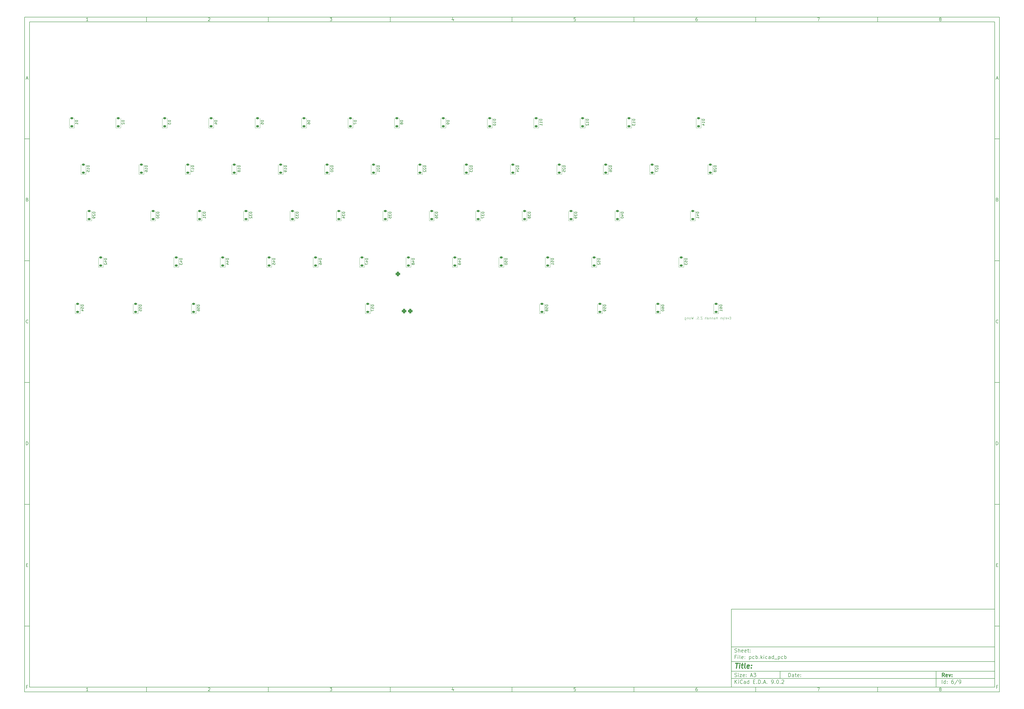
<source format=gbr>
%TF.GenerationSoftware,KiCad,Pcbnew,9.0.2*%
%TF.CreationDate,2025-06-22T01:03:44-04:00*%
%TF.ProjectId,pcb,7063622e-6b69-4636-9164-5f7063625858,rev?*%
%TF.SameCoordinates,Original*%
%TF.FileFunction,Legend,Bot*%
%TF.FilePolarity,Positive*%
%FSLAX46Y46*%
G04 Gerber Fmt 4.6, Leading zero omitted, Abs format (unit mm)*
G04 Created by KiCad (PCBNEW 9.0.2) date 2025-06-22 01:03:44*
%MOMM*%
%LPD*%
G01*
G04 APERTURE LIST*
G04 Aperture macros list*
%AMRoundRect*
0 Rectangle with rounded corners*
0 $1 Rounding radius*
0 $2 $3 $4 $5 $6 $7 $8 $9 X,Y pos of 4 corners*
0 Add a 4 corners polygon primitive as box body*
4,1,4,$2,$3,$4,$5,$6,$7,$8,$9,$2,$3,0*
0 Add four circle primitives for the rounded corners*
1,1,$1+$1,$2,$3*
1,1,$1+$1,$4,$5*
1,1,$1+$1,$6,$7*
1,1,$1+$1,$8,$9*
0 Add four rect primitives between the rounded corners*
20,1,$1+$1,$2,$3,$4,$5,0*
20,1,$1+$1,$4,$5,$6,$7,0*
20,1,$1+$1,$6,$7,$8,$9,0*
20,1,$1+$1,$8,$9,$2,$3,0*%
G04 Aperture macros list end*
%ADD10C,0.100000*%
%ADD11C,0.150000*%
%ADD12C,0.300000*%
%ADD13C,0.400000*%
%ADD14C,0.120000*%
%ADD15C,1.800000*%
%ADD16RoundRect,0.450000X0.450000X-0.450000X0.450000X0.450000X-0.450000X0.450000X-0.450000X-0.450000X0*%
%ADD17C,0.650000*%
%ADD18O,1.000000X2.100000*%
%ADD19O,1.000000X1.600000*%
%ADD20C,1.750000*%
%ADD21C,3.987800*%
%ADD22C,2.300000*%
%ADD23C,4.000000*%
%ADD24RoundRect,0.225000X0.375000X-0.225000X0.375000X0.225000X-0.375000X0.225000X-0.375000X-0.225000X0*%
G04 APERTURE END LIST*
D10*
D11*
X299989000Y-253002200D02*
X407989000Y-253002200D01*
X407989000Y-285002200D01*
X299989000Y-285002200D01*
X299989000Y-253002200D01*
D10*
D11*
X10000000Y-10000000D02*
X409989000Y-10000000D01*
X409989000Y-287002200D01*
X10000000Y-287002200D01*
X10000000Y-10000000D01*
D10*
D11*
X12000000Y-12000000D02*
X407989000Y-12000000D01*
X407989000Y-285002200D01*
X12000000Y-285002200D01*
X12000000Y-12000000D01*
D10*
D11*
X60000000Y-12000000D02*
X60000000Y-10000000D01*
D10*
D11*
X110000000Y-12000000D02*
X110000000Y-10000000D01*
D10*
D11*
X160000000Y-12000000D02*
X160000000Y-10000000D01*
D10*
D11*
X210000000Y-12000000D02*
X210000000Y-10000000D01*
D10*
D11*
X260000000Y-12000000D02*
X260000000Y-10000000D01*
D10*
D11*
X310000000Y-12000000D02*
X310000000Y-10000000D01*
D10*
D11*
X360000000Y-12000000D02*
X360000000Y-10000000D01*
D10*
D11*
X36089160Y-11593604D02*
X35346303Y-11593604D01*
X35717731Y-11593604D02*
X35717731Y-10293604D01*
X35717731Y-10293604D02*
X35593922Y-10479319D01*
X35593922Y-10479319D02*
X35470112Y-10603128D01*
X35470112Y-10603128D02*
X35346303Y-10665033D01*
D10*
D11*
X85346303Y-10417414D02*
X85408207Y-10355509D01*
X85408207Y-10355509D02*
X85532017Y-10293604D01*
X85532017Y-10293604D02*
X85841541Y-10293604D01*
X85841541Y-10293604D02*
X85965350Y-10355509D01*
X85965350Y-10355509D02*
X86027255Y-10417414D01*
X86027255Y-10417414D02*
X86089160Y-10541223D01*
X86089160Y-10541223D02*
X86089160Y-10665033D01*
X86089160Y-10665033D02*
X86027255Y-10850747D01*
X86027255Y-10850747D02*
X85284398Y-11593604D01*
X85284398Y-11593604D02*
X86089160Y-11593604D01*
D10*
D11*
X135284398Y-10293604D02*
X136089160Y-10293604D01*
X136089160Y-10293604D02*
X135655826Y-10788842D01*
X135655826Y-10788842D02*
X135841541Y-10788842D01*
X135841541Y-10788842D02*
X135965350Y-10850747D01*
X135965350Y-10850747D02*
X136027255Y-10912652D01*
X136027255Y-10912652D02*
X136089160Y-11036461D01*
X136089160Y-11036461D02*
X136089160Y-11345985D01*
X136089160Y-11345985D02*
X136027255Y-11469795D01*
X136027255Y-11469795D02*
X135965350Y-11531700D01*
X135965350Y-11531700D02*
X135841541Y-11593604D01*
X135841541Y-11593604D02*
X135470112Y-11593604D01*
X135470112Y-11593604D02*
X135346303Y-11531700D01*
X135346303Y-11531700D02*
X135284398Y-11469795D01*
D10*
D11*
X185965350Y-10726938D02*
X185965350Y-11593604D01*
X185655826Y-10231700D02*
X185346303Y-11160271D01*
X185346303Y-11160271D02*
X186151064Y-11160271D01*
D10*
D11*
X236027255Y-10293604D02*
X235408207Y-10293604D01*
X235408207Y-10293604D02*
X235346303Y-10912652D01*
X235346303Y-10912652D02*
X235408207Y-10850747D01*
X235408207Y-10850747D02*
X235532017Y-10788842D01*
X235532017Y-10788842D02*
X235841541Y-10788842D01*
X235841541Y-10788842D02*
X235965350Y-10850747D01*
X235965350Y-10850747D02*
X236027255Y-10912652D01*
X236027255Y-10912652D02*
X236089160Y-11036461D01*
X236089160Y-11036461D02*
X236089160Y-11345985D01*
X236089160Y-11345985D02*
X236027255Y-11469795D01*
X236027255Y-11469795D02*
X235965350Y-11531700D01*
X235965350Y-11531700D02*
X235841541Y-11593604D01*
X235841541Y-11593604D02*
X235532017Y-11593604D01*
X235532017Y-11593604D02*
X235408207Y-11531700D01*
X235408207Y-11531700D02*
X235346303Y-11469795D01*
D10*
D11*
X285965350Y-10293604D02*
X285717731Y-10293604D01*
X285717731Y-10293604D02*
X285593922Y-10355509D01*
X285593922Y-10355509D02*
X285532017Y-10417414D01*
X285532017Y-10417414D02*
X285408207Y-10603128D01*
X285408207Y-10603128D02*
X285346303Y-10850747D01*
X285346303Y-10850747D02*
X285346303Y-11345985D01*
X285346303Y-11345985D02*
X285408207Y-11469795D01*
X285408207Y-11469795D02*
X285470112Y-11531700D01*
X285470112Y-11531700D02*
X285593922Y-11593604D01*
X285593922Y-11593604D02*
X285841541Y-11593604D01*
X285841541Y-11593604D02*
X285965350Y-11531700D01*
X285965350Y-11531700D02*
X286027255Y-11469795D01*
X286027255Y-11469795D02*
X286089160Y-11345985D01*
X286089160Y-11345985D02*
X286089160Y-11036461D01*
X286089160Y-11036461D02*
X286027255Y-10912652D01*
X286027255Y-10912652D02*
X285965350Y-10850747D01*
X285965350Y-10850747D02*
X285841541Y-10788842D01*
X285841541Y-10788842D02*
X285593922Y-10788842D01*
X285593922Y-10788842D02*
X285470112Y-10850747D01*
X285470112Y-10850747D02*
X285408207Y-10912652D01*
X285408207Y-10912652D02*
X285346303Y-11036461D01*
D10*
D11*
X335284398Y-10293604D02*
X336151064Y-10293604D01*
X336151064Y-10293604D02*
X335593922Y-11593604D01*
D10*
D11*
X385593922Y-10850747D02*
X385470112Y-10788842D01*
X385470112Y-10788842D02*
X385408207Y-10726938D01*
X385408207Y-10726938D02*
X385346303Y-10603128D01*
X385346303Y-10603128D02*
X385346303Y-10541223D01*
X385346303Y-10541223D02*
X385408207Y-10417414D01*
X385408207Y-10417414D02*
X385470112Y-10355509D01*
X385470112Y-10355509D02*
X385593922Y-10293604D01*
X385593922Y-10293604D02*
X385841541Y-10293604D01*
X385841541Y-10293604D02*
X385965350Y-10355509D01*
X385965350Y-10355509D02*
X386027255Y-10417414D01*
X386027255Y-10417414D02*
X386089160Y-10541223D01*
X386089160Y-10541223D02*
X386089160Y-10603128D01*
X386089160Y-10603128D02*
X386027255Y-10726938D01*
X386027255Y-10726938D02*
X385965350Y-10788842D01*
X385965350Y-10788842D02*
X385841541Y-10850747D01*
X385841541Y-10850747D02*
X385593922Y-10850747D01*
X385593922Y-10850747D02*
X385470112Y-10912652D01*
X385470112Y-10912652D02*
X385408207Y-10974557D01*
X385408207Y-10974557D02*
X385346303Y-11098366D01*
X385346303Y-11098366D02*
X385346303Y-11345985D01*
X385346303Y-11345985D02*
X385408207Y-11469795D01*
X385408207Y-11469795D02*
X385470112Y-11531700D01*
X385470112Y-11531700D02*
X385593922Y-11593604D01*
X385593922Y-11593604D02*
X385841541Y-11593604D01*
X385841541Y-11593604D02*
X385965350Y-11531700D01*
X385965350Y-11531700D02*
X386027255Y-11469795D01*
X386027255Y-11469795D02*
X386089160Y-11345985D01*
X386089160Y-11345985D02*
X386089160Y-11098366D01*
X386089160Y-11098366D02*
X386027255Y-10974557D01*
X386027255Y-10974557D02*
X385965350Y-10912652D01*
X385965350Y-10912652D02*
X385841541Y-10850747D01*
D10*
D11*
X60000000Y-285002200D02*
X60000000Y-287002200D01*
D10*
D11*
X110000000Y-285002200D02*
X110000000Y-287002200D01*
D10*
D11*
X160000000Y-285002200D02*
X160000000Y-287002200D01*
D10*
D11*
X210000000Y-285002200D02*
X210000000Y-287002200D01*
D10*
D11*
X260000000Y-285002200D02*
X260000000Y-287002200D01*
D10*
D11*
X310000000Y-285002200D02*
X310000000Y-287002200D01*
D10*
D11*
X360000000Y-285002200D02*
X360000000Y-287002200D01*
D10*
D11*
X36089160Y-286595804D02*
X35346303Y-286595804D01*
X35717731Y-286595804D02*
X35717731Y-285295804D01*
X35717731Y-285295804D02*
X35593922Y-285481519D01*
X35593922Y-285481519D02*
X35470112Y-285605328D01*
X35470112Y-285605328D02*
X35346303Y-285667233D01*
D10*
D11*
X85346303Y-285419614D02*
X85408207Y-285357709D01*
X85408207Y-285357709D02*
X85532017Y-285295804D01*
X85532017Y-285295804D02*
X85841541Y-285295804D01*
X85841541Y-285295804D02*
X85965350Y-285357709D01*
X85965350Y-285357709D02*
X86027255Y-285419614D01*
X86027255Y-285419614D02*
X86089160Y-285543423D01*
X86089160Y-285543423D02*
X86089160Y-285667233D01*
X86089160Y-285667233D02*
X86027255Y-285852947D01*
X86027255Y-285852947D02*
X85284398Y-286595804D01*
X85284398Y-286595804D02*
X86089160Y-286595804D01*
D10*
D11*
X135284398Y-285295804D02*
X136089160Y-285295804D01*
X136089160Y-285295804D02*
X135655826Y-285791042D01*
X135655826Y-285791042D02*
X135841541Y-285791042D01*
X135841541Y-285791042D02*
X135965350Y-285852947D01*
X135965350Y-285852947D02*
X136027255Y-285914852D01*
X136027255Y-285914852D02*
X136089160Y-286038661D01*
X136089160Y-286038661D02*
X136089160Y-286348185D01*
X136089160Y-286348185D02*
X136027255Y-286471995D01*
X136027255Y-286471995D02*
X135965350Y-286533900D01*
X135965350Y-286533900D02*
X135841541Y-286595804D01*
X135841541Y-286595804D02*
X135470112Y-286595804D01*
X135470112Y-286595804D02*
X135346303Y-286533900D01*
X135346303Y-286533900D02*
X135284398Y-286471995D01*
D10*
D11*
X185965350Y-285729138D02*
X185965350Y-286595804D01*
X185655826Y-285233900D02*
X185346303Y-286162471D01*
X185346303Y-286162471D02*
X186151064Y-286162471D01*
D10*
D11*
X236027255Y-285295804D02*
X235408207Y-285295804D01*
X235408207Y-285295804D02*
X235346303Y-285914852D01*
X235346303Y-285914852D02*
X235408207Y-285852947D01*
X235408207Y-285852947D02*
X235532017Y-285791042D01*
X235532017Y-285791042D02*
X235841541Y-285791042D01*
X235841541Y-285791042D02*
X235965350Y-285852947D01*
X235965350Y-285852947D02*
X236027255Y-285914852D01*
X236027255Y-285914852D02*
X236089160Y-286038661D01*
X236089160Y-286038661D02*
X236089160Y-286348185D01*
X236089160Y-286348185D02*
X236027255Y-286471995D01*
X236027255Y-286471995D02*
X235965350Y-286533900D01*
X235965350Y-286533900D02*
X235841541Y-286595804D01*
X235841541Y-286595804D02*
X235532017Y-286595804D01*
X235532017Y-286595804D02*
X235408207Y-286533900D01*
X235408207Y-286533900D02*
X235346303Y-286471995D01*
D10*
D11*
X285965350Y-285295804D02*
X285717731Y-285295804D01*
X285717731Y-285295804D02*
X285593922Y-285357709D01*
X285593922Y-285357709D02*
X285532017Y-285419614D01*
X285532017Y-285419614D02*
X285408207Y-285605328D01*
X285408207Y-285605328D02*
X285346303Y-285852947D01*
X285346303Y-285852947D02*
X285346303Y-286348185D01*
X285346303Y-286348185D02*
X285408207Y-286471995D01*
X285408207Y-286471995D02*
X285470112Y-286533900D01*
X285470112Y-286533900D02*
X285593922Y-286595804D01*
X285593922Y-286595804D02*
X285841541Y-286595804D01*
X285841541Y-286595804D02*
X285965350Y-286533900D01*
X285965350Y-286533900D02*
X286027255Y-286471995D01*
X286027255Y-286471995D02*
X286089160Y-286348185D01*
X286089160Y-286348185D02*
X286089160Y-286038661D01*
X286089160Y-286038661D02*
X286027255Y-285914852D01*
X286027255Y-285914852D02*
X285965350Y-285852947D01*
X285965350Y-285852947D02*
X285841541Y-285791042D01*
X285841541Y-285791042D02*
X285593922Y-285791042D01*
X285593922Y-285791042D02*
X285470112Y-285852947D01*
X285470112Y-285852947D02*
X285408207Y-285914852D01*
X285408207Y-285914852D02*
X285346303Y-286038661D01*
D10*
D11*
X335284398Y-285295804D02*
X336151064Y-285295804D01*
X336151064Y-285295804D02*
X335593922Y-286595804D01*
D10*
D11*
X385593922Y-285852947D02*
X385470112Y-285791042D01*
X385470112Y-285791042D02*
X385408207Y-285729138D01*
X385408207Y-285729138D02*
X385346303Y-285605328D01*
X385346303Y-285605328D02*
X385346303Y-285543423D01*
X385346303Y-285543423D02*
X385408207Y-285419614D01*
X385408207Y-285419614D02*
X385470112Y-285357709D01*
X385470112Y-285357709D02*
X385593922Y-285295804D01*
X385593922Y-285295804D02*
X385841541Y-285295804D01*
X385841541Y-285295804D02*
X385965350Y-285357709D01*
X385965350Y-285357709D02*
X386027255Y-285419614D01*
X386027255Y-285419614D02*
X386089160Y-285543423D01*
X386089160Y-285543423D02*
X386089160Y-285605328D01*
X386089160Y-285605328D02*
X386027255Y-285729138D01*
X386027255Y-285729138D02*
X385965350Y-285791042D01*
X385965350Y-285791042D02*
X385841541Y-285852947D01*
X385841541Y-285852947D02*
X385593922Y-285852947D01*
X385593922Y-285852947D02*
X385470112Y-285914852D01*
X385470112Y-285914852D02*
X385408207Y-285976757D01*
X385408207Y-285976757D02*
X385346303Y-286100566D01*
X385346303Y-286100566D02*
X385346303Y-286348185D01*
X385346303Y-286348185D02*
X385408207Y-286471995D01*
X385408207Y-286471995D02*
X385470112Y-286533900D01*
X385470112Y-286533900D02*
X385593922Y-286595804D01*
X385593922Y-286595804D02*
X385841541Y-286595804D01*
X385841541Y-286595804D02*
X385965350Y-286533900D01*
X385965350Y-286533900D02*
X386027255Y-286471995D01*
X386027255Y-286471995D02*
X386089160Y-286348185D01*
X386089160Y-286348185D02*
X386089160Y-286100566D01*
X386089160Y-286100566D02*
X386027255Y-285976757D01*
X386027255Y-285976757D02*
X385965350Y-285914852D01*
X385965350Y-285914852D02*
X385841541Y-285852947D01*
D10*
D11*
X10000000Y-60000000D02*
X12000000Y-60000000D01*
D10*
D11*
X10000000Y-110000000D02*
X12000000Y-110000000D01*
D10*
D11*
X10000000Y-160000000D02*
X12000000Y-160000000D01*
D10*
D11*
X10000000Y-210000000D02*
X12000000Y-210000000D01*
D10*
D11*
X10000000Y-260000000D02*
X12000000Y-260000000D01*
D10*
D11*
X10690476Y-35222176D02*
X11309523Y-35222176D01*
X10566666Y-35593604D02*
X10999999Y-34293604D01*
X10999999Y-34293604D02*
X11433333Y-35593604D01*
D10*
D11*
X11092857Y-84912652D02*
X11278571Y-84974557D01*
X11278571Y-84974557D02*
X11340476Y-85036461D01*
X11340476Y-85036461D02*
X11402380Y-85160271D01*
X11402380Y-85160271D02*
X11402380Y-85345985D01*
X11402380Y-85345985D02*
X11340476Y-85469795D01*
X11340476Y-85469795D02*
X11278571Y-85531700D01*
X11278571Y-85531700D02*
X11154761Y-85593604D01*
X11154761Y-85593604D02*
X10659523Y-85593604D01*
X10659523Y-85593604D02*
X10659523Y-84293604D01*
X10659523Y-84293604D02*
X11092857Y-84293604D01*
X11092857Y-84293604D02*
X11216666Y-84355509D01*
X11216666Y-84355509D02*
X11278571Y-84417414D01*
X11278571Y-84417414D02*
X11340476Y-84541223D01*
X11340476Y-84541223D02*
X11340476Y-84665033D01*
X11340476Y-84665033D02*
X11278571Y-84788842D01*
X11278571Y-84788842D02*
X11216666Y-84850747D01*
X11216666Y-84850747D02*
X11092857Y-84912652D01*
X11092857Y-84912652D02*
X10659523Y-84912652D01*
D10*
D11*
X11402380Y-135469795D02*
X11340476Y-135531700D01*
X11340476Y-135531700D02*
X11154761Y-135593604D01*
X11154761Y-135593604D02*
X11030952Y-135593604D01*
X11030952Y-135593604D02*
X10845238Y-135531700D01*
X10845238Y-135531700D02*
X10721428Y-135407890D01*
X10721428Y-135407890D02*
X10659523Y-135284080D01*
X10659523Y-135284080D02*
X10597619Y-135036461D01*
X10597619Y-135036461D02*
X10597619Y-134850747D01*
X10597619Y-134850747D02*
X10659523Y-134603128D01*
X10659523Y-134603128D02*
X10721428Y-134479319D01*
X10721428Y-134479319D02*
X10845238Y-134355509D01*
X10845238Y-134355509D02*
X11030952Y-134293604D01*
X11030952Y-134293604D02*
X11154761Y-134293604D01*
X11154761Y-134293604D02*
X11340476Y-134355509D01*
X11340476Y-134355509D02*
X11402380Y-134417414D01*
D10*
D11*
X10659523Y-185593604D02*
X10659523Y-184293604D01*
X10659523Y-184293604D02*
X10969047Y-184293604D01*
X10969047Y-184293604D02*
X11154761Y-184355509D01*
X11154761Y-184355509D02*
X11278571Y-184479319D01*
X11278571Y-184479319D02*
X11340476Y-184603128D01*
X11340476Y-184603128D02*
X11402380Y-184850747D01*
X11402380Y-184850747D02*
X11402380Y-185036461D01*
X11402380Y-185036461D02*
X11340476Y-185284080D01*
X11340476Y-185284080D02*
X11278571Y-185407890D01*
X11278571Y-185407890D02*
X11154761Y-185531700D01*
X11154761Y-185531700D02*
X10969047Y-185593604D01*
X10969047Y-185593604D02*
X10659523Y-185593604D01*
D10*
D11*
X10721428Y-234912652D02*
X11154762Y-234912652D01*
X11340476Y-235593604D02*
X10721428Y-235593604D01*
X10721428Y-235593604D02*
X10721428Y-234293604D01*
X10721428Y-234293604D02*
X11340476Y-234293604D01*
D10*
D11*
X11185714Y-284912652D02*
X10752380Y-284912652D01*
X10752380Y-285593604D02*
X10752380Y-284293604D01*
X10752380Y-284293604D02*
X11371428Y-284293604D01*
D10*
D11*
X409989000Y-60000000D02*
X407989000Y-60000000D01*
D10*
D11*
X409989000Y-110000000D02*
X407989000Y-110000000D01*
D10*
D11*
X409989000Y-160000000D02*
X407989000Y-160000000D01*
D10*
D11*
X409989000Y-210000000D02*
X407989000Y-210000000D01*
D10*
D11*
X409989000Y-260000000D02*
X407989000Y-260000000D01*
D10*
D11*
X408679476Y-35222176D02*
X409298523Y-35222176D01*
X408555666Y-35593604D02*
X408988999Y-34293604D01*
X408988999Y-34293604D02*
X409422333Y-35593604D01*
D10*
D11*
X409081857Y-84912652D02*
X409267571Y-84974557D01*
X409267571Y-84974557D02*
X409329476Y-85036461D01*
X409329476Y-85036461D02*
X409391380Y-85160271D01*
X409391380Y-85160271D02*
X409391380Y-85345985D01*
X409391380Y-85345985D02*
X409329476Y-85469795D01*
X409329476Y-85469795D02*
X409267571Y-85531700D01*
X409267571Y-85531700D02*
X409143761Y-85593604D01*
X409143761Y-85593604D02*
X408648523Y-85593604D01*
X408648523Y-85593604D02*
X408648523Y-84293604D01*
X408648523Y-84293604D02*
X409081857Y-84293604D01*
X409081857Y-84293604D02*
X409205666Y-84355509D01*
X409205666Y-84355509D02*
X409267571Y-84417414D01*
X409267571Y-84417414D02*
X409329476Y-84541223D01*
X409329476Y-84541223D02*
X409329476Y-84665033D01*
X409329476Y-84665033D02*
X409267571Y-84788842D01*
X409267571Y-84788842D02*
X409205666Y-84850747D01*
X409205666Y-84850747D02*
X409081857Y-84912652D01*
X409081857Y-84912652D02*
X408648523Y-84912652D01*
D10*
D11*
X409391380Y-135469795D02*
X409329476Y-135531700D01*
X409329476Y-135531700D02*
X409143761Y-135593604D01*
X409143761Y-135593604D02*
X409019952Y-135593604D01*
X409019952Y-135593604D02*
X408834238Y-135531700D01*
X408834238Y-135531700D02*
X408710428Y-135407890D01*
X408710428Y-135407890D02*
X408648523Y-135284080D01*
X408648523Y-135284080D02*
X408586619Y-135036461D01*
X408586619Y-135036461D02*
X408586619Y-134850747D01*
X408586619Y-134850747D02*
X408648523Y-134603128D01*
X408648523Y-134603128D02*
X408710428Y-134479319D01*
X408710428Y-134479319D02*
X408834238Y-134355509D01*
X408834238Y-134355509D02*
X409019952Y-134293604D01*
X409019952Y-134293604D02*
X409143761Y-134293604D01*
X409143761Y-134293604D02*
X409329476Y-134355509D01*
X409329476Y-134355509D02*
X409391380Y-134417414D01*
D10*
D11*
X408648523Y-185593604D02*
X408648523Y-184293604D01*
X408648523Y-184293604D02*
X408958047Y-184293604D01*
X408958047Y-184293604D02*
X409143761Y-184355509D01*
X409143761Y-184355509D02*
X409267571Y-184479319D01*
X409267571Y-184479319D02*
X409329476Y-184603128D01*
X409329476Y-184603128D02*
X409391380Y-184850747D01*
X409391380Y-184850747D02*
X409391380Y-185036461D01*
X409391380Y-185036461D02*
X409329476Y-185284080D01*
X409329476Y-185284080D02*
X409267571Y-185407890D01*
X409267571Y-185407890D02*
X409143761Y-185531700D01*
X409143761Y-185531700D02*
X408958047Y-185593604D01*
X408958047Y-185593604D02*
X408648523Y-185593604D01*
D10*
D11*
X408710428Y-234912652D02*
X409143762Y-234912652D01*
X409329476Y-235593604D02*
X408710428Y-235593604D01*
X408710428Y-235593604D02*
X408710428Y-234293604D01*
X408710428Y-234293604D02*
X409329476Y-234293604D01*
D10*
D11*
X409174714Y-284912652D02*
X408741380Y-284912652D01*
X408741380Y-285593604D02*
X408741380Y-284293604D01*
X408741380Y-284293604D02*
X409360428Y-284293604D01*
D10*
D11*
X323444826Y-280788328D02*
X323444826Y-279288328D01*
X323444826Y-279288328D02*
X323801969Y-279288328D01*
X323801969Y-279288328D02*
X324016255Y-279359757D01*
X324016255Y-279359757D02*
X324159112Y-279502614D01*
X324159112Y-279502614D02*
X324230541Y-279645471D01*
X324230541Y-279645471D02*
X324301969Y-279931185D01*
X324301969Y-279931185D02*
X324301969Y-280145471D01*
X324301969Y-280145471D02*
X324230541Y-280431185D01*
X324230541Y-280431185D02*
X324159112Y-280574042D01*
X324159112Y-280574042D02*
X324016255Y-280716900D01*
X324016255Y-280716900D02*
X323801969Y-280788328D01*
X323801969Y-280788328D02*
X323444826Y-280788328D01*
X325587684Y-280788328D02*
X325587684Y-280002614D01*
X325587684Y-280002614D02*
X325516255Y-279859757D01*
X325516255Y-279859757D02*
X325373398Y-279788328D01*
X325373398Y-279788328D02*
X325087684Y-279788328D01*
X325087684Y-279788328D02*
X324944826Y-279859757D01*
X325587684Y-280716900D02*
X325444826Y-280788328D01*
X325444826Y-280788328D02*
X325087684Y-280788328D01*
X325087684Y-280788328D02*
X324944826Y-280716900D01*
X324944826Y-280716900D02*
X324873398Y-280574042D01*
X324873398Y-280574042D02*
X324873398Y-280431185D01*
X324873398Y-280431185D02*
X324944826Y-280288328D01*
X324944826Y-280288328D02*
X325087684Y-280216900D01*
X325087684Y-280216900D02*
X325444826Y-280216900D01*
X325444826Y-280216900D02*
X325587684Y-280145471D01*
X326087684Y-279788328D02*
X326659112Y-279788328D01*
X326301969Y-279288328D02*
X326301969Y-280574042D01*
X326301969Y-280574042D02*
X326373398Y-280716900D01*
X326373398Y-280716900D02*
X326516255Y-280788328D01*
X326516255Y-280788328D02*
X326659112Y-280788328D01*
X327730541Y-280716900D02*
X327587684Y-280788328D01*
X327587684Y-280788328D02*
X327301970Y-280788328D01*
X327301970Y-280788328D02*
X327159112Y-280716900D01*
X327159112Y-280716900D02*
X327087684Y-280574042D01*
X327087684Y-280574042D02*
X327087684Y-280002614D01*
X327087684Y-280002614D02*
X327159112Y-279859757D01*
X327159112Y-279859757D02*
X327301970Y-279788328D01*
X327301970Y-279788328D02*
X327587684Y-279788328D01*
X327587684Y-279788328D02*
X327730541Y-279859757D01*
X327730541Y-279859757D02*
X327801970Y-280002614D01*
X327801970Y-280002614D02*
X327801970Y-280145471D01*
X327801970Y-280145471D02*
X327087684Y-280288328D01*
X328444826Y-280645471D02*
X328516255Y-280716900D01*
X328516255Y-280716900D02*
X328444826Y-280788328D01*
X328444826Y-280788328D02*
X328373398Y-280716900D01*
X328373398Y-280716900D02*
X328444826Y-280645471D01*
X328444826Y-280645471D02*
X328444826Y-280788328D01*
X328444826Y-279859757D02*
X328516255Y-279931185D01*
X328516255Y-279931185D02*
X328444826Y-280002614D01*
X328444826Y-280002614D02*
X328373398Y-279931185D01*
X328373398Y-279931185D02*
X328444826Y-279859757D01*
X328444826Y-279859757D02*
X328444826Y-280002614D01*
D10*
D11*
X299989000Y-281502200D02*
X407989000Y-281502200D01*
D10*
D11*
X301444826Y-283588328D02*
X301444826Y-282088328D01*
X302301969Y-283588328D02*
X301659112Y-282731185D01*
X302301969Y-282088328D02*
X301444826Y-282945471D01*
X302944826Y-283588328D02*
X302944826Y-282588328D01*
X302944826Y-282088328D02*
X302873398Y-282159757D01*
X302873398Y-282159757D02*
X302944826Y-282231185D01*
X302944826Y-282231185D02*
X303016255Y-282159757D01*
X303016255Y-282159757D02*
X302944826Y-282088328D01*
X302944826Y-282088328D02*
X302944826Y-282231185D01*
X304516255Y-283445471D02*
X304444827Y-283516900D01*
X304444827Y-283516900D02*
X304230541Y-283588328D01*
X304230541Y-283588328D02*
X304087684Y-283588328D01*
X304087684Y-283588328D02*
X303873398Y-283516900D01*
X303873398Y-283516900D02*
X303730541Y-283374042D01*
X303730541Y-283374042D02*
X303659112Y-283231185D01*
X303659112Y-283231185D02*
X303587684Y-282945471D01*
X303587684Y-282945471D02*
X303587684Y-282731185D01*
X303587684Y-282731185D02*
X303659112Y-282445471D01*
X303659112Y-282445471D02*
X303730541Y-282302614D01*
X303730541Y-282302614D02*
X303873398Y-282159757D01*
X303873398Y-282159757D02*
X304087684Y-282088328D01*
X304087684Y-282088328D02*
X304230541Y-282088328D01*
X304230541Y-282088328D02*
X304444827Y-282159757D01*
X304444827Y-282159757D02*
X304516255Y-282231185D01*
X305801970Y-283588328D02*
X305801970Y-282802614D01*
X305801970Y-282802614D02*
X305730541Y-282659757D01*
X305730541Y-282659757D02*
X305587684Y-282588328D01*
X305587684Y-282588328D02*
X305301970Y-282588328D01*
X305301970Y-282588328D02*
X305159112Y-282659757D01*
X305801970Y-283516900D02*
X305659112Y-283588328D01*
X305659112Y-283588328D02*
X305301970Y-283588328D01*
X305301970Y-283588328D02*
X305159112Y-283516900D01*
X305159112Y-283516900D02*
X305087684Y-283374042D01*
X305087684Y-283374042D02*
X305087684Y-283231185D01*
X305087684Y-283231185D02*
X305159112Y-283088328D01*
X305159112Y-283088328D02*
X305301970Y-283016900D01*
X305301970Y-283016900D02*
X305659112Y-283016900D01*
X305659112Y-283016900D02*
X305801970Y-282945471D01*
X307159113Y-283588328D02*
X307159113Y-282088328D01*
X307159113Y-283516900D02*
X307016255Y-283588328D01*
X307016255Y-283588328D02*
X306730541Y-283588328D01*
X306730541Y-283588328D02*
X306587684Y-283516900D01*
X306587684Y-283516900D02*
X306516255Y-283445471D01*
X306516255Y-283445471D02*
X306444827Y-283302614D01*
X306444827Y-283302614D02*
X306444827Y-282874042D01*
X306444827Y-282874042D02*
X306516255Y-282731185D01*
X306516255Y-282731185D02*
X306587684Y-282659757D01*
X306587684Y-282659757D02*
X306730541Y-282588328D01*
X306730541Y-282588328D02*
X307016255Y-282588328D01*
X307016255Y-282588328D02*
X307159113Y-282659757D01*
X309016255Y-282802614D02*
X309516255Y-282802614D01*
X309730541Y-283588328D02*
X309016255Y-283588328D01*
X309016255Y-283588328D02*
X309016255Y-282088328D01*
X309016255Y-282088328D02*
X309730541Y-282088328D01*
X310373398Y-283445471D02*
X310444827Y-283516900D01*
X310444827Y-283516900D02*
X310373398Y-283588328D01*
X310373398Y-283588328D02*
X310301970Y-283516900D01*
X310301970Y-283516900D02*
X310373398Y-283445471D01*
X310373398Y-283445471D02*
X310373398Y-283588328D01*
X311087684Y-283588328D02*
X311087684Y-282088328D01*
X311087684Y-282088328D02*
X311444827Y-282088328D01*
X311444827Y-282088328D02*
X311659113Y-282159757D01*
X311659113Y-282159757D02*
X311801970Y-282302614D01*
X311801970Y-282302614D02*
X311873399Y-282445471D01*
X311873399Y-282445471D02*
X311944827Y-282731185D01*
X311944827Y-282731185D02*
X311944827Y-282945471D01*
X311944827Y-282945471D02*
X311873399Y-283231185D01*
X311873399Y-283231185D02*
X311801970Y-283374042D01*
X311801970Y-283374042D02*
X311659113Y-283516900D01*
X311659113Y-283516900D02*
X311444827Y-283588328D01*
X311444827Y-283588328D02*
X311087684Y-283588328D01*
X312587684Y-283445471D02*
X312659113Y-283516900D01*
X312659113Y-283516900D02*
X312587684Y-283588328D01*
X312587684Y-283588328D02*
X312516256Y-283516900D01*
X312516256Y-283516900D02*
X312587684Y-283445471D01*
X312587684Y-283445471D02*
X312587684Y-283588328D01*
X313230542Y-283159757D02*
X313944828Y-283159757D01*
X313087685Y-283588328D02*
X313587685Y-282088328D01*
X313587685Y-282088328D02*
X314087685Y-283588328D01*
X314587684Y-283445471D02*
X314659113Y-283516900D01*
X314659113Y-283516900D02*
X314587684Y-283588328D01*
X314587684Y-283588328D02*
X314516256Y-283516900D01*
X314516256Y-283516900D02*
X314587684Y-283445471D01*
X314587684Y-283445471D02*
X314587684Y-283588328D01*
X316516256Y-283588328D02*
X316801970Y-283588328D01*
X316801970Y-283588328D02*
X316944827Y-283516900D01*
X316944827Y-283516900D02*
X317016256Y-283445471D01*
X317016256Y-283445471D02*
X317159113Y-283231185D01*
X317159113Y-283231185D02*
X317230542Y-282945471D01*
X317230542Y-282945471D02*
X317230542Y-282374042D01*
X317230542Y-282374042D02*
X317159113Y-282231185D01*
X317159113Y-282231185D02*
X317087685Y-282159757D01*
X317087685Y-282159757D02*
X316944827Y-282088328D01*
X316944827Y-282088328D02*
X316659113Y-282088328D01*
X316659113Y-282088328D02*
X316516256Y-282159757D01*
X316516256Y-282159757D02*
X316444827Y-282231185D01*
X316444827Y-282231185D02*
X316373399Y-282374042D01*
X316373399Y-282374042D02*
X316373399Y-282731185D01*
X316373399Y-282731185D02*
X316444827Y-282874042D01*
X316444827Y-282874042D02*
X316516256Y-282945471D01*
X316516256Y-282945471D02*
X316659113Y-283016900D01*
X316659113Y-283016900D02*
X316944827Y-283016900D01*
X316944827Y-283016900D02*
X317087685Y-282945471D01*
X317087685Y-282945471D02*
X317159113Y-282874042D01*
X317159113Y-282874042D02*
X317230542Y-282731185D01*
X317873398Y-283445471D02*
X317944827Y-283516900D01*
X317944827Y-283516900D02*
X317873398Y-283588328D01*
X317873398Y-283588328D02*
X317801970Y-283516900D01*
X317801970Y-283516900D02*
X317873398Y-283445471D01*
X317873398Y-283445471D02*
X317873398Y-283588328D01*
X318873399Y-282088328D02*
X319016256Y-282088328D01*
X319016256Y-282088328D02*
X319159113Y-282159757D01*
X319159113Y-282159757D02*
X319230542Y-282231185D01*
X319230542Y-282231185D02*
X319301970Y-282374042D01*
X319301970Y-282374042D02*
X319373399Y-282659757D01*
X319373399Y-282659757D02*
X319373399Y-283016900D01*
X319373399Y-283016900D02*
X319301970Y-283302614D01*
X319301970Y-283302614D02*
X319230542Y-283445471D01*
X319230542Y-283445471D02*
X319159113Y-283516900D01*
X319159113Y-283516900D02*
X319016256Y-283588328D01*
X319016256Y-283588328D02*
X318873399Y-283588328D01*
X318873399Y-283588328D02*
X318730542Y-283516900D01*
X318730542Y-283516900D02*
X318659113Y-283445471D01*
X318659113Y-283445471D02*
X318587684Y-283302614D01*
X318587684Y-283302614D02*
X318516256Y-283016900D01*
X318516256Y-283016900D02*
X318516256Y-282659757D01*
X318516256Y-282659757D02*
X318587684Y-282374042D01*
X318587684Y-282374042D02*
X318659113Y-282231185D01*
X318659113Y-282231185D02*
X318730542Y-282159757D01*
X318730542Y-282159757D02*
X318873399Y-282088328D01*
X320016255Y-283445471D02*
X320087684Y-283516900D01*
X320087684Y-283516900D02*
X320016255Y-283588328D01*
X320016255Y-283588328D02*
X319944827Y-283516900D01*
X319944827Y-283516900D02*
X320016255Y-283445471D01*
X320016255Y-283445471D02*
X320016255Y-283588328D01*
X320659113Y-282231185D02*
X320730541Y-282159757D01*
X320730541Y-282159757D02*
X320873399Y-282088328D01*
X320873399Y-282088328D02*
X321230541Y-282088328D01*
X321230541Y-282088328D02*
X321373399Y-282159757D01*
X321373399Y-282159757D02*
X321444827Y-282231185D01*
X321444827Y-282231185D02*
X321516256Y-282374042D01*
X321516256Y-282374042D02*
X321516256Y-282516900D01*
X321516256Y-282516900D02*
X321444827Y-282731185D01*
X321444827Y-282731185D02*
X320587684Y-283588328D01*
X320587684Y-283588328D02*
X321516256Y-283588328D01*
D10*
D11*
X299989000Y-278502200D02*
X407989000Y-278502200D01*
D10*
D12*
X387400653Y-280780528D02*
X386900653Y-280066242D01*
X386543510Y-280780528D02*
X386543510Y-279280528D01*
X386543510Y-279280528D02*
X387114939Y-279280528D01*
X387114939Y-279280528D02*
X387257796Y-279351957D01*
X387257796Y-279351957D02*
X387329225Y-279423385D01*
X387329225Y-279423385D02*
X387400653Y-279566242D01*
X387400653Y-279566242D02*
X387400653Y-279780528D01*
X387400653Y-279780528D02*
X387329225Y-279923385D01*
X387329225Y-279923385D02*
X387257796Y-279994814D01*
X387257796Y-279994814D02*
X387114939Y-280066242D01*
X387114939Y-280066242D02*
X386543510Y-280066242D01*
X388614939Y-280709100D02*
X388472082Y-280780528D01*
X388472082Y-280780528D02*
X388186368Y-280780528D01*
X388186368Y-280780528D02*
X388043510Y-280709100D01*
X388043510Y-280709100D02*
X387972082Y-280566242D01*
X387972082Y-280566242D02*
X387972082Y-279994814D01*
X387972082Y-279994814D02*
X388043510Y-279851957D01*
X388043510Y-279851957D02*
X388186368Y-279780528D01*
X388186368Y-279780528D02*
X388472082Y-279780528D01*
X388472082Y-279780528D02*
X388614939Y-279851957D01*
X388614939Y-279851957D02*
X388686368Y-279994814D01*
X388686368Y-279994814D02*
X388686368Y-280137671D01*
X388686368Y-280137671D02*
X387972082Y-280280528D01*
X389186367Y-279780528D02*
X389543510Y-280780528D01*
X389543510Y-280780528D02*
X389900653Y-279780528D01*
X390472081Y-280637671D02*
X390543510Y-280709100D01*
X390543510Y-280709100D02*
X390472081Y-280780528D01*
X390472081Y-280780528D02*
X390400653Y-280709100D01*
X390400653Y-280709100D02*
X390472081Y-280637671D01*
X390472081Y-280637671D02*
X390472081Y-280780528D01*
X390472081Y-279851957D02*
X390543510Y-279923385D01*
X390543510Y-279923385D02*
X390472081Y-279994814D01*
X390472081Y-279994814D02*
X390400653Y-279923385D01*
X390400653Y-279923385D02*
X390472081Y-279851957D01*
X390472081Y-279851957D02*
X390472081Y-279994814D01*
D10*
D11*
X301373398Y-280716900D02*
X301587684Y-280788328D01*
X301587684Y-280788328D02*
X301944826Y-280788328D01*
X301944826Y-280788328D02*
X302087684Y-280716900D01*
X302087684Y-280716900D02*
X302159112Y-280645471D01*
X302159112Y-280645471D02*
X302230541Y-280502614D01*
X302230541Y-280502614D02*
X302230541Y-280359757D01*
X302230541Y-280359757D02*
X302159112Y-280216900D01*
X302159112Y-280216900D02*
X302087684Y-280145471D01*
X302087684Y-280145471D02*
X301944826Y-280074042D01*
X301944826Y-280074042D02*
X301659112Y-280002614D01*
X301659112Y-280002614D02*
X301516255Y-279931185D01*
X301516255Y-279931185D02*
X301444826Y-279859757D01*
X301444826Y-279859757D02*
X301373398Y-279716900D01*
X301373398Y-279716900D02*
X301373398Y-279574042D01*
X301373398Y-279574042D02*
X301444826Y-279431185D01*
X301444826Y-279431185D02*
X301516255Y-279359757D01*
X301516255Y-279359757D02*
X301659112Y-279288328D01*
X301659112Y-279288328D02*
X302016255Y-279288328D01*
X302016255Y-279288328D02*
X302230541Y-279359757D01*
X302873397Y-280788328D02*
X302873397Y-279788328D01*
X302873397Y-279288328D02*
X302801969Y-279359757D01*
X302801969Y-279359757D02*
X302873397Y-279431185D01*
X302873397Y-279431185D02*
X302944826Y-279359757D01*
X302944826Y-279359757D02*
X302873397Y-279288328D01*
X302873397Y-279288328D02*
X302873397Y-279431185D01*
X303444826Y-279788328D02*
X304230541Y-279788328D01*
X304230541Y-279788328D02*
X303444826Y-280788328D01*
X303444826Y-280788328D02*
X304230541Y-280788328D01*
X305373398Y-280716900D02*
X305230541Y-280788328D01*
X305230541Y-280788328D02*
X304944827Y-280788328D01*
X304944827Y-280788328D02*
X304801969Y-280716900D01*
X304801969Y-280716900D02*
X304730541Y-280574042D01*
X304730541Y-280574042D02*
X304730541Y-280002614D01*
X304730541Y-280002614D02*
X304801969Y-279859757D01*
X304801969Y-279859757D02*
X304944827Y-279788328D01*
X304944827Y-279788328D02*
X305230541Y-279788328D01*
X305230541Y-279788328D02*
X305373398Y-279859757D01*
X305373398Y-279859757D02*
X305444827Y-280002614D01*
X305444827Y-280002614D02*
X305444827Y-280145471D01*
X305444827Y-280145471D02*
X304730541Y-280288328D01*
X306087683Y-280645471D02*
X306159112Y-280716900D01*
X306159112Y-280716900D02*
X306087683Y-280788328D01*
X306087683Y-280788328D02*
X306016255Y-280716900D01*
X306016255Y-280716900D02*
X306087683Y-280645471D01*
X306087683Y-280645471D02*
X306087683Y-280788328D01*
X306087683Y-279859757D02*
X306159112Y-279931185D01*
X306159112Y-279931185D02*
X306087683Y-280002614D01*
X306087683Y-280002614D02*
X306016255Y-279931185D01*
X306016255Y-279931185D02*
X306087683Y-279859757D01*
X306087683Y-279859757D02*
X306087683Y-280002614D01*
X307873398Y-280359757D02*
X308587684Y-280359757D01*
X307730541Y-280788328D02*
X308230541Y-279288328D01*
X308230541Y-279288328D02*
X308730541Y-280788328D01*
X309087683Y-279288328D02*
X310016255Y-279288328D01*
X310016255Y-279288328D02*
X309516255Y-279859757D01*
X309516255Y-279859757D02*
X309730540Y-279859757D01*
X309730540Y-279859757D02*
X309873398Y-279931185D01*
X309873398Y-279931185D02*
X309944826Y-280002614D01*
X309944826Y-280002614D02*
X310016255Y-280145471D01*
X310016255Y-280145471D02*
X310016255Y-280502614D01*
X310016255Y-280502614D02*
X309944826Y-280645471D01*
X309944826Y-280645471D02*
X309873398Y-280716900D01*
X309873398Y-280716900D02*
X309730540Y-280788328D01*
X309730540Y-280788328D02*
X309301969Y-280788328D01*
X309301969Y-280788328D02*
X309159112Y-280716900D01*
X309159112Y-280716900D02*
X309087683Y-280645471D01*
D10*
D11*
X386444826Y-283588328D02*
X386444826Y-282088328D01*
X387801970Y-283588328D02*
X387801970Y-282088328D01*
X387801970Y-283516900D02*
X387659112Y-283588328D01*
X387659112Y-283588328D02*
X387373398Y-283588328D01*
X387373398Y-283588328D02*
X387230541Y-283516900D01*
X387230541Y-283516900D02*
X387159112Y-283445471D01*
X387159112Y-283445471D02*
X387087684Y-283302614D01*
X387087684Y-283302614D02*
X387087684Y-282874042D01*
X387087684Y-282874042D02*
X387159112Y-282731185D01*
X387159112Y-282731185D02*
X387230541Y-282659757D01*
X387230541Y-282659757D02*
X387373398Y-282588328D01*
X387373398Y-282588328D02*
X387659112Y-282588328D01*
X387659112Y-282588328D02*
X387801970Y-282659757D01*
X388516255Y-283445471D02*
X388587684Y-283516900D01*
X388587684Y-283516900D02*
X388516255Y-283588328D01*
X388516255Y-283588328D02*
X388444827Y-283516900D01*
X388444827Y-283516900D02*
X388516255Y-283445471D01*
X388516255Y-283445471D02*
X388516255Y-283588328D01*
X388516255Y-282659757D02*
X388587684Y-282731185D01*
X388587684Y-282731185D02*
X388516255Y-282802614D01*
X388516255Y-282802614D02*
X388444827Y-282731185D01*
X388444827Y-282731185D02*
X388516255Y-282659757D01*
X388516255Y-282659757D02*
X388516255Y-282802614D01*
X391016256Y-282088328D02*
X390730541Y-282088328D01*
X390730541Y-282088328D02*
X390587684Y-282159757D01*
X390587684Y-282159757D02*
X390516256Y-282231185D01*
X390516256Y-282231185D02*
X390373398Y-282445471D01*
X390373398Y-282445471D02*
X390301970Y-282731185D01*
X390301970Y-282731185D02*
X390301970Y-283302614D01*
X390301970Y-283302614D02*
X390373398Y-283445471D01*
X390373398Y-283445471D02*
X390444827Y-283516900D01*
X390444827Y-283516900D02*
X390587684Y-283588328D01*
X390587684Y-283588328D02*
X390873398Y-283588328D01*
X390873398Y-283588328D02*
X391016256Y-283516900D01*
X391016256Y-283516900D02*
X391087684Y-283445471D01*
X391087684Y-283445471D02*
X391159113Y-283302614D01*
X391159113Y-283302614D02*
X391159113Y-282945471D01*
X391159113Y-282945471D02*
X391087684Y-282802614D01*
X391087684Y-282802614D02*
X391016256Y-282731185D01*
X391016256Y-282731185D02*
X390873398Y-282659757D01*
X390873398Y-282659757D02*
X390587684Y-282659757D01*
X390587684Y-282659757D02*
X390444827Y-282731185D01*
X390444827Y-282731185D02*
X390373398Y-282802614D01*
X390373398Y-282802614D02*
X390301970Y-282945471D01*
X392873398Y-282016900D02*
X391587684Y-283945471D01*
X393444827Y-283588328D02*
X393730541Y-283588328D01*
X393730541Y-283588328D02*
X393873398Y-283516900D01*
X393873398Y-283516900D02*
X393944827Y-283445471D01*
X393944827Y-283445471D02*
X394087684Y-283231185D01*
X394087684Y-283231185D02*
X394159113Y-282945471D01*
X394159113Y-282945471D02*
X394159113Y-282374042D01*
X394159113Y-282374042D02*
X394087684Y-282231185D01*
X394087684Y-282231185D02*
X394016256Y-282159757D01*
X394016256Y-282159757D02*
X393873398Y-282088328D01*
X393873398Y-282088328D02*
X393587684Y-282088328D01*
X393587684Y-282088328D02*
X393444827Y-282159757D01*
X393444827Y-282159757D02*
X393373398Y-282231185D01*
X393373398Y-282231185D02*
X393301970Y-282374042D01*
X393301970Y-282374042D02*
X393301970Y-282731185D01*
X393301970Y-282731185D02*
X393373398Y-282874042D01*
X393373398Y-282874042D02*
X393444827Y-282945471D01*
X393444827Y-282945471D02*
X393587684Y-283016900D01*
X393587684Y-283016900D02*
X393873398Y-283016900D01*
X393873398Y-283016900D02*
X394016256Y-282945471D01*
X394016256Y-282945471D02*
X394087684Y-282874042D01*
X394087684Y-282874042D02*
X394159113Y-282731185D01*
D10*
D11*
X299989000Y-274502200D02*
X407989000Y-274502200D01*
D10*
D13*
X301680728Y-275206638D02*
X302823585Y-275206638D01*
X302002157Y-277206638D02*
X302252157Y-275206638D01*
X303240252Y-277206638D02*
X303406919Y-275873304D01*
X303490252Y-275206638D02*
X303383109Y-275301876D01*
X303383109Y-275301876D02*
X303466443Y-275397114D01*
X303466443Y-275397114D02*
X303573586Y-275301876D01*
X303573586Y-275301876D02*
X303490252Y-275206638D01*
X303490252Y-275206638D02*
X303466443Y-275397114D01*
X304073586Y-275873304D02*
X304835490Y-275873304D01*
X304442633Y-275206638D02*
X304228348Y-276920923D01*
X304228348Y-276920923D02*
X304299776Y-277111400D01*
X304299776Y-277111400D02*
X304478348Y-277206638D01*
X304478348Y-277206638D02*
X304668824Y-277206638D01*
X305621205Y-277206638D02*
X305442633Y-277111400D01*
X305442633Y-277111400D02*
X305371205Y-276920923D01*
X305371205Y-276920923D02*
X305585490Y-275206638D01*
X307156919Y-277111400D02*
X306954538Y-277206638D01*
X306954538Y-277206638D02*
X306573585Y-277206638D01*
X306573585Y-277206638D02*
X306395014Y-277111400D01*
X306395014Y-277111400D02*
X306323585Y-276920923D01*
X306323585Y-276920923D02*
X306418824Y-276159019D01*
X306418824Y-276159019D02*
X306537871Y-275968542D01*
X306537871Y-275968542D02*
X306740252Y-275873304D01*
X306740252Y-275873304D02*
X307121204Y-275873304D01*
X307121204Y-275873304D02*
X307299776Y-275968542D01*
X307299776Y-275968542D02*
X307371204Y-276159019D01*
X307371204Y-276159019D02*
X307347395Y-276349495D01*
X307347395Y-276349495D02*
X306371204Y-276539971D01*
X308121205Y-277016161D02*
X308204538Y-277111400D01*
X308204538Y-277111400D02*
X308097395Y-277206638D01*
X308097395Y-277206638D02*
X308014062Y-277111400D01*
X308014062Y-277111400D02*
X308121205Y-277016161D01*
X308121205Y-277016161D02*
X308097395Y-277206638D01*
X308252157Y-275968542D02*
X308335490Y-276063780D01*
X308335490Y-276063780D02*
X308228348Y-276159019D01*
X308228348Y-276159019D02*
X308145014Y-276063780D01*
X308145014Y-276063780D02*
X308252157Y-275968542D01*
X308252157Y-275968542D02*
X308228348Y-276159019D01*
D10*
D11*
X301944826Y-272602614D02*
X301444826Y-272602614D01*
X301444826Y-273388328D02*
X301444826Y-271888328D01*
X301444826Y-271888328D02*
X302159112Y-271888328D01*
X302730540Y-273388328D02*
X302730540Y-272388328D01*
X302730540Y-271888328D02*
X302659112Y-271959757D01*
X302659112Y-271959757D02*
X302730540Y-272031185D01*
X302730540Y-272031185D02*
X302801969Y-271959757D01*
X302801969Y-271959757D02*
X302730540Y-271888328D01*
X302730540Y-271888328D02*
X302730540Y-272031185D01*
X303659112Y-273388328D02*
X303516255Y-273316900D01*
X303516255Y-273316900D02*
X303444826Y-273174042D01*
X303444826Y-273174042D02*
X303444826Y-271888328D01*
X304801969Y-273316900D02*
X304659112Y-273388328D01*
X304659112Y-273388328D02*
X304373398Y-273388328D01*
X304373398Y-273388328D02*
X304230540Y-273316900D01*
X304230540Y-273316900D02*
X304159112Y-273174042D01*
X304159112Y-273174042D02*
X304159112Y-272602614D01*
X304159112Y-272602614D02*
X304230540Y-272459757D01*
X304230540Y-272459757D02*
X304373398Y-272388328D01*
X304373398Y-272388328D02*
X304659112Y-272388328D01*
X304659112Y-272388328D02*
X304801969Y-272459757D01*
X304801969Y-272459757D02*
X304873398Y-272602614D01*
X304873398Y-272602614D02*
X304873398Y-272745471D01*
X304873398Y-272745471D02*
X304159112Y-272888328D01*
X305516254Y-273245471D02*
X305587683Y-273316900D01*
X305587683Y-273316900D02*
X305516254Y-273388328D01*
X305516254Y-273388328D02*
X305444826Y-273316900D01*
X305444826Y-273316900D02*
X305516254Y-273245471D01*
X305516254Y-273245471D02*
X305516254Y-273388328D01*
X305516254Y-272459757D02*
X305587683Y-272531185D01*
X305587683Y-272531185D02*
X305516254Y-272602614D01*
X305516254Y-272602614D02*
X305444826Y-272531185D01*
X305444826Y-272531185D02*
X305516254Y-272459757D01*
X305516254Y-272459757D02*
X305516254Y-272602614D01*
X307373397Y-272388328D02*
X307373397Y-273888328D01*
X307373397Y-272459757D02*
X307516255Y-272388328D01*
X307516255Y-272388328D02*
X307801969Y-272388328D01*
X307801969Y-272388328D02*
X307944826Y-272459757D01*
X307944826Y-272459757D02*
X308016255Y-272531185D01*
X308016255Y-272531185D02*
X308087683Y-272674042D01*
X308087683Y-272674042D02*
X308087683Y-273102614D01*
X308087683Y-273102614D02*
X308016255Y-273245471D01*
X308016255Y-273245471D02*
X307944826Y-273316900D01*
X307944826Y-273316900D02*
X307801969Y-273388328D01*
X307801969Y-273388328D02*
X307516255Y-273388328D01*
X307516255Y-273388328D02*
X307373397Y-273316900D01*
X309373398Y-273316900D02*
X309230540Y-273388328D01*
X309230540Y-273388328D02*
X308944826Y-273388328D01*
X308944826Y-273388328D02*
X308801969Y-273316900D01*
X308801969Y-273316900D02*
X308730540Y-273245471D01*
X308730540Y-273245471D02*
X308659112Y-273102614D01*
X308659112Y-273102614D02*
X308659112Y-272674042D01*
X308659112Y-272674042D02*
X308730540Y-272531185D01*
X308730540Y-272531185D02*
X308801969Y-272459757D01*
X308801969Y-272459757D02*
X308944826Y-272388328D01*
X308944826Y-272388328D02*
X309230540Y-272388328D01*
X309230540Y-272388328D02*
X309373398Y-272459757D01*
X310016254Y-273388328D02*
X310016254Y-271888328D01*
X310016254Y-272459757D02*
X310159112Y-272388328D01*
X310159112Y-272388328D02*
X310444826Y-272388328D01*
X310444826Y-272388328D02*
X310587683Y-272459757D01*
X310587683Y-272459757D02*
X310659112Y-272531185D01*
X310659112Y-272531185D02*
X310730540Y-272674042D01*
X310730540Y-272674042D02*
X310730540Y-273102614D01*
X310730540Y-273102614D02*
X310659112Y-273245471D01*
X310659112Y-273245471D02*
X310587683Y-273316900D01*
X310587683Y-273316900D02*
X310444826Y-273388328D01*
X310444826Y-273388328D02*
X310159112Y-273388328D01*
X310159112Y-273388328D02*
X310016254Y-273316900D01*
X311373397Y-273245471D02*
X311444826Y-273316900D01*
X311444826Y-273316900D02*
X311373397Y-273388328D01*
X311373397Y-273388328D02*
X311301969Y-273316900D01*
X311301969Y-273316900D02*
X311373397Y-273245471D01*
X311373397Y-273245471D02*
X311373397Y-273388328D01*
X312087683Y-273388328D02*
X312087683Y-271888328D01*
X312230541Y-272816900D02*
X312659112Y-273388328D01*
X312659112Y-272388328D02*
X312087683Y-272959757D01*
X313301969Y-273388328D02*
X313301969Y-272388328D01*
X313301969Y-271888328D02*
X313230541Y-271959757D01*
X313230541Y-271959757D02*
X313301969Y-272031185D01*
X313301969Y-272031185D02*
X313373398Y-271959757D01*
X313373398Y-271959757D02*
X313301969Y-271888328D01*
X313301969Y-271888328D02*
X313301969Y-272031185D01*
X314659113Y-273316900D02*
X314516255Y-273388328D01*
X314516255Y-273388328D02*
X314230541Y-273388328D01*
X314230541Y-273388328D02*
X314087684Y-273316900D01*
X314087684Y-273316900D02*
X314016255Y-273245471D01*
X314016255Y-273245471D02*
X313944827Y-273102614D01*
X313944827Y-273102614D02*
X313944827Y-272674042D01*
X313944827Y-272674042D02*
X314016255Y-272531185D01*
X314016255Y-272531185D02*
X314087684Y-272459757D01*
X314087684Y-272459757D02*
X314230541Y-272388328D01*
X314230541Y-272388328D02*
X314516255Y-272388328D01*
X314516255Y-272388328D02*
X314659113Y-272459757D01*
X315944827Y-273388328D02*
X315944827Y-272602614D01*
X315944827Y-272602614D02*
X315873398Y-272459757D01*
X315873398Y-272459757D02*
X315730541Y-272388328D01*
X315730541Y-272388328D02*
X315444827Y-272388328D01*
X315444827Y-272388328D02*
X315301969Y-272459757D01*
X315944827Y-273316900D02*
X315801969Y-273388328D01*
X315801969Y-273388328D02*
X315444827Y-273388328D01*
X315444827Y-273388328D02*
X315301969Y-273316900D01*
X315301969Y-273316900D02*
X315230541Y-273174042D01*
X315230541Y-273174042D02*
X315230541Y-273031185D01*
X315230541Y-273031185D02*
X315301969Y-272888328D01*
X315301969Y-272888328D02*
X315444827Y-272816900D01*
X315444827Y-272816900D02*
X315801969Y-272816900D01*
X315801969Y-272816900D02*
X315944827Y-272745471D01*
X317301970Y-273388328D02*
X317301970Y-271888328D01*
X317301970Y-273316900D02*
X317159112Y-273388328D01*
X317159112Y-273388328D02*
X316873398Y-273388328D01*
X316873398Y-273388328D02*
X316730541Y-273316900D01*
X316730541Y-273316900D02*
X316659112Y-273245471D01*
X316659112Y-273245471D02*
X316587684Y-273102614D01*
X316587684Y-273102614D02*
X316587684Y-272674042D01*
X316587684Y-272674042D02*
X316659112Y-272531185D01*
X316659112Y-272531185D02*
X316730541Y-272459757D01*
X316730541Y-272459757D02*
X316873398Y-272388328D01*
X316873398Y-272388328D02*
X317159112Y-272388328D01*
X317159112Y-272388328D02*
X317301970Y-272459757D01*
X317659113Y-273531185D02*
X318801970Y-273531185D01*
X319159112Y-272388328D02*
X319159112Y-273888328D01*
X319159112Y-272459757D02*
X319301970Y-272388328D01*
X319301970Y-272388328D02*
X319587684Y-272388328D01*
X319587684Y-272388328D02*
X319730541Y-272459757D01*
X319730541Y-272459757D02*
X319801970Y-272531185D01*
X319801970Y-272531185D02*
X319873398Y-272674042D01*
X319873398Y-272674042D02*
X319873398Y-273102614D01*
X319873398Y-273102614D02*
X319801970Y-273245471D01*
X319801970Y-273245471D02*
X319730541Y-273316900D01*
X319730541Y-273316900D02*
X319587684Y-273388328D01*
X319587684Y-273388328D02*
X319301970Y-273388328D01*
X319301970Y-273388328D02*
X319159112Y-273316900D01*
X321159113Y-273316900D02*
X321016255Y-273388328D01*
X321016255Y-273388328D02*
X320730541Y-273388328D01*
X320730541Y-273388328D02*
X320587684Y-273316900D01*
X320587684Y-273316900D02*
X320516255Y-273245471D01*
X320516255Y-273245471D02*
X320444827Y-273102614D01*
X320444827Y-273102614D02*
X320444827Y-272674042D01*
X320444827Y-272674042D02*
X320516255Y-272531185D01*
X320516255Y-272531185D02*
X320587684Y-272459757D01*
X320587684Y-272459757D02*
X320730541Y-272388328D01*
X320730541Y-272388328D02*
X321016255Y-272388328D01*
X321016255Y-272388328D02*
X321159113Y-272459757D01*
X321801969Y-273388328D02*
X321801969Y-271888328D01*
X321801969Y-272459757D02*
X321944827Y-272388328D01*
X321944827Y-272388328D02*
X322230541Y-272388328D01*
X322230541Y-272388328D02*
X322373398Y-272459757D01*
X322373398Y-272459757D02*
X322444827Y-272531185D01*
X322444827Y-272531185D02*
X322516255Y-272674042D01*
X322516255Y-272674042D02*
X322516255Y-273102614D01*
X322516255Y-273102614D02*
X322444827Y-273245471D01*
X322444827Y-273245471D02*
X322373398Y-273316900D01*
X322373398Y-273316900D02*
X322230541Y-273388328D01*
X322230541Y-273388328D02*
X321944827Y-273388328D01*
X321944827Y-273388328D02*
X321801969Y-273316900D01*
D10*
D11*
X299989000Y-268502200D02*
X407989000Y-268502200D01*
D10*
D11*
X301373398Y-270616900D02*
X301587684Y-270688328D01*
X301587684Y-270688328D02*
X301944826Y-270688328D01*
X301944826Y-270688328D02*
X302087684Y-270616900D01*
X302087684Y-270616900D02*
X302159112Y-270545471D01*
X302159112Y-270545471D02*
X302230541Y-270402614D01*
X302230541Y-270402614D02*
X302230541Y-270259757D01*
X302230541Y-270259757D02*
X302159112Y-270116900D01*
X302159112Y-270116900D02*
X302087684Y-270045471D01*
X302087684Y-270045471D02*
X301944826Y-269974042D01*
X301944826Y-269974042D02*
X301659112Y-269902614D01*
X301659112Y-269902614D02*
X301516255Y-269831185D01*
X301516255Y-269831185D02*
X301444826Y-269759757D01*
X301444826Y-269759757D02*
X301373398Y-269616900D01*
X301373398Y-269616900D02*
X301373398Y-269474042D01*
X301373398Y-269474042D02*
X301444826Y-269331185D01*
X301444826Y-269331185D02*
X301516255Y-269259757D01*
X301516255Y-269259757D02*
X301659112Y-269188328D01*
X301659112Y-269188328D02*
X302016255Y-269188328D01*
X302016255Y-269188328D02*
X302230541Y-269259757D01*
X302873397Y-270688328D02*
X302873397Y-269188328D01*
X303516255Y-270688328D02*
X303516255Y-269902614D01*
X303516255Y-269902614D02*
X303444826Y-269759757D01*
X303444826Y-269759757D02*
X303301969Y-269688328D01*
X303301969Y-269688328D02*
X303087683Y-269688328D01*
X303087683Y-269688328D02*
X302944826Y-269759757D01*
X302944826Y-269759757D02*
X302873397Y-269831185D01*
X304801969Y-270616900D02*
X304659112Y-270688328D01*
X304659112Y-270688328D02*
X304373398Y-270688328D01*
X304373398Y-270688328D02*
X304230540Y-270616900D01*
X304230540Y-270616900D02*
X304159112Y-270474042D01*
X304159112Y-270474042D02*
X304159112Y-269902614D01*
X304159112Y-269902614D02*
X304230540Y-269759757D01*
X304230540Y-269759757D02*
X304373398Y-269688328D01*
X304373398Y-269688328D02*
X304659112Y-269688328D01*
X304659112Y-269688328D02*
X304801969Y-269759757D01*
X304801969Y-269759757D02*
X304873398Y-269902614D01*
X304873398Y-269902614D02*
X304873398Y-270045471D01*
X304873398Y-270045471D02*
X304159112Y-270188328D01*
X306087683Y-270616900D02*
X305944826Y-270688328D01*
X305944826Y-270688328D02*
X305659112Y-270688328D01*
X305659112Y-270688328D02*
X305516254Y-270616900D01*
X305516254Y-270616900D02*
X305444826Y-270474042D01*
X305444826Y-270474042D02*
X305444826Y-269902614D01*
X305444826Y-269902614D02*
X305516254Y-269759757D01*
X305516254Y-269759757D02*
X305659112Y-269688328D01*
X305659112Y-269688328D02*
X305944826Y-269688328D01*
X305944826Y-269688328D02*
X306087683Y-269759757D01*
X306087683Y-269759757D02*
X306159112Y-269902614D01*
X306159112Y-269902614D02*
X306159112Y-270045471D01*
X306159112Y-270045471D02*
X305444826Y-270188328D01*
X306587683Y-269688328D02*
X307159111Y-269688328D01*
X306801968Y-269188328D02*
X306801968Y-270474042D01*
X306801968Y-270474042D02*
X306873397Y-270616900D01*
X306873397Y-270616900D02*
X307016254Y-270688328D01*
X307016254Y-270688328D02*
X307159111Y-270688328D01*
X307659111Y-270545471D02*
X307730540Y-270616900D01*
X307730540Y-270616900D02*
X307659111Y-270688328D01*
X307659111Y-270688328D02*
X307587683Y-270616900D01*
X307587683Y-270616900D02*
X307659111Y-270545471D01*
X307659111Y-270545471D02*
X307659111Y-270688328D01*
X307659111Y-269759757D02*
X307730540Y-269831185D01*
X307730540Y-269831185D02*
X307659111Y-269902614D01*
X307659111Y-269902614D02*
X307587683Y-269831185D01*
X307587683Y-269831185D02*
X307659111Y-269759757D01*
X307659111Y-269759757D02*
X307659111Y-269902614D01*
D10*
D11*
X319989000Y-278502200D02*
X319989000Y-281502200D01*
D10*
D11*
X383989000Y-278502200D02*
X383989000Y-285002200D01*
D10*
X299733615Y-133492359D02*
X299400282Y-133492359D01*
X299257425Y-134016169D02*
X299733615Y-134016169D01*
X299733615Y-134016169D02*
X299733615Y-133016169D01*
X299733615Y-133016169D02*
X299257425Y-133016169D01*
X298924091Y-133349502D02*
X298685996Y-134016169D01*
X298685996Y-134016169D02*
X298447901Y-133349502D01*
X297685996Y-133968550D02*
X297781234Y-134016169D01*
X297781234Y-134016169D02*
X297971710Y-134016169D01*
X297971710Y-134016169D02*
X298066948Y-133968550D01*
X298066948Y-133968550D02*
X298114567Y-133873311D01*
X298114567Y-133873311D02*
X298114567Y-133492359D01*
X298114567Y-133492359D02*
X298066948Y-133397121D01*
X298066948Y-133397121D02*
X297971710Y-133349502D01*
X297971710Y-133349502D02*
X297781234Y-133349502D01*
X297781234Y-133349502D02*
X297685996Y-133397121D01*
X297685996Y-133397121D02*
X297638377Y-133492359D01*
X297638377Y-133492359D02*
X297638377Y-133587597D01*
X297638377Y-133587597D02*
X298114567Y-133682835D01*
X297066948Y-134016169D02*
X297162186Y-133968550D01*
X297162186Y-133968550D02*
X297209805Y-133873311D01*
X297209805Y-133873311D02*
X297209805Y-133016169D01*
X296781233Y-133349502D02*
X296543138Y-134016169D01*
X296305043Y-133349502D02*
X296543138Y-134016169D01*
X296543138Y-134016169D02*
X296638376Y-134254264D01*
X296638376Y-134254264D02*
X296685995Y-134301883D01*
X296685995Y-134301883D02*
X296781233Y-134349502D01*
X295924090Y-133349502D02*
X295924090Y-134016169D01*
X295924090Y-133444740D02*
X295876471Y-133397121D01*
X295876471Y-133397121D02*
X295781233Y-133349502D01*
X295781233Y-133349502D02*
X295638376Y-133349502D01*
X295638376Y-133349502D02*
X295543138Y-133397121D01*
X295543138Y-133397121D02*
X295495519Y-133492359D01*
X295495519Y-133492359D02*
X295495519Y-134016169D01*
X294257423Y-134016169D02*
X294257423Y-133016169D01*
X294257423Y-133492359D02*
X293685995Y-133492359D01*
X293685995Y-134016169D02*
X293685995Y-133016169D01*
X292781233Y-134016169D02*
X292781233Y-133492359D01*
X292781233Y-133492359D02*
X292828852Y-133397121D01*
X292828852Y-133397121D02*
X292924090Y-133349502D01*
X292924090Y-133349502D02*
X293114566Y-133349502D01*
X293114566Y-133349502D02*
X293209804Y-133397121D01*
X292781233Y-133968550D02*
X292876471Y-134016169D01*
X292876471Y-134016169D02*
X293114566Y-134016169D01*
X293114566Y-134016169D02*
X293209804Y-133968550D01*
X293209804Y-133968550D02*
X293257423Y-133873311D01*
X293257423Y-133873311D02*
X293257423Y-133778073D01*
X293257423Y-133778073D02*
X293209804Y-133682835D01*
X293209804Y-133682835D02*
X293114566Y-133635216D01*
X293114566Y-133635216D02*
X292876471Y-133635216D01*
X292876471Y-133635216D02*
X292781233Y-133587597D01*
X292305042Y-133349502D02*
X292305042Y-134016169D01*
X292305042Y-133444740D02*
X292257423Y-133397121D01*
X292257423Y-133397121D02*
X292162185Y-133349502D01*
X292162185Y-133349502D02*
X292019328Y-133349502D01*
X292019328Y-133349502D02*
X291924090Y-133397121D01*
X291924090Y-133397121D02*
X291876471Y-133492359D01*
X291876471Y-133492359D02*
X291876471Y-134016169D01*
X291400280Y-133349502D02*
X291400280Y-134016169D01*
X291400280Y-133444740D02*
X291352661Y-133397121D01*
X291352661Y-133397121D02*
X291257423Y-133349502D01*
X291257423Y-133349502D02*
X291114566Y-133349502D01*
X291114566Y-133349502D02*
X291019328Y-133397121D01*
X291019328Y-133397121D02*
X290971709Y-133492359D01*
X290971709Y-133492359D02*
X290971709Y-134016169D01*
X290066947Y-134016169D02*
X290066947Y-133492359D01*
X290066947Y-133492359D02*
X290114566Y-133397121D01*
X290114566Y-133397121D02*
X290209804Y-133349502D01*
X290209804Y-133349502D02*
X290400280Y-133349502D01*
X290400280Y-133349502D02*
X290495518Y-133397121D01*
X290066947Y-133968550D02*
X290162185Y-134016169D01*
X290162185Y-134016169D02*
X290400280Y-134016169D01*
X290400280Y-134016169D02*
X290495518Y-133968550D01*
X290495518Y-133968550D02*
X290543137Y-133873311D01*
X290543137Y-133873311D02*
X290543137Y-133778073D01*
X290543137Y-133778073D02*
X290495518Y-133682835D01*
X290495518Y-133682835D02*
X290400280Y-133635216D01*
X290400280Y-133635216D02*
X290162185Y-133635216D01*
X290162185Y-133635216D02*
X290066947Y-133587597D01*
X289590756Y-134016169D02*
X289590756Y-133016169D01*
X289162185Y-134016169D02*
X289162185Y-133492359D01*
X289162185Y-133492359D02*
X289209804Y-133397121D01*
X289209804Y-133397121D02*
X289305042Y-133349502D01*
X289305042Y-133349502D02*
X289447899Y-133349502D01*
X289447899Y-133349502D02*
X289543137Y-133397121D01*
X289543137Y-133397121D02*
X289590756Y-133444740D01*
X288019327Y-133016169D02*
X287352661Y-133016169D01*
X287352661Y-133016169D02*
X288019327Y-134016169D01*
X288019327Y-134016169D02*
X287352661Y-134016169D01*
X286971708Y-133920930D02*
X286924089Y-133968550D01*
X286924089Y-133968550D02*
X286971708Y-134016169D01*
X286971708Y-134016169D02*
X287019327Y-133968550D01*
X287019327Y-133968550D02*
X286971708Y-133920930D01*
X286971708Y-133920930D02*
X286971708Y-134016169D01*
X286543137Y-133968550D02*
X286400280Y-134016169D01*
X286400280Y-134016169D02*
X286162185Y-134016169D01*
X286162185Y-134016169D02*
X286066947Y-133968550D01*
X286066947Y-133968550D02*
X286019328Y-133920930D01*
X286019328Y-133920930D02*
X285971709Y-133825692D01*
X285971709Y-133825692D02*
X285971709Y-133730454D01*
X285971709Y-133730454D02*
X286019328Y-133635216D01*
X286019328Y-133635216D02*
X286066947Y-133587597D01*
X286066947Y-133587597D02*
X286162185Y-133539978D01*
X286162185Y-133539978D02*
X286352661Y-133492359D01*
X286352661Y-133492359D02*
X286447899Y-133444740D01*
X286447899Y-133444740D02*
X286495518Y-133397121D01*
X286495518Y-133397121D02*
X286543137Y-133301883D01*
X286543137Y-133301883D02*
X286543137Y-133206645D01*
X286543137Y-133206645D02*
X286495518Y-133111407D01*
X286495518Y-133111407D02*
X286447899Y-133063788D01*
X286447899Y-133063788D02*
X286352661Y-133016169D01*
X286352661Y-133016169D02*
X286114566Y-133016169D01*
X286114566Y-133016169D02*
X285971709Y-133063788D01*
X285543137Y-133920930D02*
X285495518Y-133968550D01*
X285495518Y-133968550D02*
X285543137Y-134016169D01*
X285543137Y-134016169D02*
X285590756Y-133968550D01*
X285590756Y-133968550D02*
X285543137Y-133920930D01*
X285543137Y-133920930D02*
X285543137Y-134016169D01*
X284400280Y-133016169D02*
X284162185Y-134016169D01*
X284162185Y-134016169D02*
X283971709Y-133301883D01*
X283971709Y-133301883D02*
X283781233Y-134016169D01*
X283781233Y-134016169D02*
X283543138Y-133016169D01*
X283019328Y-134016169D02*
X283114566Y-133968550D01*
X283114566Y-133968550D02*
X283162185Y-133920930D01*
X283162185Y-133920930D02*
X283209804Y-133825692D01*
X283209804Y-133825692D02*
X283209804Y-133539978D01*
X283209804Y-133539978D02*
X283162185Y-133444740D01*
X283162185Y-133444740D02*
X283114566Y-133397121D01*
X283114566Y-133397121D02*
X283019328Y-133349502D01*
X283019328Y-133349502D02*
X282876471Y-133349502D01*
X282876471Y-133349502D02*
X282781233Y-133397121D01*
X282781233Y-133397121D02*
X282733614Y-133444740D01*
X282733614Y-133444740D02*
X282685995Y-133539978D01*
X282685995Y-133539978D02*
X282685995Y-133825692D01*
X282685995Y-133825692D02*
X282733614Y-133920930D01*
X282733614Y-133920930D02*
X282781233Y-133968550D01*
X282781233Y-133968550D02*
X282876471Y-134016169D01*
X282876471Y-134016169D02*
X283019328Y-134016169D01*
X282257423Y-133349502D02*
X282257423Y-134016169D01*
X282257423Y-133444740D02*
X282209804Y-133397121D01*
X282209804Y-133397121D02*
X282114566Y-133349502D01*
X282114566Y-133349502D02*
X281971709Y-133349502D01*
X281971709Y-133349502D02*
X281876471Y-133397121D01*
X281876471Y-133397121D02*
X281828852Y-133492359D01*
X281828852Y-133492359D02*
X281828852Y-134016169D01*
X280924090Y-133349502D02*
X280924090Y-134159026D01*
X280924090Y-134159026D02*
X280971709Y-134254264D01*
X280971709Y-134254264D02*
X281019328Y-134301883D01*
X281019328Y-134301883D02*
X281114566Y-134349502D01*
X281114566Y-134349502D02*
X281257423Y-134349502D01*
X281257423Y-134349502D02*
X281352661Y-134301883D01*
X280924090Y-133968550D02*
X281019328Y-134016169D01*
X281019328Y-134016169D02*
X281209804Y-134016169D01*
X281209804Y-134016169D02*
X281305042Y-133968550D01*
X281305042Y-133968550D02*
X281352661Y-133920930D01*
X281352661Y-133920930D02*
X281400280Y-133825692D01*
X281400280Y-133825692D02*
X281400280Y-133539978D01*
X281400280Y-133539978D02*
X281352661Y-133444740D01*
X281352661Y-133444740D02*
X281305042Y-133397121D01*
X281305042Y-133397121D02*
X281209804Y-133349502D01*
X281209804Y-133349502D02*
X281019328Y-133349502D01*
X281019328Y-133349502D02*
X280924090Y-133397121D01*
D11*
X165173569Y-52443155D02*
X164173569Y-52443155D01*
X164173569Y-52443155D02*
X164173569Y-52681250D01*
X164173569Y-52681250D02*
X164221188Y-52824107D01*
X164221188Y-52824107D02*
X164316426Y-52919345D01*
X164316426Y-52919345D02*
X164411664Y-52966964D01*
X164411664Y-52966964D02*
X164602140Y-53014583D01*
X164602140Y-53014583D02*
X164744997Y-53014583D01*
X164744997Y-53014583D02*
X164935473Y-52966964D01*
X164935473Y-52966964D02*
X165030711Y-52919345D01*
X165030711Y-52919345D02*
X165125950Y-52824107D01*
X165125950Y-52824107D02*
X165173569Y-52681250D01*
X165173569Y-52681250D02*
X165173569Y-52443155D01*
X164602140Y-53586012D02*
X164554521Y-53490774D01*
X164554521Y-53490774D02*
X164506902Y-53443155D01*
X164506902Y-53443155D02*
X164411664Y-53395536D01*
X164411664Y-53395536D02*
X164364045Y-53395536D01*
X164364045Y-53395536D02*
X164268807Y-53443155D01*
X164268807Y-53443155D02*
X164221188Y-53490774D01*
X164221188Y-53490774D02*
X164173569Y-53586012D01*
X164173569Y-53586012D02*
X164173569Y-53776488D01*
X164173569Y-53776488D02*
X164221188Y-53871726D01*
X164221188Y-53871726D02*
X164268807Y-53919345D01*
X164268807Y-53919345D02*
X164364045Y-53966964D01*
X164364045Y-53966964D02*
X164411664Y-53966964D01*
X164411664Y-53966964D02*
X164506902Y-53919345D01*
X164506902Y-53919345D02*
X164554521Y-53871726D01*
X164554521Y-53871726D02*
X164602140Y-53776488D01*
X164602140Y-53776488D02*
X164602140Y-53586012D01*
X164602140Y-53586012D02*
X164649759Y-53490774D01*
X164649759Y-53490774D02*
X164697378Y-53443155D01*
X164697378Y-53443155D02*
X164792616Y-53395536D01*
X164792616Y-53395536D02*
X164983092Y-53395536D01*
X164983092Y-53395536D02*
X165078330Y-53443155D01*
X165078330Y-53443155D02*
X165125950Y-53490774D01*
X165125950Y-53490774D02*
X165173569Y-53586012D01*
X165173569Y-53586012D02*
X165173569Y-53776488D01*
X165173569Y-53776488D02*
X165125950Y-53871726D01*
X165125950Y-53871726D02*
X165078330Y-53919345D01*
X165078330Y-53919345D02*
X164983092Y-53966964D01*
X164983092Y-53966964D02*
X164792616Y-53966964D01*
X164792616Y-53966964D02*
X164697378Y-53919345D01*
X164697378Y-53919345D02*
X164649759Y-53871726D01*
X164649759Y-53871726D02*
X164602140Y-53776488D01*
X79448569Y-71016964D02*
X78448569Y-71016964D01*
X78448569Y-71016964D02*
X78448569Y-71255059D01*
X78448569Y-71255059D02*
X78496188Y-71397916D01*
X78496188Y-71397916D02*
X78591426Y-71493154D01*
X78591426Y-71493154D02*
X78686664Y-71540773D01*
X78686664Y-71540773D02*
X78877140Y-71588392D01*
X78877140Y-71588392D02*
X79019997Y-71588392D01*
X79019997Y-71588392D02*
X79210473Y-71540773D01*
X79210473Y-71540773D02*
X79305711Y-71493154D01*
X79305711Y-71493154D02*
X79400950Y-71397916D01*
X79400950Y-71397916D02*
X79448569Y-71255059D01*
X79448569Y-71255059D02*
X79448569Y-71016964D01*
X79448569Y-72540773D02*
X79448569Y-71969345D01*
X79448569Y-72255059D02*
X78448569Y-72255059D01*
X78448569Y-72255059D02*
X78591426Y-72159821D01*
X78591426Y-72159821D02*
X78686664Y-72064583D01*
X78686664Y-72064583D02*
X78734283Y-71969345D01*
X78448569Y-72874107D02*
X78448569Y-73540773D01*
X78448569Y-73540773D02*
X79448569Y-73112202D01*
X112786069Y-109116964D02*
X111786069Y-109116964D01*
X111786069Y-109116964D02*
X111786069Y-109355059D01*
X111786069Y-109355059D02*
X111833688Y-109497916D01*
X111833688Y-109497916D02*
X111928926Y-109593154D01*
X111928926Y-109593154D02*
X112024164Y-109640773D01*
X112024164Y-109640773D02*
X112214640Y-109688392D01*
X112214640Y-109688392D02*
X112357497Y-109688392D01*
X112357497Y-109688392D02*
X112547973Y-109640773D01*
X112547973Y-109640773D02*
X112643211Y-109593154D01*
X112643211Y-109593154D02*
X112738450Y-109497916D01*
X112738450Y-109497916D02*
X112786069Y-109355059D01*
X112786069Y-109355059D02*
X112786069Y-109116964D01*
X112119402Y-110545535D02*
X112786069Y-110545535D01*
X111738450Y-110307440D02*
X112452735Y-110069345D01*
X112452735Y-110069345D02*
X112452735Y-110688392D01*
X111786069Y-111545535D02*
X111786069Y-111069345D01*
X111786069Y-111069345D02*
X112262259Y-111021726D01*
X112262259Y-111021726D02*
X112214640Y-111069345D01*
X112214640Y-111069345D02*
X112167021Y-111164583D01*
X112167021Y-111164583D02*
X112167021Y-111402678D01*
X112167021Y-111402678D02*
X112214640Y-111497916D01*
X112214640Y-111497916D02*
X112262259Y-111545535D01*
X112262259Y-111545535D02*
X112357497Y-111593154D01*
X112357497Y-111593154D02*
X112595592Y-111593154D01*
X112595592Y-111593154D02*
X112690830Y-111545535D01*
X112690830Y-111545535D02*
X112738450Y-111497916D01*
X112738450Y-111497916D02*
X112786069Y-111402678D01*
X112786069Y-111402678D02*
X112786069Y-111164583D01*
X112786069Y-111164583D02*
X112738450Y-111069345D01*
X112738450Y-111069345D02*
X112690830Y-111021726D01*
X193748569Y-71016964D02*
X192748569Y-71016964D01*
X192748569Y-71016964D02*
X192748569Y-71255059D01*
X192748569Y-71255059D02*
X192796188Y-71397916D01*
X192796188Y-71397916D02*
X192891426Y-71493154D01*
X192891426Y-71493154D02*
X192986664Y-71540773D01*
X192986664Y-71540773D02*
X193177140Y-71588392D01*
X193177140Y-71588392D02*
X193319997Y-71588392D01*
X193319997Y-71588392D02*
X193510473Y-71540773D01*
X193510473Y-71540773D02*
X193605711Y-71493154D01*
X193605711Y-71493154D02*
X193700950Y-71397916D01*
X193700950Y-71397916D02*
X193748569Y-71255059D01*
X193748569Y-71255059D02*
X193748569Y-71016964D01*
X192843807Y-71969345D02*
X192796188Y-72016964D01*
X192796188Y-72016964D02*
X192748569Y-72112202D01*
X192748569Y-72112202D02*
X192748569Y-72350297D01*
X192748569Y-72350297D02*
X192796188Y-72445535D01*
X192796188Y-72445535D02*
X192843807Y-72493154D01*
X192843807Y-72493154D02*
X192939045Y-72540773D01*
X192939045Y-72540773D02*
X193034283Y-72540773D01*
X193034283Y-72540773D02*
X193177140Y-72493154D01*
X193177140Y-72493154D02*
X193748569Y-71921726D01*
X193748569Y-71921726D02*
X193748569Y-72540773D01*
X192748569Y-72874107D02*
X192748569Y-73493154D01*
X192748569Y-73493154D02*
X193129521Y-73159821D01*
X193129521Y-73159821D02*
X193129521Y-73302678D01*
X193129521Y-73302678D02*
X193177140Y-73397916D01*
X193177140Y-73397916D02*
X193224759Y-73445535D01*
X193224759Y-73445535D02*
X193319997Y-73493154D01*
X193319997Y-73493154D02*
X193558092Y-73493154D01*
X193558092Y-73493154D02*
X193653330Y-73445535D01*
X193653330Y-73445535D02*
X193700950Y-73397916D01*
X193700950Y-73397916D02*
X193748569Y-73302678D01*
X193748569Y-73302678D02*
X193748569Y-73016964D01*
X193748569Y-73016964D02*
X193700950Y-72921726D01*
X193700950Y-72921726D02*
X193653330Y-72874107D01*
X84211069Y-90066964D02*
X83211069Y-90066964D01*
X83211069Y-90066964D02*
X83211069Y-90305059D01*
X83211069Y-90305059D02*
X83258688Y-90447916D01*
X83258688Y-90447916D02*
X83353926Y-90543154D01*
X83353926Y-90543154D02*
X83449164Y-90590773D01*
X83449164Y-90590773D02*
X83639640Y-90638392D01*
X83639640Y-90638392D02*
X83782497Y-90638392D01*
X83782497Y-90638392D02*
X83972973Y-90590773D01*
X83972973Y-90590773D02*
X84068211Y-90543154D01*
X84068211Y-90543154D02*
X84163450Y-90447916D01*
X84163450Y-90447916D02*
X84211069Y-90305059D01*
X84211069Y-90305059D02*
X84211069Y-90066964D01*
X83211069Y-90971726D02*
X83211069Y-91590773D01*
X83211069Y-91590773D02*
X83592021Y-91257440D01*
X83592021Y-91257440D02*
X83592021Y-91400297D01*
X83592021Y-91400297D02*
X83639640Y-91495535D01*
X83639640Y-91495535D02*
X83687259Y-91543154D01*
X83687259Y-91543154D02*
X83782497Y-91590773D01*
X83782497Y-91590773D02*
X84020592Y-91590773D01*
X84020592Y-91590773D02*
X84115830Y-91543154D01*
X84115830Y-91543154D02*
X84163450Y-91495535D01*
X84163450Y-91495535D02*
X84211069Y-91400297D01*
X84211069Y-91400297D02*
X84211069Y-91114583D01*
X84211069Y-91114583D02*
X84163450Y-91019345D01*
X84163450Y-91019345D02*
X84115830Y-90971726D01*
X84211069Y-92543154D02*
X84211069Y-91971726D01*
X84211069Y-92257440D02*
X83211069Y-92257440D01*
X83211069Y-92257440D02*
X83353926Y-92162202D01*
X83353926Y-92162202D02*
X83449164Y-92066964D01*
X83449164Y-92066964D02*
X83496783Y-91971726D01*
X281854819Y-109116964D02*
X280854819Y-109116964D01*
X280854819Y-109116964D02*
X280854819Y-109355059D01*
X280854819Y-109355059D02*
X280902438Y-109497916D01*
X280902438Y-109497916D02*
X280997676Y-109593154D01*
X280997676Y-109593154D02*
X281092914Y-109640773D01*
X281092914Y-109640773D02*
X281283390Y-109688392D01*
X281283390Y-109688392D02*
X281426247Y-109688392D01*
X281426247Y-109688392D02*
X281616723Y-109640773D01*
X281616723Y-109640773D02*
X281711961Y-109593154D01*
X281711961Y-109593154D02*
X281807200Y-109497916D01*
X281807200Y-109497916D02*
X281854819Y-109355059D01*
X281854819Y-109355059D02*
X281854819Y-109116964D01*
X280854819Y-110593154D02*
X280854819Y-110116964D01*
X280854819Y-110116964D02*
X281331009Y-110069345D01*
X281331009Y-110069345D02*
X281283390Y-110116964D01*
X281283390Y-110116964D02*
X281235771Y-110212202D01*
X281235771Y-110212202D02*
X281235771Y-110450297D01*
X281235771Y-110450297D02*
X281283390Y-110545535D01*
X281283390Y-110545535D02*
X281331009Y-110593154D01*
X281331009Y-110593154D02*
X281426247Y-110640773D01*
X281426247Y-110640773D02*
X281664342Y-110640773D01*
X281664342Y-110640773D02*
X281759580Y-110593154D01*
X281759580Y-110593154D02*
X281807200Y-110545535D01*
X281807200Y-110545535D02*
X281854819Y-110450297D01*
X281854819Y-110450297D02*
X281854819Y-110212202D01*
X281854819Y-110212202D02*
X281807200Y-110116964D01*
X281807200Y-110116964D02*
X281759580Y-110069345D01*
X280854819Y-110974107D02*
X280854819Y-111593154D01*
X280854819Y-111593154D02*
X281235771Y-111259821D01*
X281235771Y-111259821D02*
X281235771Y-111402678D01*
X281235771Y-111402678D02*
X281283390Y-111497916D01*
X281283390Y-111497916D02*
X281331009Y-111545535D01*
X281331009Y-111545535D02*
X281426247Y-111593154D01*
X281426247Y-111593154D02*
X281664342Y-111593154D01*
X281664342Y-111593154D02*
X281759580Y-111545535D01*
X281759580Y-111545535D02*
X281807200Y-111497916D01*
X281807200Y-111497916D02*
X281854819Y-111402678D01*
X281854819Y-111402678D02*
X281854819Y-111116964D01*
X281854819Y-111116964D02*
X281807200Y-111021726D01*
X281807200Y-111021726D02*
X281759580Y-110974107D01*
X141361069Y-90066964D02*
X140361069Y-90066964D01*
X140361069Y-90066964D02*
X140361069Y-90305059D01*
X140361069Y-90305059D02*
X140408688Y-90447916D01*
X140408688Y-90447916D02*
X140503926Y-90543154D01*
X140503926Y-90543154D02*
X140599164Y-90590773D01*
X140599164Y-90590773D02*
X140789640Y-90638392D01*
X140789640Y-90638392D02*
X140932497Y-90638392D01*
X140932497Y-90638392D02*
X141122973Y-90590773D01*
X141122973Y-90590773D02*
X141218211Y-90543154D01*
X141218211Y-90543154D02*
X141313450Y-90447916D01*
X141313450Y-90447916D02*
X141361069Y-90305059D01*
X141361069Y-90305059D02*
X141361069Y-90066964D01*
X140361069Y-90971726D02*
X140361069Y-91590773D01*
X140361069Y-91590773D02*
X140742021Y-91257440D01*
X140742021Y-91257440D02*
X140742021Y-91400297D01*
X140742021Y-91400297D02*
X140789640Y-91495535D01*
X140789640Y-91495535D02*
X140837259Y-91543154D01*
X140837259Y-91543154D02*
X140932497Y-91590773D01*
X140932497Y-91590773D02*
X141170592Y-91590773D01*
X141170592Y-91590773D02*
X141265830Y-91543154D01*
X141265830Y-91543154D02*
X141313450Y-91495535D01*
X141313450Y-91495535D02*
X141361069Y-91400297D01*
X141361069Y-91400297D02*
X141361069Y-91114583D01*
X141361069Y-91114583D02*
X141313450Y-91019345D01*
X141313450Y-91019345D02*
X141265830Y-90971726D01*
X140694402Y-92447916D02*
X141361069Y-92447916D01*
X140313450Y-92209821D02*
X141027735Y-91971726D01*
X141027735Y-91971726D02*
X141027735Y-92590773D01*
X272329819Y-128166964D02*
X271329819Y-128166964D01*
X271329819Y-128166964D02*
X271329819Y-128405059D01*
X271329819Y-128405059D02*
X271377438Y-128547916D01*
X271377438Y-128547916D02*
X271472676Y-128643154D01*
X271472676Y-128643154D02*
X271567914Y-128690773D01*
X271567914Y-128690773D02*
X271758390Y-128738392D01*
X271758390Y-128738392D02*
X271901247Y-128738392D01*
X271901247Y-128738392D02*
X272091723Y-128690773D01*
X272091723Y-128690773D02*
X272186961Y-128643154D01*
X272186961Y-128643154D02*
X272282200Y-128547916D01*
X272282200Y-128547916D02*
X272329819Y-128405059D01*
X272329819Y-128405059D02*
X272329819Y-128166964D01*
X271329819Y-129595535D02*
X271329819Y-129405059D01*
X271329819Y-129405059D02*
X271377438Y-129309821D01*
X271377438Y-129309821D02*
X271425057Y-129262202D01*
X271425057Y-129262202D02*
X271567914Y-129166964D01*
X271567914Y-129166964D02*
X271758390Y-129119345D01*
X271758390Y-129119345D02*
X272139342Y-129119345D01*
X272139342Y-129119345D02*
X272234580Y-129166964D01*
X272234580Y-129166964D02*
X272282200Y-129214583D01*
X272282200Y-129214583D02*
X272329819Y-129309821D01*
X272329819Y-129309821D02*
X272329819Y-129500297D01*
X272329819Y-129500297D02*
X272282200Y-129595535D01*
X272282200Y-129595535D02*
X272234580Y-129643154D01*
X272234580Y-129643154D02*
X272139342Y-129690773D01*
X272139342Y-129690773D02*
X271901247Y-129690773D01*
X271901247Y-129690773D02*
X271806009Y-129643154D01*
X271806009Y-129643154D02*
X271758390Y-129595535D01*
X271758390Y-129595535D02*
X271710771Y-129500297D01*
X271710771Y-129500297D02*
X271710771Y-129309821D01*
X271710771Y-129309821D02*
X271758390Y-129214583D01*
X271758390Y-129214583D02*
X271806009Y-129166964D01*
X271806009Y-129166964D02*
X271901247Y-129119345D01*
X271329819Y-130309821D02*
X271329819Y-130405059D01*
X271329819Y-130405059D02*
X271377438Y-130500297D01*
X271377438Y-130500297D02*
X271425057Y-130547916D01*
X271425057Y-130547916D02*
X271520295Y-130595535D01*
X271520295Y-130595535D02*
X271710771Y-130643154D01*
X271710771Y-130643154D02*
X271948866Y-130643154D01*
X271948866Y-130643154D02*
X272139342Y-130595535D01*
X272139342Y-130595535D02*
X272234580Y-130547916D01*
X272234580Y-130547916D02*
X272282200Y-130500297D01*
X272282200Y-130500297D02*
X272329819Y-130405059D01*
X272329819Y-130405059D02*
X272329819Y-130309821D01*
X272329819Y-130309821D02*
X272282200Y-130214583D01*
X272282200Y-130214583D02*
X272234580Y-130166964D01*
X272234580Y-130166964D02*
X272139342Y-130119345D01*
X272139342Y-130119345D02*
X271948866Y-130071726D01*
X271948866Y-130071726D02*
X271710771Y-130071726D01*
X271710771Y-130071726D02*
X271520295Y-130119345D01*
X271520295Y-130119345D02*
X271425057Y-130166964D01*
X271425057Y-130166964D02*
X271377438Y-130214583D01*
X271377438Y-130214583D02*
X271329819Y-130309821D01*
X293761069Y-71016964D02*
X292761069Y-71016964D01*
X292761069Y-71016964D02*
X292761069Y-71255059D01*
X292761069Y-71255059D02*
X292808688Y-71397916D01*
X292808688Y-71397916D02*
X292903926Y-71493154D01*
X292903926Y-71493154D02*
X292999164Y-71540773D01*
X292999164Y-71540773D02*
X293189640Y-71588392D01*
X293189640Y-71588392D02*
X293332497Y-71588392D01*
X293332497Y-71588392D02*
X293522973Y-71540773D01*
X293522973Y-71540773D02*
X293618211Y-71493154D01*
X293618211Y-71493154D02*
X293713450Y-71397916D01*
X293713450Y-71397916D02*
X293761069Y-71255059D01*
X293761069Y-71255059D02*
X293761069Y-71016964D01*
X292856307Y-71969345D02*
X292808688Y-72016964D01*
X292808688Y-72016964D02*
X292761069Y-72112202D01*
X292761069Y-72112202D02*
X292761069Y-72350297D01*
X292761069Y-72350297D02*
X292808688Y-72445535D01*
X292808688Y-72445535D02*
X292856307Y-72493154D01*
X292856307Y-72493154D02*
X292951545Y-72540773D01*
X292951545Y-72540773D02*
X293046783Y-72540773D01*
X293046783Y-72540773D02*
X293189640Y-72493154D01*
X293189640Y-72493154D02*
X293761069Y-71921726D01*
X293761069Y-71921726D02*
X293761069Y-72540773D01*
X293189640Y-73112202D02*
X293142021Y-73016964D01*
X293142021Y-73016964D02*
X293094402Y-72969345D01*
X293094402Y-72969345D02*
X292999164Y-72921726D01*
X292999164Y-72921726D02*
X292951545Y-72921726D01*
X292951545Y-72921726D02*
X292856307Y-72969345D01*
X292856307Y-72969345D02*
X292808688Y-73016964D01*
X292808688Y-73016964D02*
X292761069Y-73112202D01*
X292761069Y-73112202D02*
X292761069Y-73302678D01*
X292761069Y-73302678D02*
X292808688Y-73397916D01*
X292808688Y-73397916D02*
X292856307Y-73445535D01*
X292856307Y-73445535D02*
X292951545Y-73493154D01*
X292951545Y-73493154D02*
X292999164Y-73493154D01*
X292999164Y-73493154D02*
X293094402Y-73445535D01*
X293094402Y-73445535D02*
X293142021Y-73397916D01*
X293142021Y-73397916D02*
X293189640Y-73302678D01*
X293189640Y-73302678D02*
X293189640Y-73112202D01*
X293189640Y-73112202D02*
X293237259Y-73016964D01*
X293237259Y-73016964D02*
X293284878Y-72969345D01*
X293284878Y-72969345D02*
X293380116Y-72921726D01*
X293380116Y-72921726D02*
X293570592Y-72921726D01*
X293570592Y-72921726D02*
X293665830Y-72969345D01*
X293665830Y-72969345D02*
X293713450Y-73016964D01*
X293713450Y-73016964D02*
X293761069Y-73112202D01*
X293761069Y-73112202D02*
X293761069Y-73302678D01*
X293761069Y-73302678D02*
X293713450Y-73397916D01*
X293713450Y-73397916D02*
X293665830Y-73445535D01*
X293665830Y-73445535D02*
X293570592Y-73493154D01*
X293570592Y-73493154D02*
X293380116Y-73493154D01*
X293380116Y-73493154D02*
X293284878Y-73445535D01*
X293284878Y-73445535D02*
X293237259Y-73397916D01*
X293237259Y-73397916D02*
X293189640Y-73302678D01*
X255661069Y-90066964D02*
X254661069Y-90066964D01*
X254661069Y-90066964D02*
X254661069Y-90305059D01*
X254661069Y-90305059D02*
X254708688Y-90447916D01*
X254708688Y-90447916D02*
X254803926Y-90543154D01*
X254803926Y-90543154D02*
X254899164Y-90590773D01*
X254899164Y-90590773D02*
X255089640Y-90638392D01*
X255089640Y-90638392D02*
X255232497Y-90638392D01*
X255232497Y-90638392D02*
X255422973Y-90590773D01*
X255422973Y-90590773D02*
X255518211Y-90543154D01*
X255518211Y-90543154D02*
X255613450Y-90447916D01*
X255613450Y-90447916D02*
X255661069Y-90305059D01*
X255661069Y-90305059D02*
X255661069Y-90066964D01*
X254994402Y-91495535D02*
X255661069Y-91495535D01*
X254613450Y-91257440D02*
X255327735Y-91019345D01*
X255327735Y-91019345D02*
X255327735Y-91638392D01*
X254661069Y-92209821D02*
X254661069Y-92305059D01*
X254661069Y-92305059D02*
X254708688Y-92400297D01*
X254708688Y-92400297D02*
X254756307Y-92447916D01*
X254756307Y-92447916D02*
X254851545Y-92495535D01*
X254851545Y-92495535D02*
X255042021Y-92543154D01*
X255042021Y-92543154D02*
X255280116Y-92543154D01*
X255280116Y-92543154D02*
X255470592Y-92495535D01*
X255470592Y-92495535D02*
X255565830Y-92447916D01*
X255565830Y-92447916D02*
X255613450Y-92400297D01*
X255613450Y-92400297D02*
X255661069Y-92305059D01*
X255661069Y-92305059D02*
X255661069Y-92209821D01*
X255661069Y-92209821D02*
X255613450Y-92114583D01*
X255613450Y-92114583D02*
X255565830Y-92066964D01*
X255565830Y-92066964D02*
X255470592Y-92019345D01*
X255470592Y-92019345D02*
X255280116Y-91971726D01*
X255280116Y-91971726D02*
X255042021Y-91971726D01*
X255042021Y-91971726D02*
X254851545Y-92019345D01*
X254851545Y-92019345D02*
X254756307Y-92066964D01*
X254756307Y-92066964D02*
X254708688Y-92114583D01*
X254708688Y-92114583D02*
X254661069Y-92209821D01*
X296142319Y-128166964D02*
X295142319Y-128166964D01*
X295142319Y-128166964D02*
X295142319Y-128405059D01*
X295142319Y-128405059D02*
X295189938Y-128547916D01*
X295189938Y-128547916D02*
X295285176Y-128643154D01*
X295285176Y-128643154D02*
X295380414Y-128690773D01*
X295380414Y-128690773D02*
X295570890Y-128738392D01*
X295570890Y-128738392D02*
X295713747Y-128738392D01*
X295713747Y-128738392D02*
X295904223Y-128690773D01*
X295904223Y-128690773D02*
X295999461Y-128643154D01*
X295999461Y-128643154D02*
X296094700Y-128547916D01*
X296094700Y-128547916D02*
X296142319Y-128405059D01*
X296142319Y-128405059D02*
X296142319Y-128166964D01*
X295142319Y-129595535D02*
X295142319Y-129405059D01*
X295142319Y-129405059D02*
X295189938Y-129309821D01*
X295189938Y-129309821D02*
X295237557Y-129262202D01*
X295237557Y-129262202D02*
X295380414Y-129166964D01*
X295380414Y-129166964D02*
X295570890Y-129119345D01*
X295570890Y-129119345D02*
X295951842Y-129119345D01*
X295951842Y-129119345D02*
X296047080Y-129166964D01*
X296047080Y-129166964D02*
X296094700Y-129214583D01*
X296094700Y-129214583D02*
X296142319Y-129309821D01*
X296142319Y-129309821D02*
X296142319Y-129500297D01*
X296142319Y-129500297D02*
X296094700Y-129595535D01*
X296094700Y-129595535D02*
X296047080Y-129643154D01*
X296047080Y-129643154D02*
X295951842Y-129690773D01*
X295951842Y-129690773D02*
X295713747Y-129690773D01*
X295713747Y-129690773D02*
X295618509Y-129643154D01*
X295618509Y-129643154D02*
X295570890Y-129595535D01*
X295570890Y-129595535D02*
X295523271Y-129500297D01*
X295523271Y-129500297D02*
X295523271Y-129309821D01*
X295523271Y-129309821D02*
X295570890Y-129214583D01*
X295570890Y-129214583D02*
X295618509Y-129166964D01*
X295618509Y-129166964D02*
X295713747Y-129119345D01*
X296142319Y-130643154D02*
X296142319Y-130071726D01*
X296142319Y-130357440D02*
X295142319Y-130357440D01*
X295142319Y-130357440D02*
X295285176Y-130262202D01*
X295285176Y-130262202D02*
X295380414Y-130166964D01*
X295380414Y-130166964D02*
X295428033Y-130071726D01*
X127073569Y-52443155D02*
X126073569Y-52443155D01*
X126073569Y-52443155D02*
X126073569Y-52681250D01*
X126073569Y-52681250D02*
X126121188Y-52824107D01*
X126121188Y-52824107D02*
X126216426Y-52919345D01*
X126216426Y-52919345D02*
X126311664Y-52966964D01*
X126311664Y-52966964D02*
X126502140Y-53014583D01*
X126502140Y-53014583D02*
X126644997Y-53014583D01*
X126644997Y-53014583D02*
X126835473Y-52966964D01*
X126835473Y-52966964D02*
X126930711Y-52919345D01*
X126930711Y-52919345D02*
X127025950Y-52824107D01*
X127025950Y-52824107D02*
X127073569Y-52681250D01*
X127073569Y-52681250D02*
X127073569Y-52443155D01*
X126073569Y-53871726D02*
X126073569Y-53681250D01*
X126073569Y-53681250D02*
X126121188Y-53586012D01*
X126121188Y-53586012D02*
X126168807Y-53538393D01*
X126168807Y-53538393D02*
X126311664Y-53443155D01*
X126311664Y-53443155D02*
X126502140Y-53395536D01*
X126502140Y-53395536D02*
X126883092Y-53395536D01*
X126883092Y-53395536D02*
X126978330Y-53443155D01*
X126978330Y-53443155D02*
X127025950Y-53490774D01*
X127025950Y-53490774D02*
X127073569Y-53586012D01*
X127073569Y-53586012D02*
X127073569Y-53776488D01*
X127073569Y-53776488D02*
X127025950Y-53871726D01*
X127025950Y-53871726D02*
X126978330Y-53919345D01*
X126978330Y-53919345D02*
X126883092Y-53966964D01*
X126883092Y-53966964D02*
X126644997Y-53966964D01*
X126644997Y-53966964D02*
X126549759Y-53919345D01*
X126549759Y-53919345D02*
X126502140Y-53871726D01*
X126502140Y-53871726D02*
X126454521Y-53776488D01*
X126454521Y-53776488D02*
X126454521Y-53586012D01*
X126454521Y-53586012D02*
X126502140Y-53490774D01*
X126502140Y-53490774D02*
X126549759Y-53443155D01*
X126549759Y-53443155D02*
X126644997Y-53395536D01*
X222323569Y-51966964D02*
X221323569Y-51966964D01*
X221323569Y-51966964D02*
X221323569Y-52205059D01*
X221323569Y-52205059D02*
X221371188Y-52347916D01*
X221371188Y-52347916D02*
X221466426Y-52443154D01*
X221466426Y-52443154D02*
X221561664Y-52490773D01*
X221561664Y-52490773D02*
X221752140Y-52538392D01*
X221752140Y-52538392D02*
X221894997Y-52538392D01*
X221894997Y-52538392D02*
X222085473Y-52490773D01*
X222085473Y-52490773D02*
X222180711Y-52443154D01*
X222180711Y-52443154D02*
X222275950Y-52347916D01*
X222275950Y-52347916D02*
X222323569Y-52205059D01*
X222323569Y-52205059D02*
X222323569Y-51966964D01*
X222323569Y-53490773D02*
X222323569Y-52919345D01*
X222323569Y-53205059D02*
X221323569Y-53205059D01*
X221323569Y-53205059D02*
X221466426Y-53109821D01*
X221466426Y-53109821D02*
X221561664Y-53014583D01*
X221561664Y-53014583D02*
X221609283Y-52919345D01*
X222323569Y-54443154D02*
X222323569Y-53871726D01*
X222323569Y-54157440D02*
X221323569Y-54157440D01*
X221323569Y-54157440D02*
X221466426Y-54062202D01*
X221466426Y-54062202D02*
X221561664Y-53966964D01*
X221561664Y-53966964D02*
X221609283Y-53871726D01*
X103261069Y-90066964D02*
X102261069Y-90066964D01*
X102261069Y-90066964D02*
X102261069Y-90305059D01*
X102261069Y-90305059D02*
X102308688Y-90447916D01*
X102308688Y-90447916D02*
X102403926Y-90543154D01*
X102403926Y-90543154D02*
X102499164Y-90590773D01*
X102499164Y-90590773D02*
X102689640Y-90638392D01*
X102689640Y-90638392D02*
X102832497Y-90638392D01*
X102832497Y-90638392D02*
X103022973Y-90590773D01*
X103022973Y-90590773D02*
X103118211Y-90543154D01*
X103118211Y-90543154D02*
X103213450Y-90447916D01*
X103213450Y-90447916D02*
X103261069Y-90305059D01*
X103261069Y-90305059D02*
X103261069Y-90066964D01*
X102261069Y-90971726D02*
X102261069Y-91590773D01*
X102261069Y-91590773D02*
X102642021Y-91257440D01*
X102642021Y-91257440D02*
X102642021Y-91400297D01*
X102642021Y-91400297D02*
X102689640Y-91495535D01*
X102689640Y-91495535D02*
X102737259Y-91543154D01*
X102737259Y-91543154D02*
X102832497Y-91590773D01*
X102832497Y-91590773D02*
X103070592Y-91590773D01*
X103070592Y-91590773D02*
X103165830Y-91543154D01*
X103165830Y-91543154D02*
X103213450Y-91495535D01*
X103213450Y-91495535D02*
X103261069Y-91400297D01*
X103261069Y-91400297D02*
X103261069Y-91114583D01*
X103261069Y-91114583D02*
X103213450Y-91019345D01*
X103213450Y-91019345D02*
X103165830Y-90971726D01*
X102356307Y-91971726D02*
X102308688Y-92019345D01*
X102308688Y-92019345D02*
X102261069Y-92114583D01*
X102261069Y-92114583D02*
X102261069Y-92352678D01*
X102261069Y-92352678D02*
X102308688Y-92447916D01*
X102308688Y-92447916D02*
X102356307Y-92495535D01*
X102356307Y-92495535D02*
X102451545Y-92543154D01*
X102451545Y-92543154D02*
X102546783Y-92543154D01*
X102546783Y-92543154D02*
X102689640Y-92495535D01*
X102689640Y-92495535D02*
X103261069Y-91924107D01*
X103261069Y-91924107D02*
X103261069Y-92543154D01*
X58017319Y-128166964D02*
X57017319Y-128166964D01*
X57017319Y-128166964D02*
X57017319Y-128405059D01*
X57017319Y-128405059D02*
X57064938Y-128547916D01*
X57064938Y-128547916D02*
X57160176Y-128643154D01*
X57160176Y-128643154D02*
X57255414Y-128690773D01*
X57255414Y-128690773D02*
X57445890Y-128738392D01*
X57445890Y-128738392D02*
X57588747Y-128738392D01*
X57588747Y-128738392D02*
X57779223Y-128690773D01*
X57779223Y-128690773D02*
X57874461Y-128643154D01*
X57874461Y-128643154D02*
X57969700Y-128547916D01*
X57969700Y-128547916D02*
X58017319Y-128405059D01*
X58017319Y-128405059D02*
X58017319Y-128166964D01*
X57017319Y-129643154D02*
X57017319Y-129166964D01*
X57017319Y-129166964D02*
X57493509Y-129119345D01*
X57493509Y-129119345D02*
X57445890Y-129166964D01*
X57445890Y-129166964D02*
X57398271Y-129262202D01*
X57398271Y-129262202D02*
X57398271Y-129500297D01*
X57398271Y-129500297D02*
X57445890Y-129595535D01*
X57445890Y-129595535D02*
X57493509Y-129643154D01*
X57493509Y-129643154D02*
X57588747Y-129690773D01*
X57588747Y-129690773D02*
X57826842Y-129690773D01*
X57826842Y-129690773D02*
X57922080Y-129643154D01*
X57922080Y-129643154D02*
X57969700Y-129595535D01*
X57969700Y-129595535D02*
X58017319Y-129500297D01*
X58017319Y-129500297D02*
X58017319Y-129262202D01*
X58017319Y-129262202D02*
X57969700Y-129166964D01*
X57969700Y-129166964D02*
X57922080Y-129119345D01*
X57017319Y-130595535D02*
X57017319Y-130119345D01*
X57017319Y-130119345D02*
X57493509Y-130071726D01*
X57493509Y-130071726D02*
X57445890Y-130119345D01*
X57445890Y-130119345D02*
X57398271Y-130214583D01*
X57398271Y-130214583D02*
X57398271Y-130452678D01*
X57398271Y-130452678D02*
X57445890Y-130547916D01*
X57445890Y-130547916D02*
X57493509Y-130595535D01*
X57493509Y-130595535D02*
X57588747Y-130643154D01*
X57588747Y-130643154D02*
X57826842Y-130643154D01*
X57826842Y-130643154D02*
X57922080Y-130595535D01*
X57922080Y-130595535D02*
X57969700Y-130547916D01*
X57969700Y-130547916D02*
X58017319Y-130452678D01*
X58017319Y-130452678D02*
X58017319Y-130214583D01*
X58017319Y-130214583D02*
X57969700Y-130119345D01*
X57969700Y-130119345D02*
X57922080Y-130071726D01*
X248517319Y-128166964D02*
X247517319Y-128166964D01*
X247517319Y-128166964D02*
X247517319Y-128405059D01*
X247517319Y-128405059D02*
X247564938Y-128547916D01*
X247564938Y-128547916D02*
X247660176Y-128643154D01*
X247660176Y-128643154D02*
X247755414Y-128690773D01*
X247755414Y-128690773D02*
X247945890Y-128738392D01*
X247945890Y-128738392D02*
X248088747Y-128738392D01*
X248088747Y-128738392D02*
X248279223Y-128690773D01*
X248279223Y-128690773D02*
X248374461Y-128643154D01*
X248374461Y-128643154D02*
X248469700Y-128547916D01*
X248469700Y-128547916D02*
X248517319Y-128405059D01*
X248517319Y-128405059D02*
X248517319Y-128166964D01*
X247517319Y-129643154D02*
X247517319Y-129166964D01*
X247517319Y-129166964D02*
X247993509Y-129119345D01*
X247993509Y-129119345D02*
X247945890Y-129166964D01*
X247945890Y-129166964D02*
X247898271Y-129262202D01*
X247898271Y-129262202D02*
X247898271Y-129500297D01*
X247898271Y-129500297D02*
X247945890Y-129595535D01*
X247945890Y-129595535D02*
X247993509Y-129643154D01*
X247993509Y-129643154D02*
X248088747Y-129690773D01*
X248088747Y-129690773D02*
X248326842Y-129690773D01*
X248326842Y-129690773D02*
X248422080Y-129643154D01*
X248422080Y-129643154D02*
X248469700Y-129595535D01*
X248469700Y-129595535D02*
X248517319Y-129500297D01*
X248517319Y-129500297D02*
X248517319Y-129262202D01*
X248517319Y-129262202D02*
X248469700Y-129166964D01*
X248469700Y-129166964D02*
X248422080Y-129119345D01*
X248517319Y-130166964D02*
X248517319Y-130357440D01*
X248517319Y-130357440D02*
X248469700Y-130452678D01*
X248469700Y-130452678D02*
X248422080Y-130500297D01*
X248422080Y-130500297D02*
X248279223Y-130595535D01*
X248279223Y-130595535D02*
X248088747Y-130643154D01*
X248088747Y-130643154D02*
X247707795Y-130643154D01*
X247707795Y-130643154D02*
X247612557Y-130595535D01*
X247612557Y-130595535D02*
X247564938Y-130547916D01*
X247564938Y-130547916D02*
X247517319Y-130452678D01*
X247517319Y-130452678D02*
X247517319Y-130262202D01*
X247517319Y-130262202D02*
X247564938Y-130166964D01*
X247564938Y-130166964D02*
X247612557Y-130119345D01*
X247612557Y-130119345D02*
X247707795Y-130071726D01*
X247707795Y-130071726D02*
X247945890Y-130071726D01*
X247945890Y-130071726D02*
X248041128Y-130119345D01*
X248041128Y-130119345D02*
X248088747Y-130166964D01*
X248088747Y-130166964D02*
X248136366Y-130262202D01*
X248136366Y-130262202D02*
X248136366Y-130452678D01*
X248136366Y-130452678D02*
X248088747Y-130547916D01*
X248088747Y-130547916D02*
X248041128Y-130595535D01*
X248041128Y-130595535D02*
X247945890Y-130643154D01*
X260423569Y-51966964D02*
X259423569Y-51966964D01*
X259423569Y-51966964D02*
X259423569Y-52205059D01*
X259423569Y-52205059D02*
X259471188Y-52347916D01*
X259471188Y-52347916D02*
X259566426Y-52443154D01*
X259566426Y-52443154D02*
X259661664Y-52490773D01*
X259661664Y-52490773D02*
X259852140Y-52538392D01*
X259852140Y-52538392D02*
X259994997Y-52538392D01*
X259994997Y-52538392D02*
X260185473Y-52490773D01*
X260185473Y-52490773D02*
X260280711Y-52443154D01*
X260280711Y-52443154D02*
X260375950Y-52347916D01*
X260375950Y-52347916D02*
X260423569Y-52205059D01*
X260423569Y-52205059D02*
X260423569Y-51966964D01*
X260423569Y-53490773D02*
X260423569Y-52919345D01*
X260423569Y-53205059D02*
X259423569Y-53205059D01*
X259423569Y-53205059D02*
X259566426Y-53109821D01*
X259566426Y-53109821D02*
X259661664Y-53014583D01*
X259661664Y-53014583D02*
X259709283Y-52919345D01*
X259423569Y-53824107D02*
X259423569Y-54443154D01*
X259423569Y-54443154D02*
X259804521Y-54109821D01*
X259804521Y-54109821D02*
X259804521Y-54252678D01*
X259804521Y-54252678D02*
X259852140Y-54347916D01*
X259852140Y-54347916D02*
X259899759Y-54395535D01*
X259899759Y-54395535D02*
X259994997Y-54443154D01*
X259994997Y-54443154D02*
X260233092Y-54443154D01*
X260233092Y-54443154D02*
X260328330Y-54395535D01*
X260328330Y-54395535D02*
X260375950Y-54347916D01*
X260375950Y-54347916D02*
X260423569Y-54252678D01*
X260423569Y-54252678D02*
X260423569Y-53966964D01*
X260423569Y-53966964D02*
X260375950Y-53871726D01*
X260375950Y-53871726D02*
X260328330Y-53824107D01*
X43729819Y-109116964D02*
X42729819Y-109116964D01*
X42729819Y-109116964D02*
X42729819Y-109355059D01*
X42729819Y-109355059D02*
X42777438Y-109497916D01*
X42777438Y-109497916D02*
X42872676Y-109593154D01*
X42872676Y-109593154D02*
X42967914Y-109640773D01*
X42967914Y-109640773D02*
X43158390Y-109688392D01*
X43158390Y-109688392D02*
X43301247Y-109688392D01*
X43301247Y-109688392D02*
X43491723Y-109640773D01*
X43491723Y-109640773D02*
X43586961Y-109593154D01*
X43586961Y-109593154D02*
X43682200Y-109497916D01*
X43682200Y-109497916D02*
X43729819Y-109355059D01*
X43729819Y-109355059D02*
X43729819Y-109116964D01*
X43063152Y-110545535D02*
X43729819Y-110545535D01*
X42682200Y-110307440D02*
X43396485Y-110069345D01*
X43396485Y-110069345D02*
X43396485Y-110688392D01*
X42825057Y-111021726D02*
X42777438Y-111069345D01*
X42777438Y-111069345D02*
X42729819Y-111164583D01*
X42729819Y-111164583D02*
X42729819Y-111402678D01*
X42729819Y-111402678D02*
X42777438Y-111497916D01*
X42777438Y-111497916D02*
X42825057Y-111545535D01*
X42825057Y-111545535D02*
X42920295Y-111593154D01*
X42920295Y-111593154D02*
X43015533Y-111593154D01*
X43015533Y-111593154D02*
X43158390Y-111545535D01*
X43158390Y-111545535D02*
X43729819Y-110974107D01*
X43729819Y-110974107D02*
X43729819Y-111593154D01*
X74686069Y-109116964D02*
X73686069Y-109116964D01*
X73686069Y-109116964D02*
X73686069Y-109355059D01*
X73686069Y-109355059D02*
X73733688Y-109497916D01*
X73733688Y-109497916D02*
X73828926Y-109593154D01*
X73828926Y-109593154D02*
X73924164Y-109640773D01*
X73924164Y-109640773D02*
X74114640Y-109688392D01*
X74114640Y-109688392D02*
X74257497Y-109688392D01*
X74257497Y-109688392D02*
X74447973Y-109640773D01*
X74447973Y-109640773D02*
X74543211Y-109593154D01*
X74543211Y-109593154D02*
X74638450Y-109497916D01*
X74638450Y-109497916D02*
X74686069Y-109355059D01*
X74686069Y-109355059D02*
X74686069Y-109116964D01*
X74019402Y-110545535D02*
X74686069Y-110545535D01*
X73638450Y-110307440D02*
X74352735Y-110069345D01*
X74352735Y-110069345D02*
X74352735Y-110688392D01*
X73686069Y-110974107D02*
X73686069Y-111593154D01*
X73686069Y-111593154D02*
X74067021Y-111259821D01*
X74067021Y-111259821D02*
X74067021Y-111402678D01*
X74067021Y-111402678D02*
X74114640Y-111497916D01*
X74114640Y-111497916D02*
X74162259Y-111545535D01*
X74162259Y-111545535D02*
X74257497Y-111593154D01*
X74257497Y-111593154D02*
X74495592Y-111593154D01*
X74495592Y-111593154D02*
X74590830Y-111545535D01*
X74590830Y-111545535D02*
X74638450Y-111497916D01*
X74638450Y-111497916D02*
X74686069Y-111402678D01*
X74686069Y-111402678D02*
X74686069Y-111116964D01*
X74686069Y-111116964D02*
X74638450Y-111021726D01*
X74638450Y-111021726D02*
X74590830Y-110974107D01*
X217561069Y-90066964D02*
X216561069Y-90066964D01*
X216561069Y-90066964D02*
X216561069Y-90305059D01*
X216561069Y-90305059D02*
X216608688Y-90447916D01*
X216608688Y-90447916D02*
X216703926Y-90543154D01*
X216703926Y-90543154D02*
X216799164Y-90590773D01*
X216799164Y-90590773D02*
X216989640Y-90638392D01*
X216989640Y-90638392D02*
X217132497Y-90638392D01*
X217132497Y-90638392D02*
X217322973Y-90590773D01*
X217322973Y-90590773D02*
X217418211Y-90543154D01*
X217418211Y-90543154D02*
X217513450Y-90447916D01*
X217513450Y-90447916D02*
X217561069Y-90305059D01*
X217561069Y-90305059D02*
X217561069Y-90066964D01*
X216561069Y-90971726D02*
X216561069Y-91590773D01*
X216561069Y-91590773D02*
X216942021Y-91257440D01*
X216942021Y-91257440D02*
X216942021Y-91400297D01*
X216942021Y-91400297D02*
X216989640Y-91495535D01*
X216989640Y-91495535D02*
X217037259Y-91543154D01*
X217037259Y-91543154D02*
X217132497Y-91590773D01*
X217132497Y-91590773D02*
X217370592Y-91590773D01*
X217370592Y-91590773D02*
X217465830Y-91543154D01*
X217465830Y-91543154D02*
X217513450Y-91495535D01*
X217513450Y-91495535D02*
X217561069Y-91400297D01*
X217561069Y-91400297D02*
X217561069Y-91114583D01*
X217561069Y-91114583D02*
X217513450Y-91019345D01*
X217513450Y-91019345D02*
X217465830Y-90971726D01*
X216989640Y-92162202D02*
X216942021Y-92066964D01*
X216942021Y-92066964D02*
X216894402Y-92019345D01*
X216894402Y-92019345D02*
X216799164Y-91971726D01*
X216799164Y-91971726D02*
X216751545Y-91971726D01*
X216751545Y-91971726D02*
X216656307Y-92019345D01*
X216656307Y-92019345D02*
X216608688Y-92066964D01*
X216608688Y-92066964D02*
X216561069Y-92162202D01*
X216561069Y-92162202D02*
X216561069Y-92352678D01*
X216561069Y-92352678D02*
X216608688Y-92447916D01*
X216608688Y-92447916D02*
X216656307Y-92495535D01*
X216656307Y-92495535D02*
X216751545Y-92543154D01*
X216751545Y-92543154D02*
X216799164Y-92543154D01*
X216799164Y-92543154D02*
X216894402Y-92495535D01*
X216894402Y-92495535D02*
X216942021Y-92447916D01*
X216942021Y-92447916D02*
X216989640Y-92352678D01*
X216989640Y-92352678D02*
X216989640Y-92162202D01*
X216989640Y-92162202D02*
X217037259Y-92066964D01*
X217037259Y-92066964D02*
X217084878Y-92019345D01*
X217084878Y-92019345D02*
X217180116Y-91971726D01*
X217180116Y-91971726D02*
X217370592Y-91971726D01*
X217370592Y-91971726D02*
X217465830Y-92019345D01*
X217465830Y-92019345D02*
X217513450Y-92066964D01*
X217513450Y-92066964D02*
X217561069Y-92162202D01*
X217561069Y-92162202D02*
X217561069Y-92352678D01*
X217561069Y-92352678D02*
X217513450Y-92447916D01*
X217513450Y-92447916D02*
X217465830Y-92495535D01*
X217465830Y-92495535D02*
X217370592Y-92543154D01*
X217370592Y-92543154D02*
X217180116Y-92543154D01*
X217180116Y-92543154D02*
X217084878Y-92495535D01*
X217084878Y-92495535D02*
X217037259Y-92447916D01*
X217037259Y-92447916D02*
X216989640Y-92352678D01*
X60398569Y-71016964D02*
X59398569Y-71016964D01*
X59398569Y-71016964D02*
X59398569Y-71255059D01*
X59398569Y-71255059D02*
X59446188Y-71397916D01*
X59446188Y-71397916D02*
X59541426Y-71493154D01*
X59541426Y-71493154D02*
X59636664Y-71540773D01*
X59636664Y-71540773D02*
X59827140Y-71588392D01*
X59827140Y-71588392D02*
X59969997Y-71588392D01*
X59969997Y-71588392D02*
X60160473Y-71540773D01*
X60160473Y-71540773D02*
X60255711Y-71493154D01*
X60255711Y-71493154D02*
X60350950Y-71397916D01*
X60350950Y-71397916D02*
X60398569Y-71255059D01*
X60398569Y-71255059D02*
X60398569Y-71016964D01*
X60398569Y-72540773D02*
X60398569Y-71969345D01*
X60398569Y-72255059D02*
X59398569Y-72255059D01*
X59398569Y-72255059D02*
X59541426Y-72159821D01*
X59541426Y-72159821D02*
X59636664Y-72064583D01*
X59636664Y-72064583D02*
X59684283Y-71969345D01*
X59398569Y-73397916D02*
X59398569Y-73207440D01*
X59398569Y-73207440D02*
X59446188Y-73112202D01*
X59446188Y-73112202D02*
X59493807Y-73064583D01*
X59493807Y-73064583D02*
X59636664Y-72969345D01*
X59636664Y-72969345D02*
X59827140Y-72921726D01*
X59827140Y-72921726D02*
X60208092Y-72921726D01*
X60208092Y-72921726D02*
X60303330Y-72969345D01*
X60303330Y-72969345D02*
X60350950Y-73016964D01*
X60350950Y-73016964D02*
X60398569Y-73112202D01*
X60398569Y-73112202D02*
X60398569Y-73302678D01*
X60398569Y-73302678D02*
X60350950Y-73397916D01*
X60350950Y-73397916D02*
X60303330Y-73445535D01*
X60303330Y-73445535D02*
X60208092Y-73493154D01*
X60208092Y-73493154D02*
X59969997Y-73493154D01*
X59969997Y-73493154D02*
X59874759Y-73445535D01*
X59874759Y-73445535D02*
X59827140Y-73397916D01*
X59827140Y-73397916D02*
X59779521Y-73302678D01*
X59779521Y-73302678D02*
X59779521Y-73112202D01*
X59779521Y-73112202D02*
X59827140Y-73016964D01*
X59827140Y-73016964D02*
X59874759Y-72969345D01*
X59874759Y-72969345D02*
X59969997Y-72921726D01*
X212798569Y-71016964D02*
X211798569Y-71016964D01*
X211798569Y-71016964D02*
X211798569Y-71255059D01*
X211798569Y-71255059D02*
X211846188Y-71397916D01*
X211846188Y-71397916D02*
X211941426Y-71493154D01*
X211941426Y-71493154D02*
X212036664Y-71540773D01*
X212036664Y-71540773D02*
X212227140Y-71588392D01*
X212227140Y-71588392D02*
X212369997Y-71588392D01*
X212369997Y-71588392D02*
X212560473Y-71540773D01*
X212560473Y-71540773D02*
X212655711Y-71493154D01*
X212655711Y-71493154D02*
X212750950Y-71397916D01*
X212750950Y-71397916D02*
X212798569Y-71255059D01*
X212798569Y-71255059D02*
X212798569Y-71016964D01*
X211893807Y-71969345D02*
X211846188Y-72016964D01*
X211846188Y-72016964D02*
X211798569Y-72112202D01*
X211798569Y-72112202D02*
X211798569Y-72350297D01*
X211798569Y-72350297D02*
X211846188Y-72445535D01*
X211846188Y-72445535D02*
X211893807Y-72493154D01*
X211893807Y-72493154D02*
X211989045Y-72540773D01*
X211989045Y-72540773D02*
X212084283Y-72540773D01*
X212084283Y-72540773D02*
X212227140Y-72493154D01*
X212227140Y-72493154D02*
X212798569Y-71921726D01*
X212798569Y-71921726D02*
X212798569Y-72540773D01*
X212131902Y-73397916D02*
X212798569Y-73397916D01*
X211750950Y-73159821D02*
X212465235Y-72921726D01*
X212465235Y-72921726D02*
X212465235Y-73540773D01*
X174698569Y-71016964D02*
X173698569Y-71016964D01*
X173698569Y-71016964D02*
X173698569Y-71255059D01*
X173698569Y-71255059D02*
X173746188Y-71397916D01*
X173746188Y-71397916D02*
X173841426Y-71493154D01*
X173841426Y-71493154D02*
X173936664Y-71540773D01*
X173936664Y-71540773D02*
X174127140Y-71588392D01*
X174127140Y-71588392D02*
X174269997Y-71588392D01*
X174269997Y-71588392D02*
X174460473Y-71540773D01*
X174460473Y-71540773D02*
X174555711Y-71493154D01*
X174555711Y-71493154D02*
X174650950Y-71397916D01*
X174650950Y-71397916D02*
X174698569Y-71255059D01*
X174698569Y-71255059D02*
X174698569Y-71016964D01*
X173793807Y-71969345D02*
X173746188Y-72016964D01*
X173746188Y-72016964D02*
X173698569Y-72112202D01*
X173698569Y-72112202D02*
X173698569Y-72350297D01*
X173698569Y-72350297D02*
X173746188Y-72445535D01*
X173746188Y-72445535D02*
X173793807Y-72493154D01*
X173793807Y-72493154D02*
X173889045Y-72540773D01*
X173889045Y-72540773D02*
X173984283Y-72540773D01*
X173984283Y-72540773D02*
X174127140Y-72493154D01*
X174127140Y-72493154D02*
X174698569Y-71921726D01*
X174698569Y-71921726D02*
X174698569Y-72540773D01*
X173793807Y-72921726D02*
X173746188Y-72969345D01*
X173746188Y-72969345D02*
X173698569Y-73064583D01*
X173698569Y-73064583D02*
X173698569Y-73302678D01*
X173698569Y-73302678D02*
X173746188Y-73397916D01*
X173746188Y-73397916D02*
X173793807Y-73445535D01*
X173793807Y-73445535D02*
X173889045Y-73493154D01*
X173889045Y-73493154D02*
X173984283Y-73493154D01*
X173984283Y-73493154D02*
X174127140Y-73445535D01*
X174127140Y-73445535D02*
X174698569Y-72874107D01*
X174698569Y-72874107D02*
X174698569Y-73493154D01*
X155648569Y-71016964D02*
X154648569Y-71016964D01*
X154648569Y-71016964D02*
X154648569Y-71255059D01*
X154648569Y-71255059D02*
X154696188Y-71397916D01*
X154696188Y-71397916D02*
X154791426Y-71493154D01*
X154791426Y-71493154D02*
X154886664Y-71540773D01*
X154886664Y-71540773D02*
X155077140Y-71588392D01*
X155077140Y-71588392D02*
X155219997Y-71588392D01*
X155219997Y-71588392D02*
X155410473Y-71540773D01*
X155410473Y-71540773D02*
X155505711Y-71493154D01*
X155505711Y-71493154D02*
X155600950Y-71397916D01*
X155600950Y-71397916D02*
X155648569Y-71255059D01*
X155648569Y-71255059D02*
X155648569Y-71016964D01*
X154743807Y-71969345D02*
X154696188Y-72016964D01*
X154696188Y-72016964D02*
X154648569Y-72112202D01*
X154648569Y-72112202D02*
X154648569Y-72350297D01*
X154648569Y-72350297D02*
X154696188Y-72445535D01*
X154696188Y-72445535D02*
X154743807Y-72493154D01*
X154743807Y-72493154D02*
X154839045Y-72540773D01*
X154839045Y-72540773D02*
X154934283Y-72540773D01*
X154934283Y-72540773D02*
X155077140Y-72493154D01*
X155077140Y-72493154D02*
X155648569Y-71921726D01*
X155648569Y-71921726D02*
X155648569Y-72540773D01*
X155648569Y-73493154D02*
X155648569Y-72921726D01*
X155648569Y-73207440D02*
X154648569Y-73207440D01*
X154648569Y-73207440D02*
X154791426Y-73112202D01*
X154791426Y-73112202D02*
X154886664Y-73016964D01*
X154886664Y-73016964D02*
X154934283Y-72921726D01*
X224704819Y-128166964D02*
X223704819Y-128166964D01*
X223704819Y-128166964D02*
X223704819Y-128405059D01*
X223704819Y-128405059D02*
X223752438Y-128547916D01*
X223752438Y-128547916D02*
X223847676Y-128643154D01*
X223847676Y-128643154D02*
X223942914Y-128690773D01*
X223942914Y-128690773D02*
X224133390Y-128738392D01*
X224133390Y-128738392D02*
X224276247Y-128738392D01*
X224276247Y-128738392D02*
X224466723Y-128690773D01*
X224466723Y-128690773D02*
X224561961Y-128643154D01*
X224561961Y-128643154D02*
X224657200Y-128547916D01*
X224657200Y-128547916D02*
X224704819Y-128405059D01*
X224704819Y-128405059D02*
X224704819Y-128166964D01*
X223704819Y-129643154D02*
X223704819Y-129166964D01*
X223704819Y-129166964D02*
X224181009Y-129119345D01*
X224181009Y-129119345D02*
X224133390Y-129166964D01*
X224133390Y-129166964D02*
X224085771Y-129262202D01*
X224085771Y-129262202D02*
X224085771Y-129500297D01*
X224085771Y-129500297D02*
X224133390Y-129595535D01*
X224133390Y-129595535D02*
X224181009Y-129643154D01*
X224181009Y-129643154D02*
X224276247Y-129690773D01*
X224276247Y-129690773D02*
X224514342Y-129690773D01*
X224514342Y-129690773D02*
X224609580Y-129643154D01*
X224609580Y-129643154D02*
X224657200Y-129595535D01*
X224657200Y-129595535D02*
X224704819Y-129500297D01*
X224704819Y-129500297D02*
X224704819Y-129262202D01*
X224704819Y-129262202D02*
X224657200Y-129166964D01*
X224657200Y-129166964D02*
X224609580Y-129119345D01*
X224133390Y-130262202D02*
X224085771Y-130166964D01*
X224085771Y-130166964D02*
X224038152Y-130119345D01*
X224038152Y-130119345D02*
X223942914Y-130071726D01*
X223942914Y-130071726D02*
X223895295Y-130071726D01*
X223895295Y-130071726D02*
X223800057Y-130119345D01*
X223800057Y-130119345D02*
X223752438Y-130166964D01*
X223752438Y-130166964D02*
X223704819Y-130262202D01*
X223704819Y-130262202D02*
X223704819Y-130452678D01*
X223704819Y-130452678D02*
X223752438Y-130547916D01*
X223752438Y-130547916D02*
X223800057Y-130595535D01*
X223800057Y-130595535D02*
X223895295Y-130643154D01*
X223895295Y-130643154D02*
X223942914Y-130643154D01*
X223942914Y-130643154D02*
X224038152Y-130595535D01*
X224038152Y-130595535D02*
X224085771Y-130547916D01*
X224085771Y-130547916D02*
X224133390Y-130452678D01*
X224133390Y-130452678D02*
X224133390Y-130262202D01*
X224133390Y-130262202D02*
X224181009Y-130166964D01*
X224181009Y-130166964D02*
X224228628Y-130119345D01*
X224228628Y-130119345D02*
X224323866Y-130071726D01*
X224323866Y-130071726D02*
X224514342Y-130071726D01*
X224514342Y-130071726D02*
X224609580Y-130119345D01*
X224609580Y-130119345D02*
X224657200Y-130166964D01*
X224657200Y-130166964D02*
X224704819Y-130262202D01*
X224704819Y-130262202D02*
X224704819Y-130452678D01*
X224704819Y-130452678D02*
X224657200Y-130547916D01*
X224657200Y-130547916D02*
X224609580Y-130595535D01*
X224609580Y-130595535D02*
X224514342Y-130643154D01*
X224514342Y-130643154D02*
X224323866Y-130643154D01*
X224323866Y-130643154D02*
X224228628Y-130595535D01*
X224228628Y-130595535D02*
X224181009Y-130547916D01*
X224181009Y-130547916D02*
X224133390Y-130452678D01*
X38967319Y-90066964D02*
X37967319Y-90066964D01*
X37967319Y-90066964D02*
X37967319Y-90305059D01*
X37967319Y-90305059D02*
X38014938Y-90447916D01*
X38014938Y-90447916D02*
X38110176Y-90543154D01*
X38110176Y-90543154D02*
X38205414Y-90590773D01*
X38205414Y-90590773D02*
X38395890Y-90638392D01*
X38395890Y-90638392D02*
X38538747Y-90638392D01*
X38538747Y-90638392D02*
X38729223Y-90590773D01*
X38729223Y-90590773D02*
X38824461Y-90543154D01*
X38824461Y-90543154D02*
X38919700Y-90447916D01*
X38919700Y-90447916D02*
X38967319Y-90305059D01*
X38967319Y-90305059D02*
X38967319Y-90066964D01*
X38062557Y-91019345D02*
X38014938Y-91066964D01*
X38014938Y-91066964D02*
X37967319Y-91162202D01*
X37967319Y-91162202D02*
X37967319Y-91400297D01*
X37967319Y-91400297D02*
X38014938Y-91495535D01*
X38014938Y-91495535D02*
X38062557Y-91543154D01*
X38062557Y-91543154D02*
X38157795Y-91590773D01*
X38157795Y-91590773D02*
X38253033Y-91590773D01*
X38253033Y-91590773D02*
X38395890Y-91543154D01*
X38395890Y-91543154D02*
X38967319Y-90971726D01*
X38967319Y-90971726D02*
X38967319Y-91590773D01*
X38967319Y-92066964D02*
X38967319Y-92257440D01*
X38967319Y-92257440D02*
X38919700Y-92352678D01*
X38919700Y-92352678D02*
X38872080Y-92400297D01*
X38872080Y-92400297D02*
X38729223Y-92495535D01*
X38729223Y-92495535D02*
X38538747Y-92543154D01*
X38538747Y-92543154D02*
X38157795Y-92543154D01*
X38157795Y-92543154D02*
X38062557Y-92495535D01*
X38062557Y-92495535D02*
X38014938Y-92447916D01*
X38014938Y-92447916D02*
X37967319Y-92352678D01*
X37967319Y-92352678D02*
X37967319Y-92162202D01*
X37967319Y-92162202D02*
X38014938Y-92066964D01*
X38014938Y-92066964D02*
X38062557Y-92019345D01*
X38062557Y-92019345D02*
X38157795Y-91971726D01*
X38157795Y-91971726D02*
X38395890Y-91971726D01*
X38395890Y-91971726D02*
X38491128Y-92019345D01*
X38491128Y-92019345D02*
X38538747Y-92066964D01*
X38538747Y-92066964D02*
X38586366Y-92162202D01*
X38586366Y-92162202D02*
X38586366Y-92352678D01*
X38586366Y-92352678D02*
X38538747Y-92447916D01*
X38538747Y-92447916D02*
X38491128Y-92495535D01*
X38491128Y-92495535D02*
X38395890Y-92543154D01*
X288998569Y-51966964D02*
X287998569Y-51966964D01*
X287998569Y-51966964D02*
X287998569Y-52205059D01*
X287998569Y-52205059D02*
X288046188Y-52347916D01*
X288046188Y-52347916D02*
X288141426Y-52443154D01*
X288141426Y-52443154D02*
X288236664Y-52490773D01*
X288236664Y-52490773D02*
X288427140Y-52538392D01*
X288427140Y-52538392D02*
X288569997Y-52538392D01*
X288569997Y-52538392D02*
X288760473Y-52490773D01*
X288760473Y-52490773D02*
X288855711Y-52443154D01*
X288855711Y-52443154D02*
X288950950Y-52347916D01*
X288950950Y-52347916D02*
X288998569Y-52205059D01*
X288998569Y-52205059D02*
X288998569Y-51966964D01*
X288998569Y-53490773D02*
X288998569Y-52919345D01*
X288998569Y-53205059D02*
X287998569Y-53205059D01*
X287998569Y-53205059D02*
X288141426Y-53109821D01*
X288141426Y-53109821D02*
X288236664Y-53014583D01*
X288236664Y-53014583D02*
X288284283Y-52919345D01*
X288331902Y-54347916D02*
X288998569Y-54347916D01*
X287950950Y-54109821D02*
X288665235Y-53871726D01*
X288665235Y-53871726D02*
X288665235Y-54490773D01*
X81829819Y-128166964D02*
X80829819Y-128166964D01*
X80829819Y-128166964D02*
X80829819Y-128405059D01*
X80829819Y-128405059D02*
X80877438Y-128547916D01*
X80877438Y-128547916D02*
X80972676Y-128643154D01*
X80972676Y-128643154D02*
X81067914Y-128690773D01*
X81067914Y-128690773D02*
X81258390Y-128738392D01*
X81258390Y-128738392D02*
X81401247Y-128738392D01*
X81401247Y-128738392D02*
X81591723Y-128690773D01*
X81591723Y-128690773D02*
X81686961Y-128643154D01*
X81686961Y-128643154D02*
X81782200Y-128547916D01*
X81782200Y-128547916D02*
X81829819Y-128405059D01*
X81829819Y-128405059D02*
X81829819Y-128166964D01*
X80829819Y-129643154D02*
X80829819Y-129166964D01*
X80829819Y-129166964D02*
X81306009Y-129119345D01*
X81306009Y-129119345D02*
X81258390Y-129166964D01*
X81258390Y-129166964D02*
X81210771Y-129262202D01*
X81210771Y-129262202D02*
X81210771Y-129500297D01*
X81210771Y-129500297D02*
X81258390Y-129595535D01*
X81258390Y-129595535D02*
X81306009Y-129643154D01*
X81306009Y-129643154D02*
X81401247Y-129690773D01*
X81401247Y-129690773D02*
X81639342Y-129690773D01*
X81639342Y-129690773D02*
X81734580Y-129643154D01*
X81734580Y-129643154D02*
X81782200Y-129595535D01*
X81782200Y-129595535D02*
X81829819Y-129500297D01*
X81829819Y-129500297D02*
X81829819Y-129262202D01*
X81829819Y-129262202D02*
X81782200Y-129166964D01*
X81782200Y-129166964D02*
X81734580Y-129119345D01*
X80829819Y-130547916D02*
X80829819Y-130357440D01*
X80829819Y-130357440D02*
X80877438Y-130262202D01*
X80877438Y-130262202D02*
X80925057Y-130214583D01*
X80925057Y-130214583D02*
X81067914Y-130119345D01*
X81067914Y-130119345D02*
X81258390Y-130071726D01*
X81258390Y-130071726D02*
X81639342Y-130071726D01*
X81639342Y-130071726D02*
X81734580Y-130119345D01*
X81734580Y-130119345D02*
X81782200Y-130166964D01*
X81782200Y-130166964D02*
X81829819Y-130262202D01*
X81829819Y-130262202D02*
X81829819Y-130452678D01*
X81829819Y-130452678D02*
X81782200Y-130547916D01*
X81782200Y-130547916D02*
X81734580Y-130595535D01*
X81734580Y-130595535D02*
X81639342Y-130643154D01*
X81639342Y-130643154D02*
X81401247Y-130643154D01*
X81401247Y-130643154D02*
X81306009Y-130595535D01*
X81306009Y-130595535D02*
X81258390Y-130547916D01*
X81258390Y-130547916D02*
X81210771Y-130452678D01*
X81210771Y-130452678D02*
X81210771Y-130262202D01*
X81210771Y-130262202D02*
X81258390Y-130166964D01*
X81258390Y-130166964D02*
X81306009Y-130119345D01*
X81306009Y-130119345D02*
X81401247Y-130071726D01*
X88973569Y-52443155D02*
X87973569Y-52443155D01*
X87973569Y-52443155D02*
X87973569Y-52681250D01*
X87973569Y-52681250D02*
X88021188Y-52824107D01*
X88021188Y-52824107D02*
X88116426Y-52919345D01*
X88116426Y-52919345D02*
X88211664Y-52966964D01*
X88211664Y-52966964D02*
X88402140Y-53014583D01*
X88402140Y-53014583D02*
X88544997Y-53014583D01*
X88544997Y-53014583D02*
X88735473Y-52966964D01*
X88735473Y-52966964D02*
X88830711Y-52919345D01*
X88830711Y-52919345D02*
X88925950Y-52824107D01*
X88925950Y-52824107D02*
X88973569Y-52681250D01*
X88973569Y-52681250D02*
X88973569Y-52443155D01*
X88306902Y-53871726D02*
X88973569Y-53871726D01*
X87925950Y-53633631D02*
X88640235Y-53395536D01*
X88640235Y-53395536D02*
X88640235Y-54014583D01*
X208036069Y-109116964D02*
X207036069Y-109116964D01*
X207036069Y-109116964D02*
X207036069Y-109355059D01*
X207036069Y-109355059D02*
X207083688Y-109497916D01*
X207083688Y-109497916D02*
X207178926Y-109593154D01*
X207178926Y-109593154D02*
X207274164Y-109640773D01*
X207274164Y-109640773D02*
X207464640Y-109688392D01*
X207464640Y-109688392D02*
X207607497Y-109688392D01*
X207607497Y-109688392D02*
X207797973Y-109640773D01*
X207797973Y-109640773D02*
X207893211Y-109593154D01*
X207893211Y-109593154D02*
X207988450Y-109497916D01*
X207988450Y-109497916D02*
X208036069Y-109355059D01*
X208036069Y-109355059D02*
X208036069Y-109116964D01*
X207036069Y-110593154D02*
X207036069Y-110116964D01*
X207036069Y-110116964D02*
X207512259Y-110069345D01*
X207512259Y-110069345D02*
X207464640Y-110116964D01*
X207464640Y-110116964D02*
X207417021Y-110212202D01*
X207417021Y-110212202D02*
X207417021Y-110450297D01*
X207417021Y-110450297D02*
X207464640Y-110545535D01*
X207464640Y-110545535D02*
X207512259Y-110593154D01*
X207512259Y-110593154D02*
X207607497Y-110640773D01*
X207607497Y-110640773D02*
X207845592Y-110640773D01*
X207845592Y-110640773D02*
X207940830Y-110593154D01*
X207940830Y-110593154D02*
X207988450Y-110545535D01*
X207988450Y-110545535D02*
X208036069Y-110450297D01*
X208036069Y-110450297D02*
X208036069Y-110212202D01*
X208036069Y-110212202D02*
X207988450Y-110116964D01*
X207988450Y-110116964D02*
X207940830Y-110069345D01*
X207036069Y-111259821D02*
X207036069Y-111355059D01*
X207036069Y-111355059D02*
X207083688Y-111450297D01*
X207083688Y-111450297D02*
X207131307Y-111497916D01*
X207131307Y-111497916D02*
X207226545Y-111545535D01*
X207226545Y-111545535D02*
X207417021Y-111593154D01*
X207417021Y-111593154D02*
X207655116Y-111593154D01*
X207655116Y-111593154D02*
X207845592Y-111545535D01*
X207845592Y-111545535D02*
X207940830Y-111497916D01*
X207940830Y-111497916D02*
X207988450Y-111450297D01*
X207988450Y-111450297D02*
X208036069Y-111355059D01*
X208036069Y-111355059D02*
X208036069Y-111259821D01*
X208036069Y-111259821D02*
X207988450Y-111164583D01*
X207988450Y-111164583D02*
X207940830Y-111116964D01*
X207940830Y-111116964D02*
X207845592Y-111069345D01*
X207845592Y-111069345D02*
X207655116Y-111021726D01*
X207655116Y-111021726D02*
X207417021Y-111021726D01*
X207417021Y-111021726D02*
X207226545Y-111069345D01*
X207226545Y-111069345D02*
X207131307Y-111116964D01*
X207131307Y-111116964D02*
X207083688Y-111164583D01*
X207083688Y-111164583D02*
X207036069Y-111259821D01*
X269948569Y-71016964D02*
X268948569Y-71016964D01*
X268948569Y-71016964D02*
X268948569Y-71255059D01*
X268948569Y-71255059D02*
X268996188Y-71397916D01*
X268996188Y-71397916D02*
X269091426Y-71493154D01*
X269091426Y-71493154D02*
X269186664Y-71540773D01*
X269186664Y-71540773D02*
X269377140Y-71588392D01*
X269377140Y-71588392D02*
X269519997Y-71588392D01*
X269519997Y-71588392D02*
X269710473Y-71540773D01*
X269710473Y-71540773D02*
X269805711Y-71493154D01*
X269805711Y-71493154D02*
X269900950Y-71397916D01*
X269900950Y-71397916D02*
X269948569Y-71255059D01*
X269948569Y-71255059D02*
X269948569Y-71016964D01*
X269043807Y-71969345D02*
X268996188Y-72016964D01*
X268996188Y-72016964D02*
X268948569Y-72112202D01*
X268948569Y-72112202D02*
X268948569Y-72350297D01*
X268948569Y-72350297D02*
X268996188Y-72445535D01*
X268996188Y-72445535D02*
X269043807Y-72493154D01*
X269043807Y-72493154D02*
X269139045Y-72540773D01*
X269139045Y-72540773D02*
X269234283Y-72540773D01*
X269234283Y-72540773D02*
X269377140Y-72493154D01*
X269377140Y-72493154D02*
X269948569Y-71921726D01*
X269948569Y-71921726D02*
X269948569Y-72540773D01*
X268948569Y-72874107D02*
X268948569Y-73540773D01*
X268948569Y-73540773D02*
X269948569Y-73112202D01*
X184223569Y-52443155D02*
X183223569Y-52443155D01*
X183223569Y-52443155D02*
X183223569Y-52681250D01*
X183223569Y-52681250D02*
X183271188Y-52824107D01*
X183271188Y-52824107D02*
X183366426Y-52919345D01*
X183366426Y-52919345D02*
X183461664Y-52966964D01*
X183461664Y-52966964D02*
X183652140Y-53014583D01*
X183652140Y-53014583D02*
X183794997Y-53014583D01*
X183794997Y-53014583D02*
X183985473Y-52966964D01*
X183985473Y-52966964D02*
X184080711Y-52919345D01*
X184080711Y-52919345D02*
X184175950Y-52824107D01*
X184175950Y-52824107D02*
X184223569Y-52681250D01*
X184223569Y-52681250D02*
X184223569Y-52443155D01*
X184223569Y-53490774D02*
X184223569Y-53681250D01*
X184223569Y-53681250D02*
X184175950Y-53776488D01*
X184175950Y-53776488D02*
X184128330Y-53824107D01*
X184128330Y-53824107D02*
X183985473Y-53919345D01*
X183985473Y-53919345D02*
X183794997Y-53966964D01*
X183794997Y-53966964D02*
X183414045Y-53966964D01*
X183414045Y-53966964D02*
X183318807Y-53919345D01*
X183318807Y-53919345D02*
X183271188Y-53871726D01*
X183271188Y-53871726D02*
X183223569Y-53776488D01*
X183223569Y-53776488D02*
X183223569Y-53586012D01*
X183223569Y-53586012D02*
X183271188Y-53490774D01*
X183271188Y-53490774D02*
X183318807Y-53443155D01*
X183318807Y-53443155D02*
X183414045Y-53395536D01*
X183414045Y-53395536D02*
X183652140Y-53395536D01*
X183652140Y-53395536D02*
X183747378Y-53443155D01*
X183747378Y-53443155D02*
X183794997Y-53490774D01*
X183794997Y-53490774D02*
X183842616Y-53586012D01*
X183842616Y-53586012D02*
X183842616Y-53776488D01*
X183842616Y-53776488D02*
X183794997Y-53871726D01*
X183794997Y-53871726D02*
X183747378Y-53919345D01*
X183747378Y-53919345D02*
X183652140Y-53966964D01*
X236611069Y-90066964D02*
X235611069Y-90066964D01*
X235611069Y-90066964D02*
X235611069Y-90305059D01*
X235611069Y-90305059D02*
X235658688Y-90447916D01*
X235658688Y-90447916D02*
X235753926Y-90543154D01*
X235753926Y-90543154D02*
X235849164Y-90590773D01*
X235849164Y-90590773D02*
X236039640Y-90638392D01*
X236039640Y-90638392D02*
X236182497Y-90638392D01*
X236182497Y-90638392D02*
X236372973Y-90590773D01*
X236372973Y-90590773D02*
X236468211Y-90543154D01*
X236468211Y-90543154D02*
X236563450Y-90447916D01*
X236563450Y-90447916D02*
X236611069Y-90305059D01*
X236611069Y-90305059D02*
X236611069Y-90066964D01*
X235611069Y-90971726D02*
X235611069Y-91590773D01*
X235611069Y-91590773D02*
X235992021Y-91257440D01*
X235992021Y-91257440D02*
X235992021Y-91400297D01*
X235992021Y-91400297D02*
X236039640Y-91495535D01*
X236039640Y-91495535D02*
X236087259Y-91543154D01*
X236087259Y-91543154D02*
X236182497Y-91590773D01*
X236182497Y-91590773D02*
X236420592Y-91590773D01*
X236420592Y-91590773D02*
X236515830Y-91543154D01*
X236515830Y-91543154D02*
X236563450Y-91495535D01*
X236563450Y-91495535D02*
X236611069Y-91400297D01*
X236611069Y-91400297D02*
X236611069Y-91114583D01*
X236611069Y-91114583D02*
X236563450Y-91019345D01*
X236563450Y-91019345D02*
X236515830Y-90971726D01*
X236611069Y-92066964D02*
X236611069Y-92257440D01*
X236611069Y-92257440D02*
X236563450Y-92352678D01*
X236563450Y-92352678D02*
X236515830Y-92400297D01*
X236515830Y-92400297D02*
X236372973Y-92495535D01*
X236372973Y-92495535D02*
X236182497Y-92543154D01*
X236182497Y-92543154D02*
X235801545Y-92543154D01*
X235801545Y-92543154D02*
X235706307Y-92495535D01*
X235706307Y-92495535D02*
X235658688Y-92447916D01*
X235658688Y-92447916D02*
X235611069Y-92352678D01*
X235611069Y-92352678D02*
X235611069Y-92162202D01*
X235611069Y-92162202D02*
X235658688Y-92066964D01*
X235658688Y-92066964D02*
X235706307Y-92019345D01*
X235706307Y-92019345D02*
X235801545Y-91971726D01*
X235801545Y-91971726D02*
X236039640Y-91971726D01*
X236039640Y-91971726D02*
X236134878Y-92019345D01*
X236134878Y-92019345D02*
X236182497Y-92066964D01*
X236182497Y-92066964D02*
X236230116Y-92162202D01*
X236230116Y-92162202D02*
X236230116Y-92352678D01*
X236230116Y-92352678D02*
X236182497Y-92447916D01*
X236182497Y-92447916D02*
X236134878Y-92495535D01*
X236134878Y-92495535D02*
X236039640Y-92543154D01*
X188986069Y-109116964D02*
X187986069Y-109116964D01*
X187986069Y-109116964D02*
X187986069Y-109355059D01*
X187986069Y-109355059D02*
X188033688Y-109497916D01*
X188033688Y-109497916D02*
X188128926Y-109593154D01*
X188128926Y-109593154D02*
X188224164Y-109640773D01*
X188224164Y-109640773D02*
X188414640Y-109688392D01*
X188414640Y-109688392D02*
X188557497Y-109688392D01*
X188557497Y-109688392D02*
X188747973Y-109640773D01*
X188747973Y-109640773D02*
X188843211Y-109593154D01*
X188843211Y-109593154D02*
X188938450Y-109497916D01*
X188938450Y-109497916D02*
X188986069Y-109355059D01*
X188986069Y-109355059D02*
X188986069Y-109116964D01*
X188319402Y-110545535D02*
X188986069Y-110545535D01*
X187938450Y-110307440D02*
X188652735Y-110069345D01*
X188652735Y-110069345D02*
X188652735Y-110688392D01*
X188986069Y-111116964D02*
X188986069Y-111307440D01*
X188986069Y-111307440D02*
X188938450Y-111402678D01*
X188938450Y-111402678D02*
X188890830Y-111450297D01*
X188890830Y-111450297D02*
X188747973Y-111545535D01*
X188747973Y-111545535D02*
X188557497Y-111593154D01*
X188557497Y-111593154D02*
X188176545Y-111593154D01*
X188176545Y-111593154D02*
X188081307Y-111545535D01*
X188081307Y-111545535D02*
X188033688Y-111497916D01*
X188033688Y-111497916D02*
X187986069Y-111402678D01*
X187986069Y-111402678D02*
X187986069Y-111212202D01*
X187986069Y-111212202D02*
X188033688Y-111116964D01*
X188033688Y-111116964D02*
X188081307Y-111069345D01*
X188081307Y-111069345D02*
X188176545Y-111021726D01*
X188176545Y-111021726D02*
X188414640Y-111021726D01*
X188414640Y-111021726D02*
X188509878Y-111069345D01*
X188509878Y-111069345D02*
X188557497Y-111116964D01*
X188557497Y-111116964D02*
X188605116Y-111212202D01*
X188605116Y-111212202D02*
X188605116Y-111402678D01*
X188605116Y-111402678D02*
X188557497Y-111497916D01*
X188557497Y-111497916D02*
X188509878Y-111545535D01*
X188509878Y-111545535D02*
X188414640Y-111593154D01*
X136598569Y-71016964D02*
X135598569Y-71016964D01*
X135598569Y-71016964D02*
X135598569Y-71255059D01*
X135598569Y-71255059D02*
X135646188Y-71397916D01*
X135646188Y-71397916D02*
X135741426Y-71493154D01*
X135741426Y-71493154D02*
X135836664Y-71540773D01*
X135836664Y-71540773D02*
X136027140Y-71588392D01*
X136027140Y-71588392D02*
X136169997Y-71588392D01*
X136169997Y-71588392D02*
X136360473Y-71540773D01*
X136360473Y-71540773D02*
X136455711Y-71493154D01*
X136455711Y-71493154D02*
X136550950Y-71397916D01*
X136550950Y-71397916D02*
X136598569Y-71255059D01*
X136598569Y-71255059D02*
X136598569Y-71016964D01*
X135693807Y-71969345D02*
X135646188Y-72016964D01*
X135646188Y-72016964D02*
X135598569Y-72112202D01*
X135598569Y-72112202D02*
X135598569Y-72350297D01*
X135598569Y-72350297D02*
X135646188Y-72445535D01*
X135646188Y-72445535D02*
X135693807Y-72493154D01*
X135693807Y-72493154D02*
X135789045Y-72540773D01*
X135789045Y-72540773D02*
X135884283Y-72540773D01*
X135884283Y-72540773D02*
X136027140Y-72493154D01*
X136027140Y-72493154D02*
X136598569Y-71921726D01*
X136598569Y-71921726D02*
X136598569Y-72540773D01*
X135598569Y-73159821D02*
X135598569Y-73255059D01*
X135598569Y-73255059D02*
X135646188Y-73350297D01*
X135646188Y-73350297D02*
X135693807Y-73397916D01*
X135693807Y-73397916D02*
X135789045Y-73445535D01*
X135789045Y-73445535D02*
X135979521Y-73493154D01*
X135979521Y-73493154D02*
X136217616Y-73493154D01*
X136217616Y-73493154D02*
X136408092Y-73445535D01*
X136408092Y-73445535D02*
X136503330Y-73397916D01*
X136503330Y-73397916D02*
X136550950Y-73350297D01*
X136550950Y-73350297D02*
X136598569Y-73255059D01*
X136598569Y-73255059D02*
X136598569Y-73159821D01*
X136598569Y-73159821D02*
X136550950Y-73064583D01*
X136550950Y-73064583D02*
X136503330Y-73016964D01*
X136503330Y-73016964D02*
X136408092Y-72969345D01*
X136408092Y-72969345D02*
X136217616Y-72921726D01*
X136217616Y-72921726D02*
X135979521Y-72921726D01*
X135979521Y-72921726D02*
X135789045Y-72969345D01*
X135789045Y-72969345D02*
X135693807Y-73016964D01*
X135693807Y-73016964D02*
X135646188Y-73064583D01*
X135646188Y-73064583D02*
X135598569Y-73159821D01*
X150886069Y-109116964D02*
X149886069Y-109116964D01*
X149886069Y-109116964D02*
X149886069Y-109355059D01*
X149886069Y-109355059D02*
X149933688Y-109497916D01*
X149933688Y-109497916D02*
X150028926Y-109593154D01*
X150028926Y-109593154D02*
X150124164Y-109640773D01*
X150124164Y-109640773D02*
X150314640Y-109688392D01*
X150314640Y-109688392D02*
X150457497Y-109688392D01*
X150457497Y-109688392D02*
X150647973Y-109640773D01*
X150647973Y-109640773D02*
X150743211Y-109593154D01*
X150743211Y-109593154D02*
X150838450Y-109497916D01*
X150838450Y-109497916D02*
X150886069Y-109355059D01*
X150886069Y-109355059D02*
X150886069Y-109116964D01*
X150219402Y-110545535D02*
X150886069Y-110545535D01*
X149838450Y-110307440D02*
X150552735Y-110069345D01*
X150552735Y-110069345D02*
X150552735Y-110688392D01*
X149886069Y-110974107D02*
X149886069Y-111640773D01*
X149886069Y-111640773D02*
X150886069Y-111212202D01*
X69923569Y-52443155D02*
X68923569Y-52443155D01*
X68923569Y-52443155D02*
X68923569Y-52681250D01*
X68923569Y-52681250D02*
X68971188Y-52824107D01*
X68971188Y-52824107D02*
X69066426Y-52919345D01*
X69066426Y-52919345D02*
X69161664Y-52966964D01*
X69161664Y-52966964D02*
X69352140Y-53014583D01*
X69352140Y-53014583D02*
X69494997Y-53014583D01*
X69494997Y-53014583D02*
X69685473Y-52966964D01*
X69685473Y-52966964D02*
X69780711Y-52919345D01*
X69780711Y-52919345D02*
X69875950Y-52824107D01*
X69875950Y-52824107D02*
X69923569Y-52681250D01*
X69923569Y-52681250D02*
X69923569Y-52443155D01*
X68923569Y-53347917D02*
X68923569Y-53966964D01*
X68923569Y-53966964D02*
X69304521Y-53633631D01*
X69304521Y-53633631D02*
X69304521Y-53776488D01*
X69304521Y-53776488D02*
X69352140Y-53871726D01*
X69352140Y-53871726D02*
X69399759Y-53919345D01*
X69399759Y-53919345D02*
X69494997Y-53966964D01*
X69494997Y-53966964D02*
X69733092Y-53966964D01*
X69733092Y-53966964D02*
X69828330Y-53919345D01*
X69828330Y-53919345D02*
X69875950Y-53871726D01*
X69875950Y-53871726D02*
X69923569Y-53776488D01*
X69923569Y-53776488D02*
X69923569Y-53490774D01*
X69923569Y-53490774D02*
X69875950Y-53395536D01*
X69875950Y-53395536D02*
X69828330Y-53347917D01*
X98498569Y-71016964D02*
X97498569Y-71016964D01*
X97498569Y-71016964D02*
X97498569Y-71255059D01*
X97498569Y-71255059D02*
X97546188Y-71397916D01*
X97546188Y-71397916D02*
X97641426Y-71493154D01*
X97641426Y-71493154D02*
X97736664Y-71540773D01*
X97736664Y-71540773D02*
X97927140Y-71588392D01*
X97927140Y-71588392D02*
X98069997Y-71588392D01*
X98069997Y-71588392D02*
X98260473Y-71540773D01*
X98260473Y-71540773D02*
X98355711Y-71493154D01*
X98355711Y-71493154D02*
X98450950Y-71397916D01*
X98450950Y-71397916D02*
X98498569Y-71255059D01*
X98498569Y-71255059D02*
X98498569Y-71016964D01*
X98498569Y-72540773D02*
X98498569Y-71969345D01*
X98498569Y-72255059D02*
X97498569Y-72255059D01*
X97498569Y-72255059D02*
X97641426Y-72159821D01*
X97641426Y-72159821D02*
X97736664Y-72064583D01*
X97736664Y-72064583D02*
X97784283Y-71969345D01*
X97927140Y-73112202D02*
X97879521Y-73016964D01*
X97879521Y-73016964D02*
X97831902Y-72969345D01*
X97831902Y-72969345D02*
X97736664Y-72921726D01*
X97736664Y-72921726D02*
X97689045Y-72921726D01*
X97689045Y-72921726D02*
X97593807Y-72969345D01*
X97593807Y-72969345D02*
X97546188Y-73016964D01*
X97546188Y-73016964D02*
X97498569Y-73112202D01*
X97498569Y-73112202D02*
X97498569Y-73302678D01*
X97498569Y-73302678D02*
X97546188Y-73397916D01*
X97546188Y-73397916D02*
X97593807Y-73445535D01*
X97593807Y-73445535D02*
X97689045Y-73493154D01*
X97689045Y-73493154D02*
X97736664Y-73493154D01*
X97736664Y-73493154D02*
X97831902Y-73445535D01*
X97831902Y-73445535D02*
X97879521Y-73397916D01*
X97879521Y-73397916D02*
X97927140Y-73302678D01*
X97927140Y-73302678D02*
X97927140Y-73112202D01*
X97927140Y-73112202D02*
X97974759Y-73016964D01*
X97974759Y-73016964D02*
X98022378Y-72969345D01*
X98022378Y-72969345D02*
X98117616Y-72921726D01*
X98117616Y-72921726D02*
X98308092Y-72921726D01*
X98308092Y-72921726D02*
X98403330Y-72969345D01*
X98403330Y-72969345D02*
X98450950Y-73016964D01*
X98450950Y-73016964D02*
X98498569Y-73112202D01*
X98498569Y-73112202D02*
X98498569Y-73302678D01*
X98498569Y-73302678D02*
X98450950Y-73397916D01*
X98450950Y-73397916D02*
X98403330Y-73445535D01*
X98403330Y-73445535D02*
X98308092Y-73493154D01*
X98308092Y-73493154D02*
X98117616Y-73493154D01*
X98117616Y-73493154D02*
X98022378Y-73445535D01*
X98022378Y-73445535D02*
X97974759Y-73397916D01*
X97974759Y-73397916D02*
X97927140Y-73302678D01*
X93736069Y-109116964D02*
X92736069Y-109116964D01*
X92736069Y-109116964D02*
X92736069Y-109355059D01*
X92736069Y-109355059D02*
X92783688Y-109497916D01*
X92783688Y-109497916D02*
X92878926Y-109593154D01*
X92878926Y-109593154D02*
X92974164Y-109640773D01*
X92974164Y-109640773D02*
X93164640Y-109688392D01*
X93164640Y-109688392D02*
X93307497Y-109688392D01*
X93307497Y-109688392D02*
X93497973Y-109640773D01*
X93497973Y-109640773D02*
X93593211Y-109593154D01*
X93593211Y-109593154D02*
X93688450Y-109497916D01*
X93688450Y-109497916D02*
X93736069Y-109355059D01*
X93736069Y-109355059D02*
X93736069Y-109116964D01*
X93069402Y-110545535D02*
X93736069Y-110545535D01*
X92688450Y-110307440D02*
X93402735Y-110069345D01*
X93402735Y-110069345D02*
X93402735Y-110688392D01*
X93069402Y-111497916D02*
X93736069Y-111497916D01*
X92688450Y-111259821D02*
X93402735Y-111021726D01*
X93402735Y-111021726D02*
X93402735Y-111640773D01*
X246136069Y-109116964D02*
X245136069Y-109116964D01*
X245136069Y-109116964D02*
X245136069Y-109355059D01*
X245136069Y-109355059D02*
X245183688Y-109497916D01*
X245183688Y-109497916D02*
X245278926Y-109593154D01*
X245278926Y-109593154D02*
X245374164Y-109640773D01*
X245374164Y-109640773D02*
X245564640Y-109688392D01*
X245564640Y-109688392D02*
X245707497Y-109688392D01*
X245707497Y-109688392D02*
X245897973Y-109640773D01*
X245897973Y-109640773D02*
X245993211Y-109593154D01*
X245993211Y-109593154D02*
X246088450Y-109497916D01*
X246088450Y-109497916D02*
X246136069Y-109355059D01*
X246136069Y-109355059D02*
X246136069Y-109116964D01*
X245136069Y-110593154D02*
X245136069Y-110116964D01*
X245136069Y-110116964D02*
X245612259Y-110069345D01*
X245612259Y-110069345D02*
X245564640Y-110116964D01*
X245564640Y-110116964D02*
X245517021Y-110212202D01*
X245517021Y-110212202D02*
X245517021Y-110450297D01*
X245517021Y-110450297D02*
X245564640Y-110545535D01*
X245564640Y-110545535D02*
X245612259Y-110593154D01*
X245612259Y-110593154D02*
X245707497Y-110640773D01*
X245707497Y-110640773D02*
X245945592Y-110640773D01*
X245945592Y-110640773D02*
X246040830Y-110593154D01*
X246040830Y-110593154D02*
X246088450Y-110545535D01*
X246088450Y-110545535D02*
X246136069Y-110450297D01*
X246136069Y-110450297D02*
X246136069Y-110212202D01*
X246136069Y-110212202D02*
X246088450Y-110116964D01*
X246088450Y-110116964D02*
X246040830Y-110069345D01*
X245231307Y-111021726D02*
X245183688Y-111069345D01*
X245183688Y-111069345D02*
X245136069Y-111164583D01*
X245136069Y-111164583D02*
X245136069Y-111402678D01*
X245136069Y-111402678D02*
X245183688Y-111497916D01*
X245183688Y-111497916D02*
X245231307Y-111545535D01*
X245231307Y-111545535D02*
X245326545Y-111593154D01*
X245326545Y-111593154D02*
X245421783Y-111593154D01*
X245421783Y-111593154D02*
X245564640Y-111545535D01*
X245564640Y-111545535D02*
X246136069Y-110974107D01*
X246136069Y-110974107D02*
X246136069Y-111593154D01*
X65161069Y-90066964D02*
X64161069Y-90066964D01*
X64161069Y-90066964D02*
X64161069Y-90305059D01*
X64161069Y-90305059D02*
X64208688Y-90447916D01*
X64208688Y-90447916D02*
X64303926Y-90543154D01*
X64303926Y-90543154D02*
X64399164Y-90590773D01*
X64399164Y-90590773D02*
X64589640Y-90638392D01*
X64589640Y-90638392D02*
X64732497Y-90638392D01*
X64732497Y-90638392D02*
X64922973Y-90590773D01*
X64922973Y-90590773D02*
X65018211Y-90543154D01*
X65018211Y-90543154D02*
X65113450Y-90447916D01*
X65113450Y-90447916D02*
X65161069Y-90305059D01*
X65161069Y-90305059D02*
X65161069Y-90066964D01*
X64161069Y-90971726D02*
X64161069Y-91590773D01*
X64161069Y-91590773D02*
X64542021Y-91257440D01*
X64542021Y-91257440D02*
X64542021Y-91400297D01*
X64542021Y-91400297D02*
X64589640Y-91495535D01*
X64589640Y-91495535D02*
X64637259Y-91543154D01*
X64637259Y-91543154D02*
X64732497Y-91590773D01*
X64732497Y-91590773D02*
X64970592Y-91590773D01*
X64970592Y-91590773D02*
X65065830Y-91543154D01*
X65065830Y-91543154D02*
X65113450Y-91495535D01*
X65113450Y-91495535D02*
X65161069Y-91400297D01*
X65161069Y-91400297D02*
X65161069Y-91114583D01*
X65161069Y-91114583D02*
X65113450Y-91019345D01*
X65113450Y-91019345D02*
X65065830Y-90971726D01*
X64161069Y-92209821D02*
X64161069Y-92305059D01*
X64161069Y-92305059D02*
X64208688Y-92400297D01*
X64208688Y-92400297D02*
X64256307Y-92447916D01*
X64256307Y-92447916D02*
X64351545Y-92495535D01*
X64351545Y-92495535D02*
X64542021Y-92543154D01*
X64542021Y-92543154D02*
X64780116Y-92543154D01*
X64780116Y-92543154D02*
X64970592Y-92495535D01*
X64970592Y-92495535D02*
X65065830Y-92447916D01*
X65065830Y-92447916D02*
X65113450Y-92400297D01*
X65113450Y-92400297D02*
X65161069Y-92305059D01*
X65161069Y-92305059D02*
X65161069Y-92209821D01*
X65161069Y-92209821D02*
X65113450Y-92114583D01*
X65113450Y-92114583D02*
X65065830Y-92066964D01*
X65065830Y-92066964D02*
X64970592Y-92019345D01*
X64970592Y-92019345D02*
X64780116Y-91971726D01*
X64780116Y-91971726D02*
X64542021Y-91971726D01*
X64542021Y-91971726D02*
X64351545Y-92019345D01*
X64351545Y-92019345D02*
X64256307Y-92066964D01*
X64256307Y-92066964D02*
X64208688Y-92114583D01*
X64208688Y-92114583D02*
X64161069Y-92209821D01*
X122311069Y-90066964D02*
X121311069Y-90066964D01*
X121311069Y-90066964D02*
X121311069Y-90305059D01*
X121311069Y-90305059D02*
X121358688Y-90447916D01*
X121358688Y-90447916D02*
X121453926Y-90543154D01*
X121453926Y-90543154D02*
X121549164Y-90590773D01*
X121549164Y-90590773D02*
X121739640Y-90638392D01*
X121739640Y-90638392D02*
X121882497Y-90638392D01*
X121882497Y-90638392D02*
X122072973Y-90590773D01*
X122072973Y-90590773D02*
X122168211Y-90543154D01*
X122168211Y-90543154D02*
X122263450Y-90447916D01*
X122263450Y-90447916D02*
X122311069Y-90305059D01*
X122311069Y-90305059D02*
X122311069Y-90066964D01*
X121311069Y-90971726D02*
X121311069Y-91590773D01*
X121311069Y-91590773D02*
X121692021Y-91257440D01*
X121692021Y-91257440D02*
X121692021Y-91400297D01*
X121692021Y-91400297D02*
X121739640Y-91495535D01*
X121739640Y-91495535D02*
X121787259Y-91543154D01*
X121787259Y-91543154D02*
X121882497Y-91590773D01*
X121882497Y-91590773D02*
X122120592Y-91590773D01*
X122120592Y-91590773D02*
X122215830Y-91543154D01*
X122215830Y-91543154D02*
X122263450Y-91495535D01*
X122263450Y-91495535D02*
X122311069Y-91400297D01*
X122311069Y-91400297D02*
X122311069Y-91114583D01*
X122311069Y-91114583D02*
X122263450Y-91019345D01*
X122263450Y-91019345D02*
X122215830Y-90971726D01*
X121311069Y-91924107D02*
X121311069Y-92543154D01*
X121311069Y-92543154D02*
X121692021Y-92209821D01*
X121692021Y-92209821D02*
X121692021Y-92352678D01*
X121692021Y-92352678D02*
X121739640Y-92447916D01*
X121739640Y-92447916D02*
X121787259Y-92495535D01*
X121787259Y-92495535D02*
X121882497Y-92543154D01*
X121882497Y-92543154D02*
X122120592Y-92543154D01*
X122120592Y-92543154D02*
X122215830Y-92495535D01*
X122215830Y-92495535D02*
X122263450Y-92447916D01*
X122263450Y-92447916D02*
X122311069Y-92352678D01*
X122311069Y-92352678D02*
X122311069Y-92066964D01*
X122311069Y-92066964D02*
X122263450Y-91971726D01*
X122263450Y-91971726D02*
X122215830Y-91924107D01*
X50873569Y-52443155D02*
X49873569Y-52443155D01*
X49873569Y-52443155D02*
X49873569Y-52681250D01*
X49873569Y-52681250D02*
X49921188Y-52824107D01*
X49921188Y-52824107D02*
X50016426Y-52919345D01*
X50016426Y-52919345D02*
X50111664Y-52966964D01*
X50111664Y-52966964D02*
X50302140Y-53014583D01*
X50302140Y-53014583D02*
X50444997Y-53014583D01*
X50444997Y-53014583D02*
X50635473Y-52966964D01*
X50635473Y-52966964D02*
X50730711Y-52919345D01*
X50730711Y-52919345D02*
X50825950Y-52824107D01*
X50825950Y-52824107D02*
X50873569Y-52681250D01*
X50873569Y-52681250D02*
X50873569Y-52443155D01*
X49968807Y-53395536D02*
X49921188Y-53443155D01*
X49921188Y-53443155D02*
X49873569Y-53538393D01*
X49873569Y-53538393D02*
X49873569Y-53776488D01*
X49873569Y-53776488D02*
X49921188Y-53871726D01*
X49921188Y-53871726D02*
X49968807Y-53919345D01*
X49968807Y-53919345D02*
X50064045Y-53966964D01*
X50064045Y-53966964D02*
X50159283Y-53966964D01*
X50159283Y-53966964D02*
X50302140Y-53919345D01*
X50302140Y-53919345D02*
X50873569Y-53347917D01*
X50873569Y-53347917D02*
X50873569Y-53966964D01*
X286617319Y-90066964D02*
X285617319Y-90066964D01*
X285617319Y-90066964D02*
X285617319Y-90305059D01*
X285617319Y-90305059D02*
X285664938Y-90447916D01*
X285664938Y-90447916D02*
X285760176Y-90543154D01*
X285760176Y-90543154D02*
X285855414Y-90590773D01*
X285855414Y-90590773D02*
X286045890Y-90638392D01*
X286045890Y-90638392D02*
X286188747Y-90638392D01*
X286188747Y-90638392D02*
X286379223Y-90590773D01*
X286379223Y-90590773D02*
X286474461Y-90543154D01*
X286474461Y-90543154D02*
X286569700Y-90447916D01*
X286569700Y-90447916D02*
X286617319Y-90305059D01*
X286617319Y-90305059D02*
X286617319Y-90066964D01*
X285950652Y-91495535D02*
X286617319Y-91495535D01*
X285569700Y-91257440D02*
X286283985Y-91019345D01*
X286283985Y-91019345D02*
X286283985Y-91638392D01*
X286617319Y-92543154D02*
X286617319Y-91971726D01*
X286617319Y-92257440D02*
X285617319Y-92257440D01*
X285617319Y-92257440D02*
X285760176Y-92162202D01*
X285760176Y-92162202D02*
X285855414Y-92066964D01*
X285855414Y-92066964D02*
X285903033Y-91971726D01*
X34204819Y-128166964D02*
X33204819Y-128166964D01*
X33204819Y-128166964D02*
X33204819Y-128405059D01*
X33204819Y-128405059D02*
X33252438Y-128547916D01*
X33252438Y-128547916D02*
X33347676Y-128643154D01*
X33347676Y-128643154D02*
X33442914Y-128690773D01*
X33442914Y-128690773D02*
X33633390Y-128738392D01*
X33633390Y-128738392D02*
X33776247Y-128738392D01*
X33776247Y-128738392D02*
X33966723Y-128690773D01*
X33966723Y-128690773D02*
X34061961Y-128643154D01*
X34061961Y-128643154D02*
X34157200Y-128547916D01*
X34157200Y-128547916D02*
X34204819Y-128405059D01*
X34204819Y-128405059D02*
X34204819Y-128166964D01*
X33204819Y-129643154D02*
X33204819Y-129166964D01*
X33204819Y-129166964D02*
X33681009Y-129119345D01*
X33681009Y-129119345D02*
X33633390Y-129166964D01*
X33633390Y-129166964D02*
X33585771Y-129262202D01*
X33585771Y-129262202D02*
X33585771Y-129500297D01*
X33585771Y-129500297D02*
X33633390Y-129595535D01*
X33633390Y-129595535D02*
X33681009Y-129643154D01*
X33681009Y-129643154D02*
X33776247Y-129690773D01*
X33776247Y-129690773D02*
X34014342Y-129690773D01*
X34014342Y-129690773D02*
X34109580Y-129643154D01*
X34109580Y-129643154D02*
X34157200Y-129595535D01*
X34157200Y-129595535D02*
X34204819Y-129500297D01*
X34204819Y-129500297D02*
X34204819Y-129262202D01*
X34204819Y-129262202D02*
X34157200Y-129166964D01*
X34157200Y-129166964D02*
X34109580Y-129119345D01*
X33538152Y-130547916D02*
X34204819Y-130547916D01*
X33157200Y-130309821D02*
X33871485Y-130071726D01*
X33871485Y-130071726D02*
X33871485Y-130690773D01*
X198511069Y-90066964D02*
X197511069Y-90066964D01*
X197511069Y-90066964D02*
X197511069Y-90305059D01*
X197511069Y-90305059D02*
X197558688Y-90447916D01*
X197558688Y-90447916D02*
X197653926Y-90543154D01*
X197653926Y-90543154D02*
X197749164Y-90590773D01*
X197749164Y-90590773D02*
X197939640Y-90638392D01*
X197939640Y-90638392D02*
X198082497Y-90638392D01*
X198082497Y-90638392D02*
X198272973Y-90590773D01*
X198272973Y-90590773D02*
X198368211Y-90543154D01*
X198368211Y-90543154D02*
X198463450Y-90447916D01*
X198463450Y-90447916D02*
X198511069Y-90305059D01*
X198511069Y-90305059D02*
X198511069Y-90066964D01*
X197511069Y-90971726D02*
X197511069Y-91590773D01*
X197511069Y-91590773D02*
X197892021Y-91257440D01*
X197892021Y-91257440D02*
X197892021Y-91400297D01*
X197892021Y-91400297D02*
X197939640Y-91495535D01*
X197939640Y-91495535D02*
X197987259Y-91543154D01*
X197987259Y-91543154D02*
X198082497Y-91590773D01*
X198082497Y-91590773D02*
X198320592Y-91590773D01*
X198320592Y-91590773D02*
X198415830Y-91543154D01*
X198415830Y-91543154D02*
X198463450Y-91495535D01*
X198463450Y-91495535D02*
X198511069Y-91400297D01*
X198511069Y-91400297D02*
X198511069Y-91114583D01*
X198511069Y-91114583D02*
X198463450Y-91019345D01*
X198463450Y-91019345D02*
X198415830Y-90971726D01*
X197511069Y-91924107D02*
X197511069Y-92590773D01*
X197511069Y-92590773D02*
X198511069Y-92162202D01*
X146123569Y-52443155D02*
X145123569Y-52443155D01*
X145123569Y-52443155D02*
X145123569Y-52681250D01*
X145123569Y-52681250D02*
X145171188Y-52824107D01*
X145171188Y-52824107D02*
X145266426Y-52919345D01*
X145266426Y-52919345D02*
X145361664Y-52966964D01*
X145361664Y-52966964D02*
X145552140Y-53014583D01*
X145552140Y-53014583D02*
X145694997Y-53014583D01*
X145694997Y-53014583D02*
X145885473Y-52966964D01*
X145885473Y-52966964D02*
X145980711Y-52919345D01*
X145980711Y-52919345D02*
X146075950Y-52824107D01*
X146075950Y-52824107D02*
X146123569Y-52681250D01*
X146123569Y-52681250D02*
X146123569Y-52443155D01*
X145123569Y-53347917D02*
X145123569Y-54014583D01*
X145123569Y-54014583D02*
X146123569Y-53586012D01*
X231848569Y-71016964D02*
X230848569Y-71016964D01*
X230848569Y-71016964D02*
X230848569Y-71255059D01*
X230848569Y-71255059D02*
X230896188Y-71397916D01*
X230896188Y-71397916D02*
X230991426Y-71493154D01*
X230991426Y-71493154D02*
X231086664Y-71540773D01*
X231086664Y-71540773D02*
X231277140Y-71588392D01*
X231277140Y-71588392D02*
X231419997Y-71588392D01*
X231419997Y-71588392D02*
X231610473Y-71540773D01*
X231610473Y-71540773D02*
X231705711Y-71493154D01*
X231705711Y-71493154D02*
X231800950Y-71397916D01*
X231800950Y-71397916D02*
X231848569Y-71255059D01*
X231848569Y-71255059D02*
X231848569Y-71016964D01*
X230943807Y-71969345D02*
X230896188Y-72016964D01*
X230896188Y-72016964D02*
X230848569Y-72112202D01*
X230848569Y-72112202D02*
X230848569Y-72350297D01*
X230848569Y-72350297D02*
X230896188Y-72445535D01*
X230896188Y-72445535D02*
X230943807Y-72493154D01*
X230943807Y-72493154D02*
X231039045Y-72540773D01*
X231039045Y-72540773D02*
X231134283Y-72540773D01*
X231134283Y-72540773D02*
X231277140Y-72493154D01*
X231277140Y-72493154D02*
X231848569Y-71921726D01*
X231848569Y-71921726D02*
X231848569Y-72540773D01*
X230848569Y-73445535D02*
X230848569Y-72969345D01*
X230848569Y-72969345D02*
X231324759Y-72921726D01*
X231324759Y-72921726D02*
X231277140Y-72969345D01*
X231277140Y-72969345D02*
X231229521Y-73064583D01*
X231229521Y-73064583D02*
X231229521Y-73302678D01*
X231229521Y-73302678D02*
X231277140Y-73397916D01*
X231277140Y-73397916D02*
X231324759Y-73445535D01*
X231324759Y-73445535D02*
X231419997Y-73493154D01*
X231419997Y-73493154D02*
X231658092Y-73493154D01*
X231658092Y-73493154D02*
X231753330Y-73445535D01*
X231753330Y-73445535D02*
X231800950Y-73397916D01*
X231800950Y-73397916D02*
X231848569Y-73302678D01*
X231848569Y-73302678D02*
X231848569Y-73064583D01*
X231848569Y-73064583D02*
X231800950Y-72969345D01*
X231800950Y-72969345D02*
X231753330Y-72921726D01*
X108023569Y-52443155D02*
X107023569Y-52443155D01*
X107023569Y-52443155D02*
X107023569Y-52681250D01*
X107023569Y-52681250D02*
X107071188Y-52824107D01*
X107071188Y-52824107D02*
X107166426Y-52919345D01*
X107166426Y-52919345D02*
X107261664Y-52966964D01*
X107261664Y-52966964D02*
X107452140Y-53014583D01*
X107452140Y-53014583D02*
X107594997Y-53014583D01*
X107594997Y-53014583D02*
X107785473Y-52966964D01*
X107785473Y-52966964D02*
X107880711Y-52919345D01*
X107880711Y-52919345D02*
X107975950Y-52824107D01*
X107975950Y-52824107D02*
X108023569Y-52681250D01*
X108023569Y-52681250D02*
X108023569Y-52443155D01*
X107023569Y-53919345D02*
X107023569Y-53443155D01*
X107023569Y-53443155D02*
X107499759Y-53395536D01*
X107499759Y-53395536D02*
X107452140Y-53443155D01*
X107452140Y-53443155D02*
X107404521Y-53538393D01*
X107404521Y-53538393D02*
X107404521Y-53776488D01*
X107404521Y-53776488D02*
X107452140Y-53871726D01*
X107452140Y-53871726D02*
X107499759Y-53919345D01*
X107499759Y-53919345D02*
X107594997Y-53966964D01*
X107594997Y-53966964D02*
X107833092Y-53966964D01*
X107833092Y-53966964D02*
X107928330Y-53919345D01*
X107928330Y-53919345D02*
X107975950Y-53871726D01*
X107975950Y-53871726D02*
X108023569Y-53776488D01*
X108023569Y-53776488D02*
X108023569Y-53538393D01*
X108023569Y-53538393D02*
X107975950Y-53443155D01*
X107975950Y-53443155D02*
X107928330Y-53395536D01*
X153267319Y-128166964D02*
X152267319Y-128166964D01*
X152267319Y-128166964D02*
X152267319Y-128405059D01*
X152267319Y-128405059D02*
X152314938Y-128547916D01*
X152314938Y-128547916D02*
X152410176Y-128643154D01*
X152410176Y-128643154D02*
X152505414Y-128690773D01*
X152505414Y-128690773D02*
X152695890Y-128738392D01*
X152695890Y-128738392D02*
X152838747Y-128738392D01*
X152838747Y-128738392D02*
X153029223Y-128690773D01*
X153029223Y-128690773D02*
X153124461Y-128643154D01*
X153124461Y-128643154D02*
X153219700Y-128547916D01*
X153219700Y-128547916D02*
X153267319Y-128405059D01*
X153267319Y-128405059D02*
X153267319Y-128166964D01*
X152267319Y-129643154D02*
X152267319Y-129166964D01*
X152267319Y-129166964D02*
X152743509Y-129119345D01*
X152743509Y-129119345D02*
X152695890Y-129166964D01*
X152695890Y-129166964D02*
X152648271Y-129262202D01*
X152648271Y-129262202D02*
X152648271Y-129500297D01*
X152648271Y-129500297D02*
X152695890Y-129595535D01*
X152695890Y-129595535D02*
X152743509Y-129643154D01*
X152743509Y-129643154D02*
X152838747Y-129690773D01*
X152838747Y-129690773D02*
X153076842Y-129690773D01*
X153076842Y-129690773D02*
X153172080Y-129643154D01*
X153172080Y-129643154D02*
X153219700Y-129595535D01*
X153219700Y-129595535D02*
X153267319Y-129500297D01*
X153267319Y-129500297D02*
X153267319Y-129262202D01*
X153267319Y-129262202D02*
X153219700Y-129166964D01*
X153219700Y-129166964D02*
X153172080Y-129119345D01*
X152267319Y-130024107D02*
X152267319Y-130690773D01*
X152267319Y-130690773D02*
X153267319Y-130262202D01*
X179461069Y-90066964D02*
X178461069Y-90066964D01*
X178461069Y-90066964D02*
X178461069Y-90305059D01*
X178461069Y-90305059D02*
X178508688Y-90447916D01*
X178508688Y-90447916D02*
X178603926Y-90543154D01*
X178603926Y-90543154D02*
X178699164Y-90590773D01*
X178699164Y-90590773D02*
X178889640Y-90638392D01*
X178889640Y-90638392D02*
X179032497Y-90638392D01*
X179032497Y-90638392D02*
X179222973Y-90590773D01*
X179222973Y-90590773D02*
X179318211Y-90543154D01*
X179318211Y-90543154D02*
X179413450Y-90447916D01*
X179413450Y-90447916D02*
X179461069Y-90305059D01*
X179461069Y-90305059D02*
X179461069Y-90066964D01*
X178461069Y-90971726D02*
X178461069Y-91590773D01*
X178461069Y-91590773D02*
X178842021Y-91257440D01*
X178842021Y-91257440D02*
X178842021Y-91400297D01*
X178842021Y-91400297D02*
X178889640Y-91495535D01*
X178889640Y-91495535D02*
X178937259Y-91543154D01*
X178937259Y-91543154D02*
X179032497Y-91590773D01*
X179032497Y-91590773D02*
X179270592Y-91590773D01*
X179270592Y-91590773D02*
X179365830Y-91543154D01*
X179365830Y-91543154D02*
X179413450Y-91495535D01*
X179413450Y-91495535D02*
X179461069Y-91400297D01*
X179461069Y-91400297D02*
X179461069Y-91114583D01*
X179461069Y-91114583D02*
X179413450Y-91019345D01*
X179413450Y-91019345D02*
X179365830Y-90971726D01*
X178461069Y-92447916D02*
X178461069Y-92257440D01*
X178461069Y-92257440D02*
X178508688Y-92162202D01*
X178508688Y-92162202D02*
X178556307Y-92114583D01*
X178556307Y-92114583D02*
X178699164Y-92019345D01*
X178699164Y-92019345D02*
X178889640Y-91971726D01*
X178889640Y-91971726D02*
X179270592Y-91971726D01*
X179270592Y-91971726D02*
X179365830Y-92019345D01*
X179365830Y-92019345D02*
X179413450Y-92066964D01*
X179413450Y-92066964D02*
X179461069Y-92162202D01*
X179461069Y-92162202D02*
X179461069Y-92352678D01*
X179461069Y-92352678D02*
X179413450Y-92447916D01*
X179413450Y-92447916D02*
X179365830Y-92495535D01*
X179365830Y-92495535D02*
X179270592Y-92543154D01*
X179270592Y-92543154D02*
X179032497Y-92543154D01*
X179032497Y-92543154D02*
X178937259Y-92495535D01*
X178937259Y-92495535D02*
X178889640Y-92447916D01*
X178889640Y-92447916D02*
X178842021Y-92352678D01*
X178842021Y-92352678D02*
X178842021Y-92162202D01*
X178842021Y-92162202D02*
X178889640Y-92066964D01*
X178889640Y-92066964D02*
X178937259Y-92019345D01*
X178937259Y-92019345D02*
X179032497Y-91971726D01*
X227086069Y-109116964D02*
X226086069Y-109116964D01*
X226086069Y-109116964D02*
X226086069Y-109355059D01*
X226086069Y-109355059D02*
X226133688Y-109497916D01*
X226133688Y-109497916D02*
X226228926Y-109593154D01*
X226228926Y-109593154D02*
X226324164Y-109640773D01*
X226324164Y-109640773D02*
X226514640Y-109688392D01*
X226514640Y-109688392D02*
X226657497Y-109688392D01*
X226657497Y-109688392D02*
X226847973Y-109640773D01*
X226847973Y-109640773D02*
X226943211Y-109593154D01*
X226943211Y-109593154D02*
X227038450Y-109497916D01*
X227038450Y-109497916D02*
X227086069Y-109355059D01*
X227086069Y-109355059D02*
X227086069Y-109116964D01*
X226086069Y-110593154D02*
X226086069Y-110116964D01*
X226086069Y-110116964D02*
X226562259Y-110069345D01*
X226562259Y-110069345D02*
X226514640Y-110116964D01*
X226514640Y-110116964D02*
X226467021Y-110212202D01*
X226467021Y-110212202D02*
X226467021Y-110450297D01*
X226467021Y-110450297D02*
X226514640Y-110545535D01*
X226514640Y-110545535D02*
X226562259Y-110593154D01*
X226562259Y-110593154D02*
X226657497Y-110640773D01*
X226657497Y-110640773D02*
X226895592Y-110640773D01*
X226895592Y-110640773D02*
X226990830Y-110593154D01*
X226990830Y-110593154D02*
X227038450Y-110545535D01*
X227038450Y-110545535D02*
X227086069Y-110450297D01*
X227086069Y-110450297D02*
X227086069Y-110212202D01*
X227086069Y-110212202D02*
X227038450Y-110116964D01*
X227038450Y-110116964D02*
X226990830Y-110069345D01*
X227086069Y-111593154D02*
X227086069Y-111021726D01*
X227086069Y-111307440D02*
X226086069Y-111307440D01*
X226086069Y-111307440D02*
X226228926Y-111212202D01*
X226228926Y-111212202D02*
X226324164Y-111116964D01*
X226324164Y-111116964D02*
X226371783Y-111021726D01*
X36586069Y-71016964D02*
X35586069Y-71016964D01*
X35586069Y-71016964D02*
X35586069Y-71255059D01*
X35586069Y-71255059D02*
X35633688Y-71397916D01*
X35633688Y-71397916D02*
X35728926Y-71493154D01*
X35728926Y-71493154D02*
X35824164Y-71540773D01*
X35824164Y-71540773D02*
X36014640Y-71588392D01*
X36014640Y-71588392D02*
X36157497Y-71588392D01*
X36157497Y-71588392D02*
X36347973Y-71540773D01*
X36347973Y-71540773D02*
X36443211Y-71493154D01*
X36443211Y-71493154D02*
X36538450Y-71397916D01*
X36538450Y-71397916D02*
X36586069Y-71255059D01*
X36586069Y-71255059D02*
X36586069Y-71016964D01*
X36586069Y-72540773D02*
X36586069Y-71969345D01*
X36586069Y-72255059D02*
X35586069Y-72255059D01*
X35586069Y-72255059D02*
X35728926Y-72159821D01*
X35728926Y-72159821D02*
X35824164Y-72064583D01*
X35824164Y-72064583D02*
X35871783Y-71969345D01*
X35586069Y-73445535D02*
X35586069Y-72969345D01*
X35586069Y-72969345D02*
X36062259Y-72921726D01*
X36062259Y-72921726D02*
X36014640Y-72969345D01*
X36014640Y-72969345D02*
X35967021Y-73064583D01*
X35967021Y-73064583D02*
X35967021Y-73302678D01*
X35967021Y-73302678D02*
X36014640Y-73397916D01*
X36014640Y-73397916D02*
X36062259Y-73445535D01*
X36062259Y-73445535D02*
X36157497Y-73493154D01*
X36157497Y-73493154D02*
X36395592Y-73493154D01*
X36395592Y-73493154D02*
X36490830Y-73445535D01*
X36490830Y-73445535D02*
X36538450Y-73397916D01*
X36538450Y-73397916D02*
X36586069Y-73302678D01*
X36586069Y-73302678D02*
X36586069Y-73064583D01*
X36586069Y-73064583D02*
X36538450Y-72969345D01*
X36538450Y-72969345D02*
X36490830Y-72921726D01*
X169936069Y-109116964D02*
X168936069Y-109116964D01*
X168936069Y-109116964D02*
X168936069Y-109355059D01*
X168936069Y-109355059D02*
X168983688Y-109497916D01*
X168983688Y-109497916D02*
X169078926Y-109593154D01*
X169078926Y-109593154D02*
X169174164Y-109640773D01*
X169174164Y-109640773D02*
X169364640Y-109688392D01*
X169364640Y-109688392D02*
X169507497Y-109688392D01*
X169507497Y-109688392D02*
X169697973Y-109640773D01*
X169697973Y-109640773D02*
X169793211Y-109593154D01*
X169793211Y-109593154D02*
X169888450Y-109497916D01*
X169888450Y-109497916D02*
X169936069Y-109355059D01*
X169936069Y-109355059D02*
X169936069Y-109116964D01*
X169269402Y-110545535D02*
X169936069Y-110545535D01*
X168888450Y-110307440D02*
X169602735Y-110069345D01*
X169602735Y-110069345D02*
X169602735Y-110688392D01*
X169364640Y-111212202D02*
X169317021Y-111116964D01*
X169317021Y-111116964D02*
X169269402Y-111069345D01*
X169269402Y-111069345D02*
X169174164Y-111021726D01*
X169174164Y-111021726D02*
X169126545Y-111021726D01*
X169126545Y-111021726D02*
X169031307Y-111069345D01*
X169031307Y-111069345D02*
X168983688Y-111116964D01*
X168983688Y-111116964D02*
X168936069Y-111212202D01*
X168936069Y-111212202D02*
X168936069Y-111402678D01*
X168936069Y-111402678D02*
X168983688Y-111497916D01*
X168983688Y-111497916D02*
X169031307Y-111545535D01*
X169031307Y-111545535D02*
X169126545Y-111593154D01*
X169126545Y-111593154D02*
X169174164Y-111593154D01*
X169174164Y-111593154D02*
X169269402Y-111545535D01*
X169269402Y-111545535D02*
X169317021Y-111497916D01*
X169317021Y-111497916D02*
X169364640Y-111402678D01*
X169364640Y-111402678D02*
X169364640Y-111212202D01*
X169364640Y-111212202D02*
X169412259Y-111116964D01*
X169412259Y-111116964D02*
X169459878Y-111069345D01*
X169459878Y-111069345D02*
X169555116Y-111021726D01*
X169555116Y-111021726D02*
X169745592Y-111021726D01*
X169745592Y-111021726D02*
X169840830Y-111069345D01*
X169840830Y-111069345D02*
X169888450Y-111116964D01*
X169888450Y-111116964D02*
X169936069Y-111212202D01*
X169936069Y-111212202D02*
X169936069Y-111402678D01*
X169936069Y-111402678D02*
X169888450Y-111497916D01*
X169888450Y-111497916D02*
X169840830Y-111545535D01*
X169840830Y-111545535D02*
X169745592Y-111593154D01*
X169745592Y-111593154D02*
X169555116Y-111593154D01*
X169555116Y-111593154D02*
X169459878Y-111545535D01*
X169459878Y-111545535D02*
X169412259Y-111497916D01*
X169412259Y-111497916D02*
X169364640Y-111402678D01*
X131836069Y-109116964D02*
X130836069Y-109116964D01*
X130836069Y-109116964D02*
X130836069Y-109355059D01*
X130836069Y-109355059D02*
X130883688Y-109497916D01*
X130883688Y-109497916D02*
X130978926Y-109593154D01*
X130978926Y-109593154D02*
X131074164Y-109640773D01*
X131074164Y-109640773D02*
X131264640Y-109688392D01*
X131264640Y-109688392D02*
X131407497Y-109688392D01*
X131407497Y-109688392D02*
X131597973Y-109640773D01*
X131597973Y-109640773D02*
X131693211Y-109593154D01*
X131693211Y-109593154D02*
X131788450Y-109497916D01*
X131788450Y-109497916D02*
X131836069Y-109355059D01*
X131836069Y-109355059D02*
X131836069Y-109116964D01*
X131169402Y-110545535D02*
X131836069Y-110545535D01*
X130788450Y-110307440D02*
X131502735Y-110069345D01*
X131502735Y-110069345D02*
X131502735Y-110688392D01*
X130836069Y-111497916D02*
X130836069Y-111307440D01*
X130836069Y-111307440D02*
X130883688Y-111212202D01*
X130883688Y-111212202D02*
X130931307Y-111164583D01*
X130931307Y-111164583D02*
X131074164Y-111069345D01*
X131074164Y-111069345D02*
X131264640Y-111021726D01*
X131264640Y-111021726D02*
X131645592Y-111021726D01*
X131645592Y-111021726D02*
X131740830Y-111069345D01*
X131740830Y-111069345D02*
X131788450Y-111116964D01*
X131788450Y-111116964D02*
X131836069Y-111212202D01*
X131836069Y-111212202D02*
X131836069Y-111402678D01*
X131836069Y-111402678D02*
X131788450Y-111497916D01*
X131788450Y-111497916D02*
X131740830Y-111545535D01*
X131740830Y-111545535D02*
X131645592Y-111593154D01*
X131645592Y-111593154D02*
X131407497Y-111593154D01*
X131407497Y-111593154D02*
X131312259Y-111545535D01*
X131312259Y-111545535D02*
X131264640Y-111497916D01*
X131264640Y-111497916D02*
X131217021Y-111402678D01*
X131217021Y-111402678D02*
X131217021Y-111212202D01*
X131217021Y-111212202D02*
X131264640Y-111116964D01*
X131264640Y-111116964D02*
X131312259Y-111069345D01*
X131312259Y-111069345D02*
X131407497Y-111021726D01*
X31823570Y-52443155D02*
X30823570Y-52443155D01*
X30823570Y-52443155D02*
X30823570Y-52681250D01*
X30823570Y-52681250D02*
X30871189Y-52824107D01*
X30871189Y-52824107D02*
X30966427Y-52919345D01*
X30966427Y-52919345D02*
X31061665Y-52966964D01*
X31061665Y-52966964D02*
X31252141Y-53014583D01*
X31252141Y-53014583D02*
X31394998Y-53014583D01*
X31394998Y-53014583D02*
X31585474Y-52966964D01*
X31585474Y-52966964D02*
X31680712Y-52919345D01*
X31680712Y-52919345D02*
X31775951Y-52824107D01*
X31775951Y-52824107D02*
X31823570Y-52681250D01*
X31823570Y-52681250D02*
X31823570Y-52443155D01*
X31823570Y-53966964D02*
X31823570Y-53395536D01*
X31823570Y-53681250D02*
X30823570Y-53681250D01*
X30823570Y-53681250D02*
X30966427Y-53586012D01*
X30966427Y-53586012D02*
X31061665Y-53490774D01*
X31061665Y-53490774D02*
X31109284Y-53395536D01*
X241373569Y-51966964D02*
X240373569Y-51966964D01*
X240373569Y-51966964D02*
X240373569Y-52205059D01*
X240373569Y-52205059D02*
X240421188Y-52347916D01*
X240421188Y-52347916D02*
X240516426Y-52443154D01*
X240516426Y-52443154D02*
X240611664Y-52490773D01*
X240611664Y-52490773D02*
X240802140Y-52538392D01*
X240802140Y-52538392D02*
X240944997Y-52538392D01*
X240944997Y-52538392D02*
X241135473Y-52490773D01*
X241135473Y-52490773D02*
X241230711Y-52443154D01*
X241230711Y-52443154D02*
X241325950Y-52347916D01*
X241325950Y-52347916D02*
X241373569Y-52205059D01*
X241373569Y-52205059D02*
X241373569Y-51966964D01*
X241373569Y-53490773D02*
X241373569Y-52919345D01*
X241373569Y-53205059D02*
X240373569Y-53205059D01*
X240373569Y-53205059D02*
X240516426Y-53109821D01*
X240516426Y-53109821D02*
X240611664Y-53014583D01*
X240611664Y-53014583D02*
X240659283Y-52919345D01*
X240468807Y-53871726D02*
X240421188Y-53919345D01*
X240421188Y-53919345D02*
X240373569Y-54014583D01*
X240373569Y-54014583D02*
X240373569Y-54252678D01*
X240373569Y-54252678D02*
X240421188Y-54347916D01*
X240421188Y-54347916D02*
X240468807Y-54395535D01*
X240468807Y-54395535D02*
X240564045Y-54443154D01*
X240564045Y-54443154D02*
X240659283Y-54443154D01*
X240659283Y-54443154D02*
X240802140Y-54395535D01*
X240802140Y-54395535D02*
X241373569Y-53824107D01*
X241373569Y-53824107D02*
X241373569Y-54443154D01*
X117548569Y-71016964D02*
X116548569Y-71016964D01*
X116548569Y-71016964D02*
X116548569Y-71255059D01*
X116548569Y-71255059D02*
X116596188Y-71397916D01*
X116596188Y-71397916D02*
X116691426Y-71493154D01*
X116691426Y-71493154D02*
X116786664Y-71540773D01*
X116786664Y-71540773D02*
X116977140Y-71588392D01*
X116977140Y-71588392D02*
X117119997Y-71588392D01*
X117119997Y-71588392D02*
X117310473Y-71540773D01*
X117310473Y-71540773D02*
X117405711Y-71493154D01*
X117405711Y-71493154D02*
X117500950Y-71397916D01*
X117500950Y-71397916D02*
X117548569Y-71255059D01*
X117548569Y-71255059D02*
X117548569Y-71016964D01*
X117548569Y-72540773D02*
X117548569Y-71969345D01*
X117548569Y-72255059D02*
X116548569Y-72255059D01*
X116548569Y-72255059D02*
X116691426Y-72159821D01*
X116691426Y-72159821D02*
X116786664Y-72064583D01*
X116786664Y-72064583D02*
X116834283Y-71969345D01*
X117548569Y-73016964D02*
X117548569Y-73207440D01*
X117548569Y-73207440D02*
X117500950Y-73302678D01*
X117500950Y-73302678D02*
X117453330Y-73350297D01*
X117453330Y-73350297D02*
X117310473Y-73445535D01*
X117310473Y-73445535D02*
X117119997Y-73493154D01*
X117119997Y-73493154D02*
X116739045Y-73493154D01*
X116739045Y-73493154D02*
X116643807Y-73445535D01*
X116643807Y-73445535D02*
X116596188Y-73397916D01*
X116596188Y-73397916D02*
X116548569Y-73302678D01*
X116548569Y-73302678D02*
X116548569Y-73112202D01*
X116548569Y-73112202D02*
X116596188Y-73016964D01*
X116596188Y-73016964D02*
X116643807Y-72969345D01*
X116643807Y-72969345D02*
X116739045Y-72921726D01*
X116739045Y-72921726D02*
X116977140Y-72921726D01*
X116977140Y-72921726D02*
X117072378Y-72969345D01*
X117072378Y-72969345D02*
X117119997Y-73016964D01*
X117119997Y-73016964D02*
X117167616Y-73112202D01*
X117167616Y-73112202D02*
X117167616Y-73302678D01*
X117167616Y-73302678D02*
X117119997Y-73397916D01*
X117119997Y-73397916D02*
X117072378Y-73445535D01*
X117072378Y-73445535D02*
X116977140Y-73493154D01*
X250898569Y-71016964D02*
X249898569Y-71016964D01*
X249898569Y-71016964D02*
X249898569Y-71255059D01*
X249898569Y-71255059D02*
X249946188Y-71397916D01*
X249946188Y-71397916D02*
X250041426Y-71493154D01*
X250041426Y-71493154D02*
X250136664Y-71540773D01*
X250136664Y-71540773D02*
X250327140Y-71588392D01*
X250327140Y-71588392D02*
X250469997Y-71588392D01*
X250469997Y-71588392D02*
X250660473Y-71540773D01*
X250660473Y-71540773D02*
X250755711Y-71493154D01*
X250755711Y-71493154D02*
X250850950Y-71397916D01*
X250850950Y-71397916D02*
X250898569Y-71255059D01*
X250898569Y-71255059D02*
X250898569Y-71016964D01*
X249993807Y-71969345D02*
X249946188Y-72016964D01*
X249946188Y-72016964D02*
X249898569Y-72112202D01*
X249898569Y-72112202D02*
X249898569Y-72350297D01*
X249898569Y-72350297D02*
X249946188Y-72445535D01*
X249946188Y-72445535D02*
X249993807Y-72493154D01*
X249993807Y-72493154D02*
X250089045Y-72540773D01*
X250089045Y-72540773D02*
X250184283Y-72540773D01*
X250184283Y-72540773D02*
X250327140Y-72493154D01*
X250327140Y-72493154D02*
X250898569Y-71921726D01*
X250898569Y-71921726D02*
X250898569Y-72540773D01*
X249898569Y-73397916D02*
X249898569Y-73207440D01*
X249898569Y-73207440D02*
X249946188Y-73112202D01*
X249946188Y-73112202D02*
X249993807Y-73064583D01*
X249993807Y-73064583D02*
X250136664Y-72969345D01*
X250136664Y-72969345D02*
X250327140Y-72921726D01*
X250327140Y-72921726D02*
X250708092Y-72921726D01*
X250708092Y-72921726D02*
X250803330Y-72969345D01*
X250803330Y-72969345D02*
X250850950Y-73016964D01*
X250850950Y-73016964D02*
X250898569Y-73112202D01*
X250898569Y-73112202D02*
X250898569Y-73302678D01*
X250898569Y-73302678D02*
X250850950Y-73397916D01*
X250850950Y-73397916D02*
X250803330Y-73445535D01*
X250803330Y-73445535D02*
X250708092Y-73493154D01*
X250708092Y-73493154D02*
X250469997Y-73493154D01*
X250469997Y-73493154D02*
X250374759Y-73445535D01*
X250374759Y-73445535D02*
X250327140Y-73397916D01*
X250327140Y-73397916D02*
X250279521Y-73302678D01*
X250279521Y-73302678D02*
X250279521Y-73112202D01*
X250279521Y-73112202D02*
X250327140Y-73016964D01*
X250327140Y-73016964D02*
X250374759Y-72969345D01*
X250374759Y-72969345D02*
X250469997Y-72921726D01*
X160411069Y-90066964D02*
X159411069Y-90066964D01*
X159411069Y-90066964D02*
X159411069Y-90305059D01*
X159411069Y-90305059D02*
X159458688Y-90447916D01*
X159458688Y-90447916D02*
X159553926Y-90543154D01*
X159553926Y-90543154D02*
X159649164Y-90590773D01*
X159649164Y-90590773D02*
X159839640Y-90638392D01*
X159839640Y-90638392D02*
X159982497Y-90638392D01*
X159982497Y-90638392D02*
X160172973Y-90590773D01*
X160172973Y-90590773D02*
X160268211Y-90543154D01*
X160268211Y-90543154D02*
X160363450Y-90447916D01*
X160363450Y-90447916D02*
X160411069Y-90305059D01*
X160411069Y-90305059D02*
X160411069Y-90066964D01*
X159411069Y-90971726D02*
X159411069Y-91590773D01*
X159411069Y-91590773D02*
X159792021Y-91257440D01*
X159792021Y-91257440D02*
X159792021Y-91400297D01*
X159792021Y-91400297D02*
X159839640Y-91495535D01*
X159839640Y-91495535D02*
X159887259Y-91543154D01*
X159887259Y-91543154D02*
X159982497Y-91590773D01*
X159982497Y-91590773D02*
X160220592Y-91590773D01*
X160220592Y-91590773D02*
X160315830Y-91543154D01*
X160315830Y-91543154D02*
X160363450Y-91495535D01*
X160363450Y-91495535D02*
X160411069Y-91400297D01*
X160411069Y-91400297D02*
X160411069Y-91114583D01*
X160411069Y-91114583D02*
X160363450Y-91019345D01*
X160363450Y-91019345D02*
X160315830Y-90971726D01*
X159411069Y-92495535D02*
X159411069Y-92019345D01*
X159411069Y-92019345D02*
X159887259Y-91971726D01*
X159887259Y-91971726D02*
X159839640Y-92019345D01*
X159839640Y-92019345D02*
X159792021Y-92114583D01*
X159792021Y-92114583D02*
X159792021Y-92352678D01*
X159792021Y-92352678D02*
X159839640Y-92447916D01*
X159839640Y-92447916D02*
X159887259Y-92495535D01*
X159887259Y-92495535D02*
X159982497Y-92543154D01*
X159982497Y-92543154D02*
X160220592Y-92543154D01*
X160220592Y-92543154D02*
X160315830Y-92495535D01*
X160315830Y-92495535D02*
X160363450Y-92447916D01*
X160363450Y-92447916D02*
X160411069Y-92352678D01*
X160411069Y-92352678D02*
X160411069Y-92114583D01*
X160411069Y-92114583D02*
X160363450Y-92019345D01*
X160363450Y-92019345D02*
X160315830Y-91971726D01*
X203273569Y-51966964D02*
X202273569Y-51966964D01*
X202273569Y-51966964D02*
X202273569Y-52205059D01*
X202273569Y-52205059D02*
X202321188Y-52347916D01*
X202321188Y-52347916D02*
X202416426Y-52443154D01*
X202416426Y-52443154D02*
X202511664Y-52490773D01*
X202511664Y-52490773D02*
X202702140Y-52538392D01*
X202702140Y-52538392D02*
X202844997Y-52538392D01*
X202844997Y-52538392D02*
X203035473Y-52490773D01*
X203035473Y-52490773D02*
X203130711Y-52443154D01*
X203130711Y-52443154D02*
X203225950Y-52347916D01*
X203225950Y-52347916D02*
X203273569Y-52205059D01*
X203273569Y-52205059D02*
X203273569Y-51966964D01*
X203273569Y-53490773D02*
X203273569Y-52919345D01*
X203273569Y-53205059D02*
X202273569Y-53205059D01*
X202273569Y-53205059D02*
X202416426Y-53109821D01*
X202416426Y-53109821D02*
X202511664Y-53014583D01*
X202511664Y-53014583D02*
X202559283Y-52919345D01*
X202273569Y-54109821D02*
X202273569Y-54205059D01*
X202273569Y-54205059D02*
X202321188Y-54300297D01*
X202321188Y-54300297D02*
X202368807Y-54347916D01*
X202368807Y-54347916D02*
X202464045Y-54395535D01*
X202464045Y-54395535D02*
X202654521Y-54443154D01*
X202654521Y-54443154D02*
X202892616Y-54443154D01*
X202892616Y-54443154D02*
X203083092Y-54395535D01*
X203083092Y-54395535D02*
X203178330Y-54347916D01*
X203178330Y-54347916D02*
X203225950Y-54300297D01*
X203225950Y-54300297D02*
X203273569Y-54205059D01*
X203273569Y-54205059D02*
X203273569Y-54109821D01*
X203273569Y-54109821D02*
X203225950Y-54014583D01*
X203225950Y-54014583D02*
X203178330Y-53966964D01*
X203178330Y-53966964D02*
X203083092Y-53919345D01*
X203083092Y-53919345D02*
X202892616Y-53871726D01*
X202892616Y-53871726D02*
X202654521Y-53871726D01*
X202654521Y-53871726D02*
X202464045Y-53919345D01*
X202464045Y-53919345D02*
X202368807Y-53966964D01*
X202368807Y-53966964D02*
X202321188Y-54014583D01*
X202321188Y-54014583D02*
X202273569Y-54109821D01*
D14*
%TO.C,D8*%
X161718750Y-55541250D02*
X161718750Y-51531250D01*
X163718750Y-55541250D02*
X161718750Y-55541250D01*
X163718750Y-55541250D02*
X163718750Y-51531250D01*
%TO.C,D17*%
X75993750Y-74591250D02*
X75993750Y-70581250D01*
X77993750Y-74591250D02*
X75993750Y-74591250D01*
X77993750Y-74591250D02*
X77993750Y-70581250D01*
%TO.C,D45*%
X109331250Y-112691250D02*
X109331250Y-108681250D01*
X111331250Y-112691250D02*
X109331250Y-112691250D01*
X111331250Y-112691250D02*
X111331250Y-108681250D01*
%TO.C,D23*%
X190293750Y-74591250D02*
X190293750Y-70581250D01*
X192293750Y-74591250D02*
X190293750Y-74591250D01*
X192293750Y-74591250D02*
X192293750Y-70581250D01*
%TO.C,D31*%
X80756250Y-93641250D02*
X80756250Y-89631250D01*
X82756250Y-93641250D02*
X80756250Y-93641250D01*
X82756250Y-93641250D02*
X82756250Y-89631250D01*
%TO.C,D53*%
X278400000Y-112691250D02*
X278400000Y-108681250D01*
X280400000Y-112691250D02*
X278400000Y-112691250D01*
X280400000Y-112691250D02*
X280400000Y-108681250D01*
%TO.C,D34*%
X137906250Y-93641250D02*
X137906250Y-89631250D01*
X139906250Y-93641250D02*
X137906250Y-93641250D01*
X139906250Y-93641250D02*
X139906250Y-89631250D01*
%TO.C,D60*%
X268875000Y-131741250D02*
X268875000Y-127731250D01*
X270875000Y-131741250D02*
X268875000Y-131741250D01*
X270875000Y-131741250D02*
X270875000Y-127731250D01*
%TO.C,D28*%
X290306250Y-74591250D02*
X290306250Y-70581250D01*
X292306250Y-74591250D02*
X290306250Y-74591250D01*
X292306250Y-74591250D02*
X292306250Y-70581250D01*
%TO.C,D40*%
X252206250Y-93641250D02*
X252206250Y-89631250D01*
X254206250Y-93641250D02*
X252206250Y-93641250D01*
X254206250Y-93641250D02*
X254206250Y-89631250D01*
%TO.C,D61*%
X292687500Y-131741250D02*
X292687500Y-127731250D01*
X294687500Y-131741250D02*
X292687500Y-131741250D01*
X294687500Y-131741250D02*
X294687500Y-127731250D01*
%TO.C,D6*%
X123618750Y-55541250D02*
X123618750Y-51531250D01*
X125618750Y-55541250D02*
X123618750Y-55541250D01*
X125618750Y-55541250D02*
X125618750Y-51531250D01*
%TO.C,D11*%
X218868750Y-55541250D02*
X218868750Y-51531250D01*
X220868750Y-55541250D02*
X218868750Y-55541250D01*
X220868750Y-55541250D02*
X220868750Y-51531250D01*
%TO.C,D32*%
X99806250Y-93641250D02*
X99806250Y-89631250D01*
X101806250Y-93641250D02*
X99806250Y-93641250D01*
X101806250Y-93641250D02*
X101806250Y-89631250D01*
%TO.C,D55*%
X54562500Y-131741250D02*
X54562500Y-127731250D01*
X56562500Y-131741250D02*
X54562500Y-131741250D01*
X56562500Y-131741250D02*
X56562500Y-127731250D01*
%TO.C,D59*%
X245062500Y-131741250D02*
X245062500Y-127731250D01*
X247062500Y-131741250D02*
X245062500Y-131741250D01*
X247062500Y-131741250D02*
X247062500Y-127731250D01*
%TO.C,D13*%
X256968750Y-55541250D02*
X256968750Y-51531250D01*
X258968750Y-55541250D02*
X256968750Y-55541250D01*
X258968750Y-55541250D02*
X258968750Y-51531250D01*
%TO.C,D42*%
X40275000Y-112691250D02*
X40275000Y-108681250D01*
X42275000Y-112691250D02*
X40275000Y-112691250D01*
X42275000Y-112691250D02*
X42275000Y-108681250D01*
%TO.C,D43*%
X71231250Y-112691250D02*
X71231250Y-108681250D01*
X73231250Y-112691250D02*
X71231250Y-112691250D01*
X73231250Y-112691250D02*
X73231250Y-108681250D01*
%TO.C,D38*%
X214106250Y-93641250D02*
X214106250Y-89631250D01*
X216106250Y-93641250D02*
X214106250Y-93641250D01*
X216106250Y-93641250D02*
X216106250Y-89631250D01*
%TO.C,D16*%
X56943750Y-74591250D02*
X56943750Y-70581250D01*
X58943750Y-74591250D02*
X56943750Y-74591250D01*
X58943750Y-74591250D02*
X58943750Y-70581250D01*
%TO.C,D24*%
X209343750Y-74591250D02*
X209343750Y-70581250D01*
X211343750Y-74591250D02*
X209343750Y-74591250D01*
X211343750Y-74591250D02*
X211343750Y-70581250D01*
%TO.C,D22*%
X171243750Y-74591250D02*
X171243750Y-70581250D01*
X173243750Y-74591250D02*
X171243750Y-74591250D01*
X173243750Y-74591250D02*
X173243750Y-70581250D01*
%TO.C,D21*%
X152193750Y-74591250D02*
X152193750Y-70581250D01*
X154193750Y-74591250D02*
X152193750Y-74591250D01*
X154193750Y-74591250D02*
X154193750Y-70581250D01*
%TO.C,D58*%
X221250000Y-131741250D02*
X221250000Y-127731250D01*
X223250000Y-131741250D02*
X221250000Y-131741250D01*
X223250000Y-131741250D02*
X223250000Y-127731250D01*
%TO.C,D29*%
X35512500Y-93641250D02*
X35512500Y-89631250D01*
X37512500Y-93641250D02*
X35512500Y-93641250D01*
X37512500Y-93641250D02*
X37512500Y-89631250D01*
%TO.C,D14*%
X285543750Y-55541250D02*
X285543750Y-51531250D01*
X287543750Y-55541250D02*
X285543750Y-55541250D01*
X287543750Y-55541250D02*
X287543750Y-51531250D01*
%TO.C,D56*%
X78375000Y-131741250D02*
X78375000Y-127731250D01*
X80375000Y-131741250D02*
X78375000Y-131741250D01*
X80375000Y-131741250D02*
X80375000Y-127731250D01*
%TO.C,D4*%
X85518750Y-55541250D02*
X85518750Y-51531250D01*
X87518750Y-55541250D02*
X85518750Y-55541250D01*
X87518750Y-55541250D02*
X87518750Y-51531250D01*
%TO.C,D50*%
X204581250Y-112691250D02*
X204581250Y-108681250D01*
X206581250Y-112691250D02*
X204581250Y-112691250D01*
X206581250Y-112691250D02*
X206581250Y-108681250D01*
%TO.C,D27*%
X266493750Y-74591250D02*
X266493750Y-70581250D01*
X268493750Y-74591250D02*
X266493750Y-74591250D01*
X268493750Y-74591250D02*
X268493750Y-70581250D01*
%TO.C,D9*%
X180768750Y-55541250D02*
X180768750Y-51531250D01*
X182768750Y-55541250D02*
X180768750Y-55541250D01*
X182768750Y-55541250D02*
X182768750Y-51531250D01*
%TO.C,D39*%
X233156250Y-93641250D02*
X233156250Y-89631250D01*
X235156250Y-93641250D02*
X233156250Y-93641250D01*
X235156250Y-93641250D02*
X235156250Y-89631250D01*
%TO.C,D49*%
X185531250Y-112691250D02*
X185531250Y-108681250D01*
X187531250Y-112691250D02*
X185531250Y-112691250D01*
X187531250Y-112691250D02*
X187531250Y-108681250D01*
%TO.C,D20*%
X133143750Y-74591250D02*
X133143750Y-70581250D01*
X135143750Y-74591250D02*
X133143750Y-74591250D01*
X135143750Y-74591250D02*
X135143750Y-70581250D01*
%TO.C,D47*%
X147431250Y-112691250D02*
X147431250Y-108681250D01*
X149431250Y-112691250D02*
X147431250Y-112691250D01*
X149431250Y-112691250D02*
X149431250Y-108681250D01*
%TO.C,D3*%
X66468750Y-55541250D02*
X66468750Y-51531250D01*
X68468750Y-55541250D02*
X66468750Y-55541250D01*
X68468750Y-55541250D02*
X68468750Y-51531250D01*
%TO.C,D18*%
X95043750Y-74591250D02*
X95043750Y-70581250D01*
X97043750Y-74591250D02*
X95043750Y-74591250D01*
X97043750Y-74591250D02*
X97043750Y-70581250D01*
%TO.C,D44*%
X90281250Y-112691250D02*
X90281250Y-108681250D01*
X92281250Y-112691250D02*
X90281250Y-112691250D01*
X92281250Y-112691250D02*
X92281250Y-108681250D01*
%TO.C,D52*%
X242681250Y-112691250D02*
X242681250Y-108681250D01*
X244681250Y-112691250D02*
X242681250Y-112691250D01*
X244681250Y-112691250D02*
X244681250Y-108681250D01*
%TO.C,D30*%
X61706250Y-93641250D02*
X61706250Y-89631250D01*
X63706250Y-93641250D02*
X61706250Y-93641250D01*
X63706250Y-93641250D02*
X63706250Y-89631250D01*
%TO.C,D33*%
X118856250Y-93641250D02*
X118856250Y-89631250D01*
X120856250Y-93641250D02*
X118856250Y-93641250D01*
X120856250Y-93641250D02*
X120856250Y-89631250D01*
%TO.C,D2*%
X47418750Y-55541250D02*
X47418750Y-51531250D01*
X49418750Y-55541250D02*
X47418750Y-55541250D01*
X49418750Y-55541250D02*
X49418750Y-51531250D01*
%TO.C,D41*%
X283162500Y-93641250D02*
X283162500Y-89631250D01*
X285162500Y-93641250D02*
X283162500Y-93641250D01*
X285162500Y-93641250D02*
X285162500Y-89631250D01*
%TO.C,D54*%
X30750000Y-131741250D02*
X30750000Y-127731250D01*
X32750000Y-131741250D02*
X30750000Y-131741250D01*
X32750000Y-131741250D02*
X32750000Y-127731250D01*
%TO.C,D37*%
X195056250Y-93641250D02*
X195056250Y-89631250D01*
X197056250Y-93641250D02*
X195056250Y-93641250D01*
X197056250Y-93641250D02*
X197056250Y-89631250D01*
%TO.C,D7*%
X142668750Y-55541250D02*
X142668750Y-51531250D01*
X144668750Y-55541250D02*
X142668750Y-55541250D01*
X144668750Y-55541250D02*
X144668750Y-51531250D01*
%TO.C,D25*%
X228393750Y-74591250D02*
X228393750Y-70581250D01*
X230393750Y-74591250D02*
X228393750Y-74591250D01*
X230393750Y-74591250D02*
X230393750Y-70581250D01*
%TO.C,D5*%
X104568750Y-55541250D02*
X104568750Y-51531250D01*
X106568750Y-55541250D02*
X104568750Y-55541250D01*
X106568750Y-55541250D02*
X106568750Y-51531250D01*
%TO.C,D57*%
X149812500Y-131741250D02*
X149812500Y-127731250D01*
X151812500Y-131741250D02*
X149812500Y-131741250D01*
X151812500Y-131741250D02*
X151812500Y-127731250D01*
%TO.C,D36*%
X176006250Y-93641250D02*
X176006250Y-89631250D01*
X178006250Y-93641250D02*
X176006250Y-93641250D01*
X178006250Y-93641250D02*
X178006250Y-89631250D01*
%TO.C,D51*%
X223631250Y-112691250D02*
X223631250Y-108681250D01*
X225631250Y-112691250D02*
X223631250Y-112691250D01*
X225631250Y-112691250D02*
X225631250Y-108681250D01*
%TO.C,D15*%
X33131250Y-74591250D02*
X33131250Y-70581250D01*
X35131250Y-74591250D02*
X33131250Y-74591250D01*
X35131250Y-74591250D02*
X35131250Y-70581250D01*
%TO.C,D48*%
X166481250Y-112691250D02*
X166481250Y-108681250D01*
X168481250Y-112691250D02*
X166481250Y-112691250D01*
X168481250Y-112691250D02*
X168481250Y-108681250D01*
%TO.C,D46*%
X128381250Y-112691250D02*
X128381250Y-108681250D01*
X130381250Y-112691250D02*
X128381250Y-112691250D01*
X130381250Y-112691250D02*
X130381250Y-108681250D01*
%TO.C,D1*%
X28368750Y-55541250D02*
X28368750Y-51531250D01*
X30368750Y-55541250D02*
X28368750Y-55541250D01*
X30368750Y-55541250D02*
X30368750Y-51531250D01*
%TO.C,D12*%
X237918750Y-55541250D02*
X237918750Y-51531250D01*
X239918750Y-55541250D02*
X237918750Y-55541250D01*
X239918750Y-55541250D02*
X239918750Y-51531250D01*
%TO.C,D19*%
X114093750Y-74591250D02*
X114093750Y-70581250D01*
X116093750Y-74591250D02*
X114093750Y-74591250D01*
X116093750Y-74591250D02*
X116093750Y-70581250D01*
%TO.C,D26*%
X247443750Y-74591250D02*
X247443750Y-70581250D01*
X249443750Y-74591250D02*
X247443750Y-74591250D01*
X249443750Y-74591250D02*
X249443750Y-70581250D01*
%TO.C,D35*%
X156956250Y-93641250D02*
X156956250Y-89631250D01*
X158956250Y-93641250D02*
X156956250Y-93641250D01*
X158956250Y-93641250D02*
X158956250Y-89631250D01*
%TO.C,D10*%
X199818750Y-55541250D02*
X199818750Y-51531250D01*
X201818750Y-55541250D02*
X199818750Y-55541250D01*
X201818750Y-55541250D02*
X201818750Y-51531250D01*
%TD*%
%LPC*%
D15*
%TO.C,U3*%
X160655000Y-130651250D03*
X163195000Y-130651250D03*
D16*
X165735000Y-130651250D03*
X168275000Y-130651250D03*
D15*
X170815000Y-130651250D03*
X173355000Y-130651250D03*
X175895000Y-130651250D03*
X178435000Y-130651250D03*
X180975000Y-130651250D03*
X183515000Y-130651250D03*
X186055000Y-130651250D03*
X188595000Y-130651250D03*
X160655000Y-115411250D03*
D16*
X163195000Y-115411250D03*
D15*
X165735000Y-115411250D03*
X168275000Y-115411250D03*
X170815000Y-115411250D03*
X173355000Y-115411250D03*
X175895000Y-115411250D03*
X178435000Y-115411250D03*
X180975000Y-115411250D03*
X183515000Y-115411250D03*
X186055000Y-115411250D03*
X188595000Y-115411250D03*
X188595000Y-128111250D03*
X188595000Y-125571250D03*
X188595000Y-123031250D03*
X188595000Y-120491250D03*
X188595000Y-117951250D03*
X158115000Y-115411250D03*
%TD*%
D17*
%TO.C,J1*%
X85216250Y-127575000D03*
X90996250Y-127575000D03*
D18*
X83786250Y-127045000D03*
D19*
X83786250Y-131225000D03*
D18*
X92426250Y-127045000D03*
D19*
X92426250Y-131225000D03*
%TD*%
D20*
%TO.C,MX1*%
X20315923Y-49188019D03*
D21*
X25395923Y-49188019D03*
D20*
X30475923Y-49188019D03*
D22*
X21585923Y-46648019D03*
X27935923Y-44108019D03*
%TD*%
D20*
%TO.C,MX2*%
X39365923Y-49188019D03*
D21*
X44445923Y-49188019D03*
D20*
X49525923Y-49188019D03*
D22*
X40635923Y-46648019D03*
X46985923Y-44108019D03*
%TD*%
D20*
%TO.C,MX3*%
X58415923Y-49188019D03*
D21*
X63495923Y-49188019D03*
D20*
X68575923Y-49188019D03*
D22*
X59685923Y-46648019D03*
X66035923Y-44108019D03*
%TD*%
D20*
%TO.C,MX4*%
X77465923Y-49188019D03*
D21*
X82545923Y-49188019D03*
D20*
X87625923Y-49188019D03*
D22*
X78735923Y-46648019D03*
X85085923Y-44108019D03*
%TD*%
D20*
%TO.C,MX5*%
X96515923Y-49188019D03*
D21*
X101595923Y-49188019D03*
D20*
X106675923Y-49188019D03*
D22*
X97785923Y-46648019D03*
X104135923Y-44108019D03*
%TD*%
D20*
%TO.C,MX6*%
X115565923Y-49188019D03*
D21*
X120645923Y-49188019D03*
D20*
X125725923Y-49188019D03*
D22*
X116835923Y-46648019D03*
X123185923Y-44108019D03*
%TD*%
D20*
%TO.C,MX7*%
X134615923Y-49188019D03*
D21*
X139695923Y-49188019D03*
D20*
X144775923Y-49188019D03*
D22*
X135885923Y-46648019D03*
X142235923Y-44108019D03*
%TD*%
D20*
%TO.C,MX8*%
X153665923Y-49188019D03*
D21*
X158745923Y-49188019D03*
D20*
X163825923Y-49188019D03*
D22*
X154935923Y-46648019D03*
X161285923Y-44108019D03*
%TD*%
D20*
%TO.C,MX9*%
X172715923Y-49188019D03*
D21*
X177795923Y-49188019D03*
D20*
X182875923Y-49188019D03*
D22*
X173985923Y-46648019D03*
X180335923Y-44108019D03*
%TD*%
D20*
%TO.C,MX10*%
X191765923Y-49188019D03*
D21*
X196845923Y-49188019D03*
D20*
X201925923Y-49188019D03*
D22*
X193035923Y-46648019D03*
X199385923Y-44108019D03*
%TD*%
D20*
%TO.C,MX11*%
X210815923Y-49188019D03*
D21*
X215895923Y-49188019D03*
D20*
X220975923Y-49188019D03*
D22*
X212085923Y-46648019D03*
X218435923Y-44108019D03*
%TD*%
D20*
%TO.C,MX12*%
X229865923Y-49188019D03*
D21*
X234945923Y-49188019D03*
D20*
X240025923Y-49188019D03*
D22*
X231135923Y-46648019D03*
X237485923Y-44108019D03*
%TD*%
D20*
%TO.C,MX13*%
X248915923Y-49188019D03*
D21*
X253995923Y-49188019D03*
D20*
X259075923Y-49188019D03*
D22*
X250185923Y-46648019D03*
X256535923Y-44108019D03*
%TD*%
D20*
%TO.C,MX14*%
X277490923Y-49188019D03*
D21*
X282570923Y-49188019D03*
D20*
X287650923Y-49188019D03*
D22*
X278760923Y-46648019D03*
X285110923Y-44108019D03*
%TD*%
D20*
%TO.C,MX15*%
X25078423Y-68238019D03*
D21*
X30158423Y-68238019D03*
D20*
X35238423Y-68238019D03*
D22*
X26348423Y-65698019D03*
X32698423Y-63158019D03*
%TD*%
D20*
%TO.C,MX16*%
X48890923Y-68238019D03*
D21*
X53970923Y-68238019D03*
D20*
X59050923Y-68238019D03*
D22*
X50160923Y-65698019D03*
X56510923Y-63158019D03*
%TD*%
D20*
%TO.C,MX17*%
X67940923Y-68238019D03*
D21*
X73020923Y-68238019D03*
D20*
X78100923Y-68238019D03*
D22*
X69210923Y-65698019D03*
X75560923Y-63158019D03*
%TD*%
D20*
%TO.C,MX18*%
X86990923Y-68238019D03*
D21*
X92070923Y-68238019D03*
D20*
X97150923Y-68238019D03*
D22*
X88260923Y-65698019D03*
X94610923Y-63158019D03*
%TD*%
D20*
%TO.C,MX19*%
X106040923Y-68238019D03*
D21*
X111120923Y-68238019D03*
D20*
X116200923Y-68238019D03*
D22*
X107310923Y-65698019D03*
X113660923Y-63158019D03*
%TD*%
D20*
%TO.C,MX20*%
X125090923Y-68238019D03*
D21*
X130170923Y-68238019D03*
D20*
X135250923Y-68238019D03*
D22*
X126360923Y-65698019D03*
X132710923Y-63158019D03*
%TD*%
D20*
%TO.C,MX21*%
X144140923Y-68238019D03*
D21*
X149220923Y-68238019D03*
D20*
X154300923Y-68238019D03*
D22*
X145410923Y-65698019D03*
X151760923Y-63158019D03*
%TD*%
D20*
%TO.C,MX22*%
X163190923Y-68238019D03*
D21*
X168270923Y-68238019D03*
D20*
X173350923Y-68238019D03*
D22*
X164460923Y-65698019D03*
X170810923Y-63158019D03*
%TD*%
D20*
%TO.C,MX23*%
X182240923Y-68238019D03*
D21*
X187320923Y-68238019D03*
D20*
X192400923Y-68238019D03*
D22*
X183510923Y-65698019D03*
X189860923Y-63158019D03*
%TD*%
D20*
%TO.C,MX24*%
X201290923Y-68238019D03*
D21*
X206370923Y-68238019D03*
D20*
X211450923Y-68238019D03*
D22*
X202560923Y-65698019D03*
X208910923Y-63158019D03*
%TD*%
D20*
%TO.C,MX25*%
X220340923Y-68238019D03*
D21*
X225420923Y-68238019D03*
D20*
X230500923Y-68238019D03*
D22*
X221610923Y-65698019D03*
X227960923Y-63158019D03*
%TD*%
D20*
%TO.C,MX26*%
X239390923Y-68238019D03*
D21*
X244470923Y-68238019D03*
D20*
X249550923Y-68238019D03*
D22*
X240660923Y-65698019D03*
X247010923Y-63158019D03*
%TD*%
D20*
%TO.C,MX27*%
X258440923Y-68238019D03*
D21*
X263520923Y-68238019D03*
D20*
X268600923Y-68238019D03*
D22*
X259710923Y-65698019D03*
X266060923Y-63158019D03*
%TD*%
D20*
%TO.C,MX28*%
X282253423Y-68238019D03*
D21*
X287333423Y-68238019D03*
D20*
X292413423Y-68238019D03*
D22*
X283523423Y-65698019D03*
X289873423Y-63158019D03*
%TD*%
D20*
%TO.C,MX29*%
X27459673Y-87288019D03*
D21*
X32539673Y-87288019D03*
D20*
X37619673Y-87288019D03*
D22*
X28729673Y-84748019D03*
X35079673Y-82208019D03*
%TD*%
D20*
%TO.C,MX30*%
X53653423Y-87288019D03*
D21*
X58733423Y-87288019D03*
D20*
X63813423Y-87288019D03*
D22*
X54923423Y-84748019D03*
X61273423Y-82208019D03*
%TD*%
D20*
%TO.C,MX31*%
X72703423Y-87288019D03*
D21*
X77783423Y-87288019D03*
D20*
X82863423Y-87288019D03*
D22*
X73973423Y-84748019D03*
X80323423Y-82208019D03*
%TD*%
D20*
%TO.C,MX32*%
X91753423Y-87288019D03*
D21*
X96833423Y-87288019D03*
D20*
X101913423Y-87288019D03*
D22*
X93023423Y-84748019D03*
X99373423Y-82208019D03*
%TD*%
D20*
%TO.C,MX33*%
X110803423Y-87288019D03*
D21*
X115883423Y-87288019D03*
D20*
X120963423Y-87288019D03*
D22*
X112073423Y-84748019D03*
X118423423Y-82208019D03*
%TD*%
D20*
%TO.C,MX34*%
X129853423Y-87288019D03*
D21*
X134933423Y-87288019D03*
D20*
X140013423Y-87288019D03*
D22*
X131123423Y-84748019D03*
X137473423Y-82208019D03*
%TD*%
D20*
%TO.C,MX35*%
X148903423Y-87288019D03*
D21*
X153983423Y-87288019D03*
D20*
X159063423Y-87288019D03*
D22*
X150173423Y-84748019D03*
X156523423Y-82208019D03*
%TD*%
D20*
%TO.C,MX36*%
X167953423Y-87288019D03*
D21*
X173033423Y-87288019D03*
D20*
X178113423Y-87288019D03*
D22*
X169223423Y-84748019D03*
X175573423Y-82208019D03*
%TD*%
D20*
%TO.C,MX37*%
X187003423Y-87288019D03*
D21*
X192083423Y-87288019D03*
D20*
X197163423Y-87288019D03*
D22*
X188273423Y-84748019D03*
X194623423Y-82208019D03*
%TD*%
D20*
%TO.C,MX38*%
X206053423Y-87288019D03*
D21*
X211133423Y-87288019D03*
D20*
X216213423Y-87288019D03*
D22*
X207323423Y-84748019D03*
X213673423Y-82208019D03*
%TD*%
D20*
%TO.C,MX39*%
X225103423Y-87288019D03*
D21*
X230183423Y-87288019D03*
D20*
X235263423Y-87288019D03*
D22*
X226373423Y-84748019D03*
X232723423Y-82208019D03*
%TD*%
D20*
%TO.C,MX40*%
X244153423Y-87288019D03*
D21*
X249233423Y-87288019D03*
D20*
X254313423Y-87288019D03*
D22*
X245423423Y-84748019D03*
X251773423Y-82208019D03*
%TD*%
D20*
%TO.C,MX41*%
X275109673Y-87288019D03*
D21*
X280189673Y-87288019D03*
D20*
X285269673Y-87288019D03*
D22*
X276379673Y-84748019D03*
X282729673Y-82208019D03*
%TD*%
D20*
%TO.C,MX42*%
X32222173Y-106338019D03*
D21*
X37302173Y-106338019D03*
D20*
X42382173Y-106338019D03*
D22*
X33492173Y-103798019D03*
X39842173Y-101258019D03*
%TD*%
D20*
%TO.C,MX43*%
X63178423Y-106338019D03*
D21*
X68258423Y-106338019D03*
D20*
X73338423Y-106338019D03*
D22*
X64448423Y-103798019D03*
X70798423Y-101258019D03*
%TD*%
D20*
%TO.C,MX44*%
X82228423Y-106338019D03*
D21*
X87308423Y-106338019D03*
D20*
X92388423Y-106338019D03*
D22*
X83498423Y-103798019D03*
X89848423Y-101258019D03*
%TD*%
D20*
%TO.C,MX45*%
X101278423Y-106338019D03*
D21*
X106358423Y-106338019D03*
D20*
X111438423Y-106338019D03*
D22*
X102548423Y-103798019D03*
X108898423Y-101258019D03*
%TD*%
D20*
%TO.C,MX46*%
X120328423Y-106338019D03*
D21*
X125408423Y-106338019D03*
D20*
X130488423Y-106338019D03*
D22*
X121598423Y-103798019D03*
X127948423Y-101258019D03*
%TD*%
D20*
%TO.C,MX47*%
X139378423Y-106338019D03*
D21*
X144458423Y-106338019D03*
D20*
X149538423Y-106338019D03*
D22*
X140648423Y-103798019D03*
X146998423Y-101258019D03*
%TD*%
D20*
%TO.C,MX48*%
X158428423Y-106338019D03*
D21*
X163508423Y-106338019D03*
D20*
X168588423Y-106338019D03*
D22*
X159698423Y-103798019D03*
X166048423Y-101258019D03*
%TD*%
D20*
%TO.C,MX49*%
X177478423Y-106338019D03*
D21*
X182558423Y-106338019D03*
D20*
X187638423Y-106338019D03*
D22*
X178748423Y-103798019D03*
X185098423Y-101258019D03*
%TD*%
D20*
%TO.C,MX50*%
X196528423Y-106338019D03*
D21*
X201608423Y-106338019D03*
D20*
X206688423Y-106338019D03*
D22*
X197798423Y-103798019D03*
X204148423Y-101258019D03*
%TD*%
D20*
%TO.C,MX51*%
X215578423Y-106338019D03*
D21*
X220658423Y-106338019D03*
D20*
X225738423Y-106338019D03*
D22*
X216848423Y-103798019D03*
X223198423Y-101258019D03*
%TD*%
D20*
%TO.C,MX52*%
X234628423Y-106338019D03*
D21*
X239708423Y-106338019D03*
D20*
X244788423Y-106338019D03*
D22*
X235898423Y-103798019D03*
X242248423Y-101258019D03*
%TD*%
D20*
%TO.C,MX53*%
X270347173Y-106338019D03*
D21*
X275427173Y-106338019D03*
D20*
X280507173Y-106338019D03*
D22*
X271617173Y-103798019D03*
X277967173Y-101258019D03*
%TD*%
D20*
%TO.C,MX54*%
X22697173Y-125388019D03*
D21*
X27777173Y-125388019D03*
D20*
X32857173Y-125388019D03*
D22*
X23967173Y-122848019D03*
X30317173Y-120308019D03*
%TD*%
D20*
%TO.C,MX55*%
X46509673Y-125388019D03*
D21*
X51589673Y-125388019D03*
D20*
X56669673Y-125388019D03*
D22*
X47779673Y-122848019D03*
X54129673Y-120308019D03*
%TD*%
D20*
%TO.C,MX56*%
X70322173Y-125388019D03*
D21*
X75402173Y-125388019D03*
D20*
X80482173Y-125388019D03*
D22*
X71592173Y-122848019D03*
X77942173Y-120308019D03*
%TD*%
D20*
%TO.C,MX57*%
X141759673Y-125388019D03*
D21*
X146839673Y-125388019D03*
D20*
X151919673Y-125388019D03*
D22*
X143029673Y-122848019D03*
X149379673Y-120308019D03*
%TD*%
D20*
%TO.C,MX58*%
X213197173Y-125388019D03*
D21*
X218277173Y-125388019D03*
D20*
X223357173Y-125388019D03*
D22*
X214467173Y-122848019D03*
X220817173Y-120308019D03*
%TD*%
D20*
%TO.C,MX59*%
X237009673Y-125388019D03*
D21*
X242089673Y-125388019D03*
D20*
X247169673Y-125388019D03*
D22*
X238279673Y-122848019D03*
X244629673Y-120308019D03*
%TD*%
D20*
%TO.C,MX60*%
X260822173Y-125388019D03*
D21*
X265902173Y-125388019D03*
D20*
X270982173Y-125388019D03*
D22*
X262092173Y-122848019D03*
X268442173Y-120308019D03*
%TD*%
D20*
%TO.C,MX61*%
X284634673Y-125388019D03*
D21*
X289714673Y-125388019D03*
D20*
X294794673Y-125388019D03*
D22*
X285904673Y-122848019D03*
X292254673Y-120308019D03*
%TD*%
D21*
%TO.C,S1*%
X49208424Y-98083019D03*
D23*
X49208423Y-113323019D03*
X25395923Y-113323019D03*
D21*
X25395922Y-98083019D03*
%TD*%
%TO.C,S2*%
X287333424Y-98083019D03*
D23*
X287333423Y-113323019D03*
X263520923Y-113323019D03*
D21*
X263520922Y-98083019D03*
%TD*%
%TO.C,S3*%
X292095924Y-79033019D03*
D23*
X292095923Y-94273019D03*
X268283423Y-94273019D03*
D21*
X268283422Y-79033019D03*
%TD*%
%TO.C,S4*%
X294477174Y-40933019D03*
D23*
X294477173Y-56173019D03*
X270664673Y-56173019D03*
D21*
X270664672Y-40933019D03*
%TD*%
D23*
%TO.C,S5*%
X196845923Y-132373018D03*
D21*
X196845923Y-117133019D03*
D23*
X96833423Y-132373018D03*
D21*
X96833423Y-117133019D03*
%TD*%
D24*
%TO.C,D8*%
X162718750Y-54831250D03*
X162718750Y-51531250D03*
%TD*%
%TO.C,D17*%
X76993750Y-73881250D03*
X76993750Y-70581250D03*
%TD*%
%TO.C,D45*%
X110331250Y-111981250D03*
X110331250Y-108681250D03*
%TD*%
%TO.C,D23*%
X191293750Y-73881250D03*
X191293750Y-70581250D03*
%TD*%
%TO.C,D31*%
X81756250Y-92931250D03*
X81756250Y-89631250D03*
%TD*%
%TO.C,D53*%
X279400000Y-111981250D03*
X279400000Y-108681250D03*
%TD*%
%TO.C,D34*%
X138906250Y-92931250D03*
X138906250Y-89631250D03*
%TD*%
%TO.C,D60*%
X269875000Y-131031250D03*
X269875000Y-127731250D03*
%TD*%
%TO.C,D28*%
X291306250Y-73881250D03*
X291306250Y-70581250D03*
%TD*%
%TO.C,D40*%
X253206250Y-92931250D03*
X253206250Y-89631250D03*
%TD*%
%TO.C,D61*%
X293687500Y-131031250D03*
X293687500Y-127731250D03*
%TD*%
%TO.C,D6*%
X124618750Y-54831250D03*
X124618750Y-51531250D03*
%TD*%
%TO.C,D11*%
X219868750Y-54831250D03*
X219868750Y-51531250D03*
%TD*%
%TO.C,D32*%
X100806250Y-92931250D03*
X100806250Y-89631250D03*
%TD*%
%TO.C,D55*%
X55562500Y-131031250D03*
X55562500Y-127731250D03*
%TD*%
%TO.C,D59*%
X246062500Y-131031250D03*
X246062500Y-127731250D03*
%TD*%
%TO.C,D13*%
X257968750Y-54831250D03*
X257968750Y-51531250D03*
%TD*%
%TO.C,D42*%
X41275000Y-111981250D03*
X41275000Y-108681250D03*
%TD*%
%TO.C,D43*%
X72231250Y-111981250D03*
X72231250Y-108681250D03*
%TD*%
%TO.C,D38*%
X215106250Y-92931250D03*
X215106250Y-89631250D03*
%TD*%
%TO.C,D16*%
X57943750Y-73881250D03*
X57943750Y-70581250D03*
%TD*%
%TO.C,D24*%
X210343750Y-73881250D03*
X210343750Y-70581250D03*
%TD*%
%TO.C,D22*%
X172243750Y-73881250D03*
X172243750Y-70581250D03*
%TD*%
%TO.C,D21*%
X153193750Y-73881250D03*
X153193750Y-70581250D03*
%TD*%
%TO.C,D58*%
X222250000Y-131031250D03*
X222250000Y-127731250D03*
%TD*%
%TO.C,D29*%
X36512500Y-92931250D03*
X36512500Y-89631250D03*
%TD*%
%TO.C,D14*%
X286543750Y-54831250D03*
X286543750Y-51531250D03*
%TD*%
%TO.C,D56*%
X79375000Y-131031250D03*
X79375000Y-127731250D03*
%TD*%
%TO.C,D4*%
X86518750Y-54831250D03*
X86518750Y-51531250D03*
%TD*%
%TO.C,D50*%
X205581250Y-111981250D03*
X205581250Y-108681250D03*
%TD*%
%TO.C,D27*%
X267493750Y-73881250D03*
X267493750Y-70581250D03*
%TD*%
%TO.C,D9*%
X181768750Y-54831250D03*
X181768750Y-51531250D03*
%TD*%
%TO.C,D39*%
X234156250Y-92931250D03*
X234156250Y-89631250D03*
%TD*%
%TO.C,D49*%
X186531250Y-111981250D03*
X186531250Y-108681250D03*
%TD*%
%TO.C,D20*%
X134143750Y-73881250D03*
X134143750Y-70581250D03*
%TD*%
%TO.C,D47*%
X148431250Y-111981250D03*
X148431250Y-108681250D03*
%TD*%
%TO.C,D3*%
X67468750Y-54831250D03*
X67468750Y-51531250D03*
%TD*%
%TO.C,D18*%
X96043750Y-73881250D03*
X96043750Y-70581250D03*
%TD*%
%TO.C,D44*%
X91281250Y-111981250D03*
X91281250Y-108681250D03*
%TD*%
%TO.C,D52*%
X243681250Y-111981250D03*
X243681250Y-108681250D03*
%TD*%
%TO.C,D30*%
X62706250Y-92931250D03*
X62706250Y-89631250D03*
%TD*%
%TO.C,D33*%
X119856250Y-92931250D03*
X119856250Y-89631250D03*
%TD*%
%TO.C,D2*%
X48418750Y-54831250D03*
X48418750Y-51531250D03*
%TD*%
%TO.C,D41*%
X284162500Y-92931250D03*
X284162500Y-89631250D03*
%TD*%
%TO.C,D54*%
X31750000Y-131031250D03*
X31750000Y-127731250D03*
%TD*%
%TO.C,D37*%
X196056250Y-92931250D03*
X196056250Y-89631250D03*
%TD*%
%TO.C,D7*%
X143668750Y-54831250D03*
X143668750Y-51531250D03*
%TD*%
%TO.C,D25*%
X229393750Y-73881250D03*
X229393750Y-70581250D03*
%TD*%
%TO.C,D5*%
X105568750Y-54831250D03*
X105568750Y-51531250D03*
%TD*%
%TO.C,D57*%
X150812500Y-131031250D03*
X150812500Y-127731250D03*
%TD*%
%TO.C,D36*%
X177006250Y-92931250D03*
X177006250Y-89631250D03*
%TD*%
%TO.C,D51*%
X224631250Y-111981250D03*
X224631250Y-108681250D03*
%TD*%
%TO.C,D15*%
X34131250Y-73881250D03*
X34131250Y-70581250D03*
%TD*%
%TO.C,D48*%
X167481250Y-111981250D03*
X167481250Y-108681250D03*
%TD*%
%TO.C,D46*%
X129381250Y-111981250D03*
X129381250Y-108681250D03*
%TD*%
%TO.C,D1*%
X29368750Y-54831250D03*
X29368750Y-51531250D03*
%TD*%
%TO.C,D12*%
X238918750Y-54831250D03*
X238918750Y-51531250D03*
%TD*%
%TO.C,D19*%
X115093750Y-73881250D03*
X115093750Y-70581250D03*
%TD*%
%TO.C,D26*%
X248443750Y-73881250D03*
X248443750Y-70581250D03*
%TD*%
%TO.C,D35*%
X157956250Y-92931250D03*
X157956250Y-89631250D03*
%TD*%
%TO.C,D10*%
X200818750Y-54831250D03*
X200818750Y-51531250D03*
%TD*%
%LPD*%
M02*

</source>
